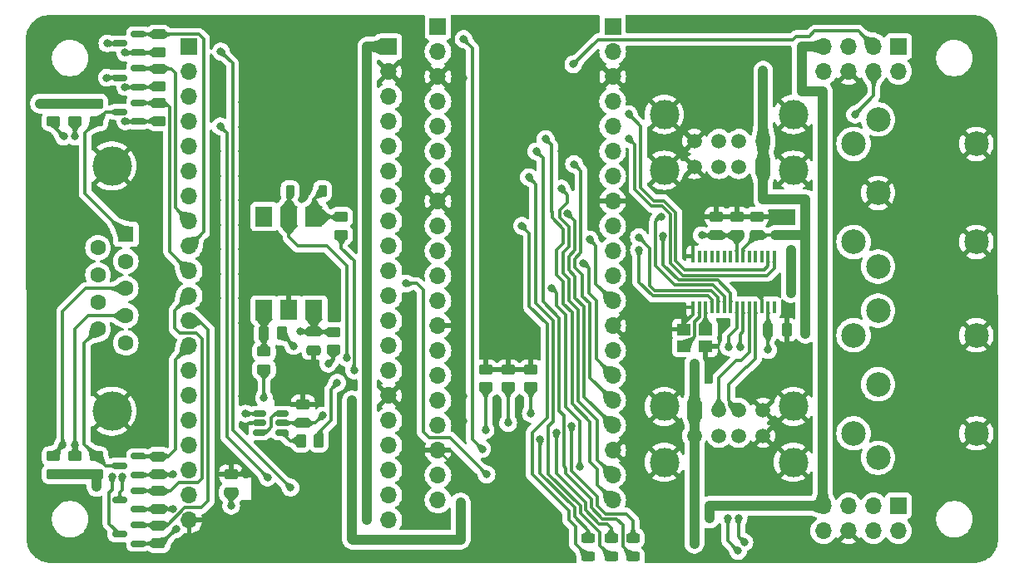
<source format=gtl>
G04 #@! TF.GenerationSoftware,KiCad,Pcbnew,8.0.4+dfsg-1*
G04 #@! TF.CreationDate,2025-03-28T09:18:01+01:00*
G04 #@! TF.ProjectId,MiSTeryShield20kRPiPicoUSB,4d695354-6572-4795-9368-69656c643230,V2*
G04 #@! TF.SameCoordinates,Original*
G04 #@! TF.FileFunction,Copper,L1,Top*
G04 #@! TF.FilePolarity,Positive*
%FSLAX46Y46*%
G04 Gerber Fmt 4.6, Leading zero omitted, Abs format (unit mm)*
G04 Created by KiCad (PCBNEW 8.0.4+dfsg-1) date 2025-03-28 09:18:01*
%MOMM*%
%LPD*%
G01*
G04 APERTURE LIST*
G04 Aperture macros list*
%AMRoundRect*
0 Rectangle with rounded corners*
0 $1 Rounding radius*
0 $2 $3 $4 $5 $6 $7 $8 $9 X,Y pos of 4 corners*
0 Add a 4 corners polygon primitive as box body*
4,1,4,$2,$3,$4,$5,$6,$7,$8,$9,$2,$3,0*
0 Add four circle primitives for the rounded corners*
1,1,$1+$1,$2,$3*
1,1,$1+$1,$4,$5*
1,1,$1+$1,$6,$7*
1,1,$1+$1,$8,$9*
0 Add four rect primitives between the rounded corners*
20,1,$1+$1,$2,$3,$4,$5,0*
20,1,$1+$1,$4,$5,$6,$7,0*
20,1,$1+$1,$6,$7,$8,$9,0*
20,1,$1+$1,$8,$9,$2,$3,0*%
G04 Aperture macros list end*
G04 #@! TA.AperFunction,SMDPad,CuDef*
%ADD10RoundRect,0.250000X-0.450000X0.262500X-0.450000X-0.262500X0.450000X-0.262500X0.450000X0.262500X0*%
G04 #@! TD*
G04 #@! TA.AperFunction,SMDPad,CuDef*
%ADD11RoundRect,0.250000X0.450000X-0.262500X0.450000X0.262500X-0.450000X0.262500X-0.450000X-0.262500X0*%
G04 #@! TD*
G04 #@! TA.AperFunction,ComponentPad*
%ADD12R,1.700000X1.700000*%
G04 #@! TD*
G04 #@! TA.AperFunction,ComponentPad*
%ADD13O,1.700000X1.700000*%
G04 #@! TD*
G04 #@! TA.AperFunction,SMDPad,CuDef*
%ADD14RoundRect,0.250000X-0.475000X0.250000X-0.475000X-0.250000X0.475000X-0.250000X0.475000X0.250000X0*%
G04 #@! TD*
G04 #@! TA.AperFunction,SMDPad,CuDef*
%ADD15RoundRect,0.150000X0.587500X0.150000X-0.587500X0.150000X-0.587500X-0.150000X0.587500X-0.150000X0*%
G04 #@! TD*
G04 #@! TA.AperFunction,SMDPad,CuDef*
%ADD16R,1.400000X1.200000*%
G04 #@! TD*
G04 #@! TA.AperFunction,SMDPad,CuDef*
%ADD17RoundRect,0.243750X-0.456250X0.243750X-0.456250X-0.243750X0.456250X-0.243750X0.456250X0.243750X0*%
G04 #@! TD*
G04 #@! TA.AperFunction,SMDPad,CuDef*
%ADD18RoundRect,0.250000X-0.262500X-0.450000X0.262500X-0.450000X0.262500X0.450000X-0.262500X0.450000X0*%
G04 #@! TD*
G04 #@! TA.AperFunction,SMDPad,CuDef*
%ADD19RoundRect,0.250000X0.475000X-0.250000X0.475000X0.250000X-0.475000X0.250000X-0.475000X-0.250000X0*%
G04 #@! TD*
G04 #@! TA.AperFunction,ComponentPad*
%ADD20C,4.000000*%
G04 #@! TD*
G04 #@! TA.AperFunction,ComponentPad*
%ADD21R,1.600000X1.600000*%
G04 #@! TD*
G04 #@! TA.AperFunction,ComponentPad*
%ADD22C,1.600000*%
G04 #@! TD*
G04 #@! TA.AperFunction,SMDPad,CuDef*
%ADD23R,1.780000X2.000000*%
G04 #@! TD*
G04 #@! TA.AperFunction,ComponentPad*
%ADD24C,2.500000*%
G04 #@! TD*
G04 #@! TA.AperFunction,SMDPad,CuDef*
%ADD25RoundRect,0.225000X0.225000X0.375000X-0.225000X0.375000X-0.225000X-0.375000X0.225000X-0.375000X0*%
G04 #@! TD*
G04 #@! TA.AperFunction,SMDPad,CuDef*
%ADD26RoundRect,0.250000X0.250000X0.475000X-0.250000X0.475000X-0.250000X-0.475000X0.250000X-0.475000X0*%
G04 #@! TD*
G04 #@! TA.AperFunction,ComponentPad*
%ADD27R,1.500000X1.500000*%
G04 #@! TD*
G04 #@! TA.AperFunction,ComponentPad*
%ADD28C,1.500000*%
G04 #@! TD*
G04 #@! TA.AperFunction,ComponentPad*
%ADD29C,3.000000*%
G04 #@! TD*
G04 #@! TA.AperFunction,SMDPad,CuDef*
%ADD30R,0.400000X1.200000*%
G04 #@! TD*
G04 #@! TA.AperFunction,SMDPad,CuDef*
%ADD31RoundRect,0.150000X-0.512500X-0.150000X0.512500X-0.150000X0.512500X0.150000X-0.512500X0.150000X0*%
G04 #@! TD*
G04 #@! TA.AperFunction,ViaPad*
%ADD32C,0.800000*%
G04 #@! TD*
G04 #@! TA.AperFunction,Conductor*
%ADD33C,0.300000*%
G04 #@! TD*
G04 #@! TA.AperFunction,Conductor*
%ADD34C,0.250000*%
G04 #@! TD*
G04 #@! TA.AperFunction,Conductor*
%ADD35C,0.508000*%
G04 #@! TD*
G04 #@! TA.AperFunction,Conductor*
%ADD36C,1.016000*%
G04 #@! TD*
G04 APERTURE END LIST*
D10*
X96632000Y-73520000D03*
X96632000Y-75345000D03*
D11*
X123792000Y-77162500D03*
X123792000Y-75337500D03*
D10*
X85892000Y-91237500D03*
X85892000Y-93062500D03*
D12*
X132122000Y-40390000D03*
D13*
X132122000Y-42930000D03*
X132122000Y-45470000D03*
X132122000Y-48010000D03*
X132122000Y-50550000D03*
X132122000Y-53090000D03*
X132122000Y-55630000D03*
X132122000Y-58170000D03*
X132122000Y-60710000D03*
X132122000Y-63250000D03*
X132122000Y-65790000D03*
X132122000Y-68330000D03*
X132122000Y-70870000D03*
X132122000Y-73410000D03*
X132122000Y-75950000D03*
X132122000Y-78490000D03*
X132122000Y-81030000D03*
X132122000Y-83570000D03*
X132122000Y-86110000D03*
X132122000Y-88650000D03*
D14*
X142692000Y-59750000D03*
X142692000Y-61650000D03*
D15*
X83829500Y-93100000D03*
X83829500Y-91200000D03*
X81954500Y-92150000D03*
D11*
X104492000Y-61612500D03*
X104492000Y-59787500D03*
D12*
X161232000Y-42400000D03*
D13*
X161232000Y-44940000D03*
X158692000Y-42400000D03*
X158692000Y-44940000D03*
X156152000Y-42400000D03*
X156152000Y-44940000D03*
X153612000Y-42400000D03*
X153612000Y-44940000D03*
D16*
X141592000Y-71250000D03*
X139392000Y-71250000D03*
X139392000Y-72950000D03*
X141592000Y-72950000D03*
D10*
X85904500Y-44687500D03*
X85904500Y-46512500D03*
D14*
X144759500Y-59750000D03*
X144759500Y-61650000D03*
D17*
X131952000Y-92562500D03*
X131952000Y-94437500D03*
D14*
X146792000Y-59750000D03*
X146792000Y-61650000D03*
D18*
X96619500Y-71670000D03*
X98444500Y-71670000D03*
D10*
X85892000Y-87737500D03*
X85892000Y-89562500D03*
D19*
X101682000Y-73370000D03*
X101682000Y-71470000D03*
D17*
X134192000Y-92562500D03*
X134192000Y-94437500D03*
D20*
X81152331Y-54590000D03*
X81152331Y-79590000D03*
D21*
X82572331Y-61550000D03*
D22*
X82572331Y-64320000D03*
X82572331Y-67090000D03*
X82572331Y-69860000D03*
X82572331Y-72630000D03*
X79732331Y-62935000D03*
X79732331Y-65705000D03*
X79732331Y-68475000D03*
X79732331Y-71245000D03*
D14*
X93292000Y-86000000D03*
X93292000Y-87900000D03*
D12*
X161212000Y-89250000D03*
D13*
X161212000Y-91790000D03*
X158672000Y-89250000D03*
X158672000Y-91790000D03*
X156132000Y-89250000D03*
X156132000Y-91790000D03*
X153592000Y-89250000D03*
X153592000Y-91790000D03*
D10*
X85904500Y-48187500D03*
X85904500Y-50012500D03*
D12*
X89022000Y-42450000D03*
D13*
X89022000Y-44990000D03*
X89022000Y-47530000D03*
X89022000Y-50070000D03*
X89022000Y-52610000D03*
X89022000Y-55150000D03*
X89022000Y-57690000D03*
X89022000Y-60230000D03*
X89022000Y-62770000D03*
X89022000Y-65310000D03*
X89022000Y-67850000D03*
X89022000Y-70390000D03*
X89022000Y-72930000D03*
X89022000Y-75470000D03*
X89022000Y-78010000D03*
X89022000Y-80550000D03*
X89022000Y-83090000D03*
X89022000Y-85630000D03*
X89022000Y-88170000D03*
X89022000Y-90710000D03*
D10*
X79592000Y-84187500D03*
X79592000Y-86012500D03*
D23*
X101722000Y-59755000D03*
X99182000Y-59755000D03*
X96642000Y-59755000D03*
X96642000Y-69285000D03*
X99182000Y-69285000D03*
X101722000Y-69285000D03*
D10*
X85892000Y-84237500D03*
X85892000Y-86062500D03*
D11*
X103732000Y-73332500D03*
X103732000Y-71507500D03*
D15*
X83829500Y-89600000D03*
X83829500Y-87700000D03*
X81954500Y-88650000D03*
D24*
X159142000Y-69350000D03*
X159142000Y-76850000D03*
X159142000Y-84350000D03*
X156642000Y-71850000D03*
X156642000Y-81850000D03*
X169142000Y-81850000D03*
X169142000Y-71850000D03*
D10*
X77392000Y-84187500D03*
X77392000Y-86012500D03*
D15*
X83829500Y-86100000D03*
X83829500Y-84200000D03*
X81954500Y-85150000D03*
D11*
X77392000Y-50062500D03*
X77392000Y-48237500D03*
D12*
X114341000Y-40400000D03*
D13*
X114341000Y-42940000D03*
X114341000Y-45480000D03*
X114341000Y-48020000D03*
X114341000Y-50560000D03*
X114341000Y-53100000D03*
X114341000Y-55640000D03*
X114341000Y-58180000D03*
X114341000Y-60720000D03*
X114341000Y-63260000D03*
X114341000Y-65800000D03*
X114341000Y-68340000D03*
X114341000Y-70880000D03*
X114341000Y-73420000D03*
X114341000Y-75960000D03*
X114341000Y-78500000D03*
X114341000Y-81040000D03*
X114341000Y-83580000D03*
X114341000Y-86120000D03*
X114341000Y-88660000D03*
D11*
X119202000Y-77162500D03*
X119202000Y-75337500D03*
D25*
X102582000Y-57170000D03*
X99282000Y-57170000D03*
D15*
X83842000Y-46550000D03*
X83842000Y-44650000D03*
X81967000Y-45600000D03*
D17*
X129642000Y-92562500D03*
X129642000Y-94437500D03*
D18*
X100392000Y-82600000D03*
X102217000Y-82600000D03*
D15*
X83842000Y-50050000D03*
X83842000Y-48150000D03*
X81967000Y-49100000D03*
D26*
X149842000Y-71300000D03*
X147942000Y-71300000D03*
D12*
X109342000Y-42450000D03*
D13*
X109342000Y-44990000D03*
X109342000Y-47530000D03*
X109342000Y-50070000D03*
X109342000Y-52610000D03*
X109342000Y-55150000D03*
X109342000Y-57690000D03*
X109342000Y-60230000D03*
X109342000Y-62770000D03*
X109342000Y-65310000D03*
X109342000Y-67850000D03*
X109342000Y-70390000D03*
X109342000Y-72930000D03*
X109342000Y-75470000D03*
X109342000Y-78010000D03*
X109342000Y-80550000D03*
X109342000Y-83090000D03*
X109342000Y-85630000D03*
X109342000Y-88170000D03*
X109342000Y-90710000D03*
D24*
X159142000Y-49850000D03*
X159142000Y-57350000D03*
X159142000Y-64850000D03*
X156642000Y-52350000D03*
X156642000Y-62350000D03*
X169142000Y-62350000D03*
X169142000Y-52350000D03*
D27*
X147442000Y-54680000D03*
D28*
X144942000Y-54680000D03*
X142942000Y-54680000D03*
X140442000Y-54680000D03*
X147442000Y-52060000D03*
X144942000Y-52060000D03*
X142942000Y-52060000D03*
X140442000Y-52060000D03*
D29*
X150512000Y-55030000D03*
X150512000Y-49350000D03*
X137372000Y-55030000D03*
X137372000Y-49350000D03*
D14*
X100592000Y-78900000D03*
X100592000Y-80800000D03*
D15*
X83842000Y-43050000D03*
X83842000Y-41150000D03*
X81967000Y-42100000D03*
D11*
X75192000Y-50062500D03*
X75192000Y-48237500D03*
D10*
X75192000Y-84187500D03*
X75192000Y-86012500D03*
X85904500Y-41187500D03*
X85904500Y-43012500D03*
D11*
X79592000Y-50062500D03*
X79592000Y-48237500D03*
X121492000Y-77162500D03*
X121492000Y-75337500D03*
D27*
X140442000Y-79470000D03*
D28*
X142942000Y-79470000D03*
X144942000Y-79470000D03*
X147442000Y-79470000D03*
X140442000Y-82090000D03*
X142942000Y-82090000D03*
X144942000Y-82090000D03*
X147442000Y-82090000D03*
D29*
X137372000Y-79120000D03*
X137372000Y-84800000D03*
X150512000Y-79120000D03*
X150512000Y-84800000D03*
D30*
X140314500Y-69000000D03*
X140949500Y-69000000D03*
X141584500Y-69000000D03*
X142219500Y-69000000D03*
X142854500Y-69000000D03*
X143489500Y-69000000D03*
X144124500Y-69000000D03*
X144759500Y-69000000D03*
X145394500Y-69000000D03*
X146029500Y-69000000D03*
X146664500Y-69000000D03*
X147299500Y-69000000D03*
X147934500Y-69000000D03*
X148569500Y-69000000D03*
X148569500Y-63800000D03*
X147934500Y-63800000D03*
X147299500Y-63800000D03*
X146664500Y-63800000D03*
X146029500Y-63800000D03*
X145394500Y-63800000D03*
X144759500Y-63800000D03*
X144124500Y-63800000D03*
X143489500Y-63800000D03*
X142854500Y-63800000D03*
X142219500Y-63800000D03*
X141584500Y-63800000D03*
X140949500Y-63800000D03*
X140314500Y-63800000D03*
D31*
X96204500Y-79850000D03*
X96204500Y-80800000D03*
X96204500Y-81750000D03*
X98479500Y-81750000D03*
X98479500Y-80800000D03*
X98479500Y-79850000D03*
D32*
X76242000Y-51600000D03*
X80692000Y-42100000D03*
X76142000Y-83050000D03*
X81192000Y-86300000D03*
X82192003Y-86300000D03*
X77392000Y-83050000D03*
X77392000Y-51600000D03*
X80642000Y-45600000D03*
X170892000Y-88600000D03*
X74892000Y-94600000D03*
X161892000Y-50600000D03*
X164392000Y-75600000D03*
X166892000Y-55600000D03*
X91892000Y-55600000D03*
X166892000Y-58100000D03*
X164392000Y-60600000D03*
X82892000Y-39600000D03*
X84892000Y-39600000D03*
X72892000Y-92600000D03*
X72892000Y-82600000D03*
X166892000Y-78100000D03*
X72892000Y-84600000D03*
X99392000Y-43100000D03*
X156892000Y-65600000D03*
X99392000Y-50600000D03*
X164392000Y-53100000D03*
X136892000Y-75600000D03*
X161892000Y-63100000D03*
X141892000Y-45600000D03*
X144392000Y-50600000D03*
X72892000Y-50600000D03*
X134892000Y-39600000D03*
X168892000Y-94600000D03*
X160892000Y-39600000D03*
X72892000Y-52600000D03*
X161892000Y-58100000D03*
X170892000Y-68600000D03*
X91892000Y-60600000D03*
X94892000Y-94600000D03*
X72892000Y-70600000D03*
X168892000Y-39600000D03*
X116892000Y-45600000D03*
X148892000Y-39600000D03*
X94392000Y-53100000D03*
X104392000Y-48100000D03*
X84392000Y-58100000D03*
X72892000Y-54600000D03*
X91892000Y-53100000D03*
X72892000Y-60600000D03*
X119392000Y-58100000D03*
X169392000Y-58100000D03*
X166892000Y-48100000D03*
X76892000Y-39600000D03*
X144892000Y-39600000D03*
X161892000Y-55600000D03*
X164392000Y-68100000D03*
X144392000Y-48100000D03*
X94392000Y-48100000D03*
X112892000Y-94600000D03*
X72892000Y-64600000D03*
X121892000Y-58100000D03*
X80892000Y-94600000D03*
X104892000Y-39600000D03*
X156892000Y-68100000D03*
X139792000Y-62200000D03*
X121892000Y-50600000D03*
X96892000Y-55600000D03*
X101892000Y-53100000D03*
X166892000Y-50600000D03*
X140892000Y-39600000D03*
X118892000Y-94600000D03*
X164392000Y-65600000D03*
X156892000Y-78100000D03*
X78892000Y-39600000D03*
X92892000Y-84650000D03*
X116892000Y-80600000D03*
X104392000Y-53100000D03*
X119392000Y-63100000D03*
X156892000Y-39600000D03*
X164392000Y-80600000D03*
X164392000Y-50600000D03*
X98892000Y-94600000D03*
X90892000Y-39600000D03*
X72892000Y-42600000D03*
X164392000Y-55600000D03*
X164892000Y-39600000D03*
X94642000Y-81300000D03*
X161892000Y-65600000D03*
X129392000Y-53100000D03*
X164392000Y-83100000D03*
X158892000Y-39600000D03*
X96892000Y-65600000D03*
X84392000Y-63100000D03*
X162892000Y-39600000D03*
X114892000Y-94600000D03*
X160892000Y-94600000D03*
X86892000Y-39600000D03*
X142142000Y-74850000D03*
X72892000Y-88600000D03*
X164392000Y-78100000D03*
X124392000Y-73100000D03*
X134392000Y-78100000D03*
X96892000Y-43100000D03*
X170892000Y-44600000D03*
X142892000Y-39600000D03*
X150892000Y-39600000D03*
X166892000Y-68100000D03*
X126892000Y-45600000D03*
X169392000Y-75600000D03*
X164392000Y-85600000D03*
X74892000Y-39600000D03*
X146892000Y-94600000D03*
X169392000Y-65600000D03*
X124892000Y-39600000D03*
X79392000Y-73100000D03*
X170892000Y-48600000D03*
X170892000Y-58600000D03*
X161892000Y-78100000D03*
X100892000Y-39600000D03*
X161892000Y-75600000D03*
X146242000Y-67150000D03*
X148892000Y-94600000D03*
X161892000Y-70600000D03*
X72892000Y-72600000D03*
X170892000Y-92600000D03*
X79392000Y-75600000D03*
X136892000Y-39600000D03*
X126892000Y-53100000D03*
X126892000Y-50600000D03*
X78892000Y-94600000D03*
X120892000Y-94600000D03*
X96892000Y-48100000D03*
X96892000Y-53100000D03*
X154892000Y-94600000D03*
X97792000Y-83050000D03*
X166892000Y-60600000D03*
X84392000Y-65600000D03*
X124892000Y-94600000D03*
X169392000Y-68100000D03*
X170892000Y-84600000D03*
X149392000Y-75600000D03*
X102892000Y-94600000D03*
X94892000Y-39600000D03*
X72892000Y-58600000D03*
X166892000Y-94600000D03*
X98442000Y-78150000D03*
X169392000Y-78100000D03*
X101892000Y-48100000D03*
X142892000Y-94600000D03*
X170892000Y-86600000D03*
X72892000Y-62600000D03*
X156892000Y-55600000D03*
X121892000Y-65600000D03*
X134392000Y-75600000D03*
X170892000Y-54600000D03*
X96892000Y-50600000D03*
X138892000Y-39600000D03*
X92892000Y-94600000D03*
X154892000Y-39600000D03*
X72892000Y-68600000D03*
X121892000Y-63100000D03*
X90892000Y-94600000D03*
X94392000Y-63100000D03*
X166892000Y-39600000D03*
X170892000Y-90600000D03*
X91892000Y-68100000D03*
X84392000Y-80600000D03*
X84392000Y-53100000D03*
X144392000Y-85600000D03*
X96892000Y-63100000D03*
X166892000Y-70600000D03*
X94392000Y-50600000D03*
X81892000Y-83100000D03*
X72892000Y-74600000D03*
X91892000Y-58100000D03*
X124392000Y-45600000D03*
X101692000Y-75250000D03*
X84892000Y-94600000D03*
X84392000Y-60600000D03*
X100892000Y-94600000D03*
X159392000Y-73100000D03*
X79392000Y-60600000D03*
X72892000Y-90600000D03*
X136892000Y-94600000D03*
X91892000Y-65600000D03*
X156892000Y-75600000D03*
X122892000Y-94600000D03*
X94692000Y-85800000D03*
X170892000Y-78600000D03*
X106892000Y-94600000D03*
X170892000Y-60600000D03*
X72892000Y-56600000D03*
X148242000Y-67150000D03*
X119392000Y-45600000D03*
X94392000Y-68100000D03*
X84392000Y-55600000D03*
X169392000Y-55600000D03*
X84392000Y-75600000D03*
X143342000Y-71000000D03*
X158892000Y-94600000D03*
X161892000Y-85600000D03*
X84392000Y-68100000D03*
X141892000Y-50600000D03*
X116892000Y-94600000D03*
X72892000Y-76600000D03*
X166892000Y-73100000D03*
X110892000Y-94600000D03*
X99392000Y-65600000D03*
X76892000Y-94600000D03*
X120892000Y-39600000D03*
X141892000Y-85600000D03*
X108892000Y-94600000D03*
X140892000Y-94600000D03*
X138892000Y-94600000D03*
X81892000Y-58100000D03*
X91892000Y-63100000D03*
X170892000Y-76600000D03*
X169392000Y-48100000D03*
X99392000Y-48100000D03*
X126892000Y-94600000D03*
X118892000Y-39600000D03*
X72892000Y-78600000D03*
X161892000Y-60600000D03*
X72892000Y-86600000D03*
X121892000Y-73100000D03*
X170892000Y-66600000D03*
X88892000Y-94600000D03*
X72892000Y-66600000D03*
X101892000Y-50600000D03*
X119392000Y-65600000D03*
X72892000Y-80600000D03*
X166892000Y-75600000D03*
X101892000Y-43100000D03*
X104392000Y-50600000D03*
X134392000Y-73100000D03*
X94392000Y-58100000D03*
X86892000Y-94600000D03*
X170892000Y-74600000D03*
X121892000Y-45600000D03*
X164392000Y-58100000D03*
X164392000Y-70600000D03*
X156892000Y-58100000D03*
X102892000Y-39600000D03*
X170892000Y-46600000D03*
X96892000Y-39600000D03*
X94392000Y-70600000D03*
X94392000Y-65600000D03*
X91892000Y-48100000D03*
X96892000Y-94600000D03*
X84392000Y-70600000D03*
X161892000Y-73100000D03*
X166892000Y-65600000D03*
X152892000Y-39600000D03*
X136892000Y-70600000D03*
X72892000Y-46600000D03*
X169392000Y-85600000D03*
X122892000Y-39600000D03*
X81892000Y-75600000D03*
X170892000Y-42600000D03*
X84392000Y-73100000D03*
X161892000Y-53100000D03*
X146892000Y-39600000D03*
X170892000Y-56600000D03*
X152892000Y-94600000D03*
X116892000Y-39600000D03*
X166892000Y-85600000D03*
X141892000Y-48100000D03*
X170892000Y-64600000D03*
X92892000Y-39600000D03*
X94392000Y-78100000D03*
X161892000Y-80600000D03*
X136892000Y-73100000D03*
X146892000Y-75600000D03*
X116322000Y-70880000D03*
X164392000Y-73100000D03*
X144392000Y-45600000D03*
X119392000Y-50600000D03*
X128892000Y-39600000D03*
X150892000Y-94600000D03*
X126892000Y-39600000D03*
X164392000Y-63100000D03*
X117032000Y-85880000D03*
X146892000Y-85600000D03*
X161892000Y-48100000D03*
X98892000Y-39600000D03*
X111442000Y-83500000D03*
X94392000Y-55600000D03*
X94392000Y-60600000D03*
X82892000Y-94600000D03*
X104392000Y-43100000D03*
X104892000Y-94600000D03*
X161892000Y-68100000D03*
X164892000Y-94600000D03*
X104392000Y-55600000D03*
X162892000Y-94600000D03*
X72892000Y-44600000D03*
X164392000Y-48100000D03*
X156892000Y-94600000D03*
X170892000Y-50600000D03*
X116892000Y-78100000D03*
X99392000Y-53100000D03*
X101892000Y-65600000D03*
X80892000Y-39600000D03*
X79592000Y-87300000D03*
X147442000Y-44900000D03*
X151742000Y-71700000D03*
X93292000Y-89250000D03*
X140442000Y-74750000D03*
X107142000Y-90720000D03*
X73829500Y-48237500D03*
X140442000Y-93100000D03*
X105042000Y-74180000D03*
X116942000Y-41650000D03*
X118842000Y-83450000D03*
X96632000Y-78250000D03*
X82492000Y-43050000D03*
X116642000Y-88900000D03*
X141992000Y-90550000D03*
X102592000Y-80050000D03*
X82492000Y-50050000D03*
X99642000Y-72950000D03*
X87379500Y-89562500D03*
X105592000Y-78490000D03*
X100292000Y-71470000D03*
X87692000Y-91600000D03*
X87342000Y-86062500D03*
X82492000Y-46550000D03*
X143842000Y-90500000D03*
X99342000Y-87400000D03*
X144892000Y-93850000D03*
X92242000Y-42930000D03*
X94742000Y-79850000D03*
X96992000Y-86350000D03*
X92192000Y-50550000D03*
X144942000Y-90500000D03*
X145542000Y-92950000D03*
X111112000Y-66590000D03*
X119292000Y-86050000D03*
X125867000Y-67050000D03*
X128792000Y-85300000D03*
X127942000Y-81150000D03*
X123792000Y-79850000D03*
X126392000Y-81800000D03*
X121492000Y-80800000D03*
X119192000Y-81550000D03*
X124742000Y-82450000D03*
X133742000Y-49300000D03*
X125292000Y-51850000D03*
X128192000Y-54400000D03*
X133742000Y-51800000D03*
X129767000Y-62075000D03*
X127542000Y-59450000D03*
X126892000Y-56900000D03*
X156792000Y-49350000D03*
X145092000Y-73100000D03*
X143917000Y-73075000D03*
X137242000Y-61750000D03*
X134792000Y-63150000D03*
X137042000Y-59750000D03*
X134792000Y-61850000D03*
X103192000Y-74750000D03*
X104092000Y-76700000D03*
X128122000Y-44230000D03*
X129142000Y-64500000D03*
X105792000Y-75430000D03*
X141192000Y-61650000D03*
X150242000Y-67550000D03*
X150242000Y-63150000D03*
X147942000Y-73350000D03*
X124342000Y-53100000D03*
X123592000Y-55750000D03*
X122892000Y-60700000D03*
D33*
X81967000Y-49100000D02*
X80554500Y-49100000D01*
X78442000Y-57419669D02*
X78442000Y-51212500D01*
X80554500Y-49100000D02*
X79592000Y-50062500D01*
X78442000Y-51212500D02*
X79592000Y-50062500D01*
X82572331Y-61550000D02*
X78442000Y-57419669D01*
X75192000Y-50550000D02*
X75192000Y-50062500D01*
X81967000Y-42100000D02*
X80692000Y-42100000D01*
X76242000Y-51600000D02*
X75192000Y-50550000D01*
X80867000Y-87925000D02*
X80867000Y-91062500D01*
X76142000Y-83050000D02*
X76142000Y-69400000D01*
X76142000Y-83050000D02*
X75192000Y-84000000D01*
X80867000Y-91062500D02*
X81954500Y-92150000D01*
X81192000Y-87600000D02*
X80867000Y-87925000D01*
X78452000Y-67090000D02*
X82572331Y-67090000D01*
X81192000Y-86300000D02*
X81192000Y-87600000D01*
X76142000Y-69400000D02*
X78452000Y-67090000D01*
X82192003Y-87649997D02*
X81954500Y-87887500D01*
X78732000Y-69860000D02*
X77392000Y-71200000D01*
X77392000Y-71200000D02*
X77392000Y-83050000D01*
X81954500Y-87887500D02*
X81954500Y-88650000D01*
X77392000Y-83050000D02*
X77392000Y-84187500D01*
X82572331Y-69860000D02*
X78732000Y-69860000D01*
X82192003Y-86300000D02*
X82192003Y-87649997D01*
X81967000Y-45600000D02*
X80642000Y-45600000D01*
X77392000Y-51600000D02*
X77392000Y-50062500D01*
X79732331Y-71245000D02*
X78342000Y-72635331D01*
X81954500Y-85150000D02*
X80554500Y-85150000D01*
X78342000Y-82937500D02*
X79592000Y-84187500D01*
X80554500Y-85150000D02*
X79592000Y-84187500D01*
X78342000Y-72635331D02*
X78342000Y-82937500D01*
X101722000Y-59755000D02*
X101722000Y-58030000D01*
X104492000Y-59787500D02*
X101754500Y-59787500D01*
X101722000Y-58030000D02*
X102582000Y-57170000D01*
D34*
X111522000Y-83580000D02*
X111442000Y-83500000D01*
D35*
X99182000Y-65810000D02*
X99392000Y-65600000D01*
D34*
X117032000Y-85880000D02*
X116641000Y-85880000D01*
D35*
X99182000Y-69285000D02*
X99182000Y-65810000D01*
D33*
X140314500Y-69727500D02*
X139392000Y-70650000D01*
X147299500Y-68207500D02*
X146242000Y-67150000D01*
X96204500Y-80800000D02*
X95142000Y-80800000D01*
X94492000Y-86000000D02*
X94692000Y-85800000D01*
X139392000Y-70650000D02*
X139392000Y-71250000D01*
X93292000Y-86000000D02*
X94492000Y-86000000D01*
X93292000Y-85050000D02*
X92892000Y-84650000D01*
D34*
X116641000Y-85880000D02*
X114341000Y-83580000D01*
X114341000Y-83580000D02*
X111522000Y-83580000D01*
D33*
X140314500Y-69000000D02*
X140314500Y-69727500D01*
X147299500Y-69000000D02*
X147299500Y-68207500D01*
X93292000Y-86000000D02*
X93292000Y-85050000D01*
X95142000Y-80800000D02*
X94642000Y-81300000D01*
X101682000Y-75240000D02*
X101692000Y-75250000D01*
X101682000Y-73370000D02*
X101682000Y-75240000D01*
X140314500Y-62722500D02*
X139792000Y-62200000D01*
X140314500Y-63800000D02*
X140314500Y-62722500D01*
D36*
X147442000Y-52060000D02*
X147442000Y-54680000D01*
X75192000Y-48237500D02*
X73829500Y-48237500D01*
D33*
X145394500Y-63800000D02*
X145394500Y-63047500D01*
D36*
X140442000Y-79470000D02*
X140442000Y-74750000D01*
X147442000Y-52060000D02*
X147442000Y-44900000D01*
X151592000Y-61650000D02*
X148642000Y-61650000D01*
X79592000Y-48237500D02*
X73829500Y-48237500D01*
X79592000Y-86012500D02*
X79592000Y-87300000D01*
D33*
X146792000Y-61650000D02*
X148642000Y-61650000D01*
D36*
X151742000Y-58000000D02*
X147442000Y-58000000D01*
D33*
X93292000Y-87900000D02*
X93292000Y-89250000D01*
D36*
X107142000Y-42450000D02*
X109342000Y-42450000D01*
D33*
X145394500Y-63047500D02*
X146792000Y-61650000D01*
D36*
X151742000Y-61500000D02*
X151742000Y-58000000D01*
X147442000Y-58000000D02*
X147442000Y-54680000D01*
X151742000Y-71700000D02*
X151742000Y-61500000D01*
X107142000Y-90720000D02*
X107142000Y-42450000D01*
X140442000Y-79470000D02*
X140442000Y-93100000D01*
X75192000Y-86012500D02*
X79592000Y-86012500D01*
D33*
X105092000Y-64800000D02*
X103042000Y-62750000D01*
X105092000Y-74130000D02*
X105092000Y-64800000D01*
X99182000Y-59755000D02*
X99182000Y-57270000D01*
X99182000Y-61840000D02*
X99182000Y-59755000D01*
X103042000Y-62750000D02*
X100092000Y-62750000D01*
X105042000Y-74180000D02*
X105092000Y-74130000D01*
X100092000Y-62750000D02*
X99182000Y-61840000D01*
X117842000Y-82450000D02*
X117842000Y-42550000D01*
X118842000Y-83450000D02*
X117842000Y-82450000D01*
X117842000Y-42550000D02*
X116942000Y-41650000D01*
X96632000Y-75345000D02*
X96632000Y-78250000D01*
X83842000Y-43050000D02*
X85867000Y-43050000D01*
X83842000Y-50050000D02*
X85867000Y-50050000D01*
X85892000Y-89562500D02*
X87379500Y-89562500D01*
X83842000Y-43050000D02*
X82492000Y-43050000D01*
D36*
X116642000Y-88900000D02*
X116642000Y-92680000D01*
X153492000Y-73350000D02*
X153492000Y-89150000D01*
X153492000Y-46950000D02*
X153492000Y-58650000D01*
D33*
X100592000Y-80800000D02*
X98479500Y-80800000D01*
D36*
X153492000Y-58650000D02*
X153492000Y-73350000D01*
X141992000Y-89250000D02*
X141992000Y-90550000D01*
D33*
X83842000Y-50050000D02*
X82492000Y-50050000D01*
X101722000Y-69285000D02*
X101722000Y-71430000D01*
D36*
X105592000Y-92650000D02*
X105592000Y-78490000D01*
X151342000Y-42400000D02*
X151342000Y-46950000D01*
D33*
X83842000Y-46550000D02*
X82492000Y-46550000D01*
X83829500Y-86100000D02*
X85854500Y-86100000D01*
X83829500Y-93100000D02*
X85854500Y-93100000D01*
X100292000Y-71470000D02*
X101682000Y-71470000D01*
X83829500Y-89600000D02*
X85854500Y-89600000D01*
D36*
X153612000Y-42400000D02*
X151342000Y-42400000D01*
D33*
X103732000Y-71507500D02*
X101719500Y-71507500D01*
X87342000Y-86062500D02*
X85892000Y-86062500D01*
X101842000Y-80800000D02*
X100592000Y-80800000D01*
D36*
X151342000Y-46950000D02*
X153492000Y-46950000D01*
D33*
X83842000Y-46550000D02*
X85867000Y-46550000D01*
X98444500Y-71752500D02*
X99642000Y-72950000D01*
D36*
X116642000Y-92680000D02*
X105622000Y-92680000D01*
X105622000Y-92680000D02*
X105592000Y-92650000D01*
D33*
X87692000Y-91600000D02*
X86229500Y-93062500D01*
X102592000Y-80050000D02*
X101842000Y-80800000D01*
D36*
X153592000Y-89250000D02*
X141992000Y-89250000D01*
D33*
X93442000Y-44150000D02*
X92242000Y-42950000D01*
X93442000Y-81500000D02*
X93442000Y-44150000D01*
X99342000Y-87400000D02*
X93442000Y-81500000D01*
X144892000Y-93850000D02*
X143842000Y-92800000D01*
X143842000Y-92800000D02*
X143842000Y-90500000D01*
X87229500Y-44687500D02*
X87642000Y-45100000D01*
X87642000Y-45100000D02*
X87642000Y-56620000D01*
X83842000Y-44650000D02*
X85867000Y-44650000D01*
X85904500Y-44687500D02*
X87229500Y-44687500D01*
X87642000Y-56620000D02*
X87642000Y-58850000D01*
X87642000Y-58850000D02*
X88908447Y-60116447D01*
X85904500Y-41187500D02*
X87179500Y-41187500D01*
X90012000Y-41190000D02*
X90492000Y-41670000D01*
X87182000Y-41190000D02*
X90012000Y-41190000D01*
X87179500Y-41187500D02*
X87182000Y-41190000D01*
X83842000Y-41150000D02*
X85867000Y-41150000D01*
X90492000Y-41670000D02*
X90492000Y-42430000D01*
X90492000Y-42430000D02*
X90492000Y-61300000D01*
X90492000Y-61300000D02*
X89135553Y-62656447D01*
X83842000Y-48150000D02*
X85867000Y-48150000D01*
X87042000Y-63330000D02*
X89022000Y-65310000D01*
X85904500Y-48187500D02*
X86629500Y-48187500D01*
X86629500Y-48187500D02*
X87042000Y-48600000D01*
X87042000Y-48600000D02*
X87042000Y-63330000D01*
X89762000Y-71640000D02*
X90342000Y-72220000D01*
X88002000Y-86880000D02*
X87144500Y-87737500D01*
X83829500Y-87700000D02*
X85854500Y-87700000D01*
X88082000Y-71640000D02*
X89762000Y-71640000D01*
X87572000Y-69300000D02*
X87572000Y-71130000D01*
X89022000Y-67850000D02*
X89022000Y-68330000D01*
X87144500Y-87737500D02*
X85892000Y-87737500D01*
X89022000Y-67850000D02*
X87572000Y-69300000D01*
X89942000Y-86880000D02*
X88002000Y-86880000D01*
X90342000Y-86480000D02*
X89942000Y-86880000D01*
X90342000Y-72220000D02*
X90342000Y-86480000D01*
X87572000Y-71130000D02*
X88082000Y-71640000D01*
X90942000Y-71300000D02*
X90942000Y-88750000D01*
X83829500Y-91200000D02*
X85854500Y-91200000D01*
X86764500Y-91237500D02*
X85892000Y-91237500D01*
X90262000Y-89430000D02*
X88572000Y-89430000D01*
X90942000Y-88750000D02*
X90262000Y-89430000D01*
X89022000Y-70390000D02*
X90032000Y-70390000D01*
X88572000Y-89430000D02*
X86764500Y-91237500D01*
X90032000Y-70390000D02*
X90942000Y-71300000D01*
X87642000Y-83500000D02*
X87642000Y-74300000D01*
X87642000Y-74300000D02*
X87652000Y-74300000D01*
X83829500Y-84200000D02*
X85854500Y-84200000D01*
X87652000Y-74300000D02*
X89022000Y-72930000D01*
X86904500Y-84237500D02*
X87642000Y-83500000D01*
X85892000Y-84237500D02*
X86904500Y-84237500D01*
X94742000Y-79850000D02*
X96204500Y-79850000D01*
X92842000Y-51200000D02*
X92192000Y-50550000D01*
X96992000Y-86350000D02*
X92842000Y-82200000D01*
X92842000Y-82200000D02*
X92842000Y-51200000D01*
X144942000Y-90500000D02*
X144942000Y-92350000D01*
X119292000Y-86050000D02*
X115542000Y-82300000D01*
X144942000Y-92350000D02*
X145542000Y-92950000D01*
X113442000Y-82300000D02*
X112842000Y-81700000D01*
X112842000Y-81700000D02*
X112842000Y-67250000D01*
X115542000Y-82300000D02*
X113442000Y-82300000D01*
X111112000Y-66590000D02*
X111192000Y-66670000D01*
X112182000Y-66590000D02*
X111112000Y-66590000D01*
X112842000Y-67250000D02*
X112182000Y-66590000D01*
X127342000Y-79150000D02*
X127342000Y-69750000D01*
X127342000Y-69750000D02*
X126392000Y-68800000D01*
X128792000Y-85300000D02*
X128792000Y-80600000D01*
X128792000Y-80600000D02*
X127342000Y-79150000D01*
X126392000Y-68800000D02*
X126392000Y-67575000D01*
X126392000Y-67575000D02*
X125867000Y-67050000D01*
X97792000Y-79850000D02*
X97392000Y-80250000D01*
X96866999Y-81750000D02*
X96204500Y-81750000D01*
X98479500Y-79850000D02*
X97792000Y-79850000D01*
X97392000Y-80250000D02*
X97392000Y-81224999D01*
X97392000Y-81224999D02*
X96866999Y-81750000D01*
X141584500Y-69000000D02*
X141584500Y-71242500D01*
X139492000Y-72950000D02*
X140492000Y-71950000D01*
X140949500Y-69992500D02*
X140949500Y-69000000D01*
X140492000Y-71950000D02*
X140492000Y-70450000D01*
X140492000Y-70450000D02*
X140949500Y-69992500D01*
X134192000Y-90750000D02*
X133492000Y-90050000D01*
X127942000Y-85700000D02*
X127942000Y-81150000D01*
X130542000Y-89200000D02*
X130542000Y-88300000D01*
X133492000Y-90050000D02*
X131392000Y-90050000D01*
X134192000Y-92562500D02*
X134192000Y-90750000D01*
X130542000Y-88300000D02*
X127942000Y-85700000D01*
X123792000Y-79850000D02*
X123792000Y-77162500D01*
X131392000Y-90050000D02*
X130542000Y-89200000D01*
X131952000Y-92562500D02*
X131952000Y-91510000D01*
X126392000Y-85950000D02*
X126392000Y-81800000D01*
X121492000Y-80800000D02*
X121492000Y-77162500D01*
X129342000Y-89700000D02*
X129342000Y-88900000D01*
X130742000Y-91100000D02*
X129342000Y-89700000D01*
X129342000Y-88900000D02*
X126392000Y-85950000D01*
X131952000Y-91510000D02*
X131542000Y-91100000D01*
X131542000Y-91100000D02*
X130742000Y-91100000D01*
X128242000Y-89450000D02*
X124742000Y-85950000D01*
X119192000Y-81550000D02*
X119202000Y-81540000D01*
X119202000Y-81540000D02*
X119202000Y-77162500D01*
X124742000Y-85950000D02*
X124742000Y-82450000D01*
X128242000Y-90350000D02*
X128242000Y-89450000D01*
X129642000Y-91750000D02*
X128242000Y-90350000D01*
X129642000Y-92562500D02*
X129642000Y-91750000D01*
X147934500Y-64807500D02*
X147934500Y-63800000D01*
X139442000Y-65200000D02*
X147542000Y-65200000D01*
X134992000Y-50550000D02*
X134992000Y-56850000D01*
X138542000Y-64300000D02*
X139442000Y-65200000D01*
X134992000Y-56850000D02*
X136292000Y-58150000D01*
X136292000Y-58150000D02*
X137342000Y-58150000D01*
X147542000Y-65200000D02*
X147934500Y-64807500D01*
X138542000Y-59350000D02*
X138542000Y-64300000D01*
X137342000Y-58150000D02*
X138542000Y-59350000D01*
X133742000Y-49300000D02*
X134992000Y-50550000D01*
X127092000Y-62500000D02*
X127092000Y-61050000D01*
X127092000Y-61050000D02*
X125942000Y-59900000D01*
X126442000Y-65700000D02*
X126442000Y-63150000D01*
X125892000Y-59250000D02*
X125892000Y-52450000D01*
X127992000Y-69550000D02*
X127092000Y-68650000D01*
X125942000Y-59300000D02*
X125892000Y-59250000D01*
X127092000Y-66350000D02*
X126442000Y-65700000D01*
X129792000Y-80650000D02*
X127992000Y-78850000D01*
X127092000Y-68650000D02*
X127092000Y-66350000D01*
X132122000Y-88660000D02*
X130542000Y-87080000D01*
X130542000Y-87080000D02*
X130542000Y-85500000D01*
X126442000Y-63150000D02*
X127092000Y-62500000D01*
X130542000Y-85500000D02*
X129792000Y-84750000D01*
X125892000Y-52450000D02*
X125292000Y-51850000D01*
X127992000Y-78850000D02*
X127992000Y-69550000D01*
X125942000Y-59900000D02*
X125942000Y-59300000D01*
X129792000Y-84750000D02*
X129792000Y-80650000D01*
X128242000Y-64900000D02*
X128242000Y-64100000D01*
X129067000Y-67875000D02*
X129067000Y-65725000D01*
X129792000Y-76170000D02*
X129792000Y-68600000D01*
X129067000Y-65725000D02*
X128242000Y-64900000D01*
X128242000Y-64100000D02*
X128892000Y-63450000D01*
X128892000Y-63450000D02*
X128892000Y-55100000D01*
X128892000Y-55100000D02*
X128192000Y-54400000D01*
X132122000Y-78500000D02*
X129792000Y-76170000D01*
X129792000Y-68600000D02*
X129067000Y-67875000D01*
X134392000Y-57000000D02*
X136092000Y-58700000D01*
X139242000Y-65750000D02*
X147842000Y-65750000D01*
X147842000Y-65750000D02*
X148569500Y-65022500D01*
X133742000Y-51800000D02*
X134392000Y-52450000D01*
X137992000Y-59550000D02*
X137992000Y-64500000D01*
X148569500Y-65022500D02*
X148569500Y-63800000D01*
X134392000Y-52450000D02*
X134392000Y-57000000D01*
X136092000Y-58700000D02*
X137142000Y-58700000D01*
X137992000Y-64500000D02*
X139242000Y-65750000D01*
X137142000Y-58700000D02*
X137992000Y-59550000D01*
X130392000Y-66610000D02*
X130392000Y-62700000D01*
X130392000Y-62700000D02*
X129767000Y-62075000D01*
X132122000Y-68340000D02*
X130392000Y-66610000D01*
X132122000Y-81040000D02*
X129192000Y-78110000D01*
X129192000Y-68950000D02*
X128292000Y-68050000D01*
X129192000Y-78110000D02*
X129192000Y-68950000D01*
X128292000Y-63150000D02*
X128292000Y-60200000D01*
X127642000Y-65200000D02*
X127642000Y-63800000D01*
X127642000Y-63800000D02*
X128292000Y-63150000D01*
X128292000Y-68050000D02*
X128292000Y-65850000D01*
X128292000Y-60200000D02*
X127542000Y-59450000D01*
X128292000Y-65850000D02*
X127642000Y-65200000D01*
X127092000Y-63400000D02*
X127642000Y-62850000D01*
X126742000Y-59125000D02*
X127542000Y-58325000D01*
X127692000Y-68350000D02*
X127692000Y-66100000D01*
X127642000Y-62850000D02*
X127642000Y-60800000D01*
X127542000Y-57700000D02*
X127542000Y-57550000D01*
X128592000Y-78550000D02*
X128592000Y-69250000D01*
X127542000Y-58325000D02*
X127542000Y-57700000D01*
X128592000Y-69250000D02*
X127692000Y-68350000D01*
X127692000Y-66100000D02*
X127092000Y-65500000D01*
X132122000Y-86120000D02*
X130542000Y-84540000D01*
X127642000Y-60800000D02*
X126742000Y-59900000D01*
X130542000Y-84540000D02*
X130542000Y-80500000D01*
X126742000Y-59900000D02*
X126742000Y-59125000D01*
X127542000Y-57550000D02*
X126892000Y-56900000D01*
X127092000Y-65500000D02*
X127092000Y-63400000D01*
X130542000Y-80500000D02*
X128592000Y-78550000D01*
X156792000Y-49350000D02*
X158692000Y-47450000D01*
X158692000Y-47450000D02*
X158692000Y-44940000D01*
X143942000Y-76900000D02*
X145711131Y-75130869D01*
X146664500Y-71952301D02*
X146664500Y-73029698D01*
X143942000Y-77420282D02*
X143942000Y-77316129D01*
X143942000Y-78470000D02*
X143942000Y-77420282D01*
X146664500Y-73150338D02*
X146664500Y-73330285D01*
X146664500Y-73829993D02*
X146664500Y-74227500D01*
X146664500Y-74227500D02*
X145817000Y-75075000D01*
X146664500Y-69000000D02*
X146664500Y-71952301D01*
X144942000Y-79470000D02*
X143942000Y-78470000D01*
X146664500Y-73330285D02*
X146664500Y-73829993D01*
X143942000Y-77316129D02*
X143942000Y-76900000D01*
X146664500Y-73150338D02*
X146664500Y-73029698D01*
X145711131Y-75130869D02*
X145761131Y-75130869D01*
X145761131Y-75130869D02*
X145817000Y-75075000D01*
X145394500Y-71497500D02*
X145394500Y-71132500D01*
X145092000Y-72145352D02*
X145092000Y-72337159D01*
X145092000Y-72145352D02*
X145092000Y-71800000D01*
X145394500Y-70915434D02*
X145394500Y-71132500D01*
X145092000Y-71800000D02*
X145394500Y-71497500D01*
X145394500Y-69000000D02*
X145394500Y-70915434D01*
X145092000Y-72337159D02*
X145092000Y-73100000D01*
X143917000Y-72246303D02*
X143917000Y-73075000D01*
X143917000Y-72014115D02*
X143917000Y-71975000D01*
X143917000Y-72014115D02*
X143917000Y-72246303D01*
X144759500Y-71132500D02*
X144759500Y-69000000D01*
X143917000Y-71975000D02*
X144759500Y-71132500D01*
X146029500Y-69000000D02*
X146029500Y-71952301D01*
X145080262Y-74450000D02*
X145192000Y-74450000D01*
X142942000Y-79470000D02*
X142942000Y-77420282D01*
X144692000Y-74450000D02*
X145080262Y-74450000D01*
X146029500Y-71952301D02*
X146029500Y-73029698D01*
X146029500Y-73150338D02*
X146029500Y-73330285D01*
X142942000Y-77420282D02*
X142942000Y-77316129D01*
X146029500Y-73330285D02*
X146029500Y-73612500D01*
X142942000Y-77316129D02*
X142942000Y-76200000D01*
X146029500Y-73150338D02*
X146029500Y-73029698D01*
X142942000Y-76200000D02*
X144692000Y-74450000D01*
X146029500Y-73612500D02*
X145192000Y-74450000D01*
X138842000Y-66250000D02*
X142792000Y-66250000D01*
X142792000Y-66250000D02*
X144124500Y-67582500D01*
X137242000Y-64650000D02*
X138842000Y-66250000D01*
X144124500Y-67582500D02*
X144124500Y-69000000D01*
X137242000Y-61750000D02*
X137242000Y-64650000D01*
X141842000Y-67850000D02*
X142219500Y-68227500D01*
X136192000Y-67850000D02*
X141842000Y-67850000D01*
X142219500Y-68227500D02*
X142219500Y-69000000D01*
X134792000Y-66450000D02*
X136192000Y-67850000D01*
X134792000Y-63150000D02*
X134792000Y-66450000D01*
X137042000Y-59750000D02*
X136992000Y-59750000D01*
X143489500Y-67890394D02*
X143489500Y-69000000D01*
X136492000Y-60250000D02*
X136492000Y-64800000D01*
X136992000Y-59750000D02*
X136492000Y-60250000D01*
X136492000Y-64800000D02*
X138442000Y-66750000D01*
X142349106Y-66750000D02*
X143489500Y-67890394D01*
X138442000Y-66750000D02*
X142349106Y-66750000D01*
X134792000Y-61850000D02*
X135892000Y-62950000D01*
X135892000Y-66800000D02*
X135892000Y-62950000D01*
X142854500Y-67962500D02*
X142854500Y-69000000D01*
X135892000Y-66800000D02*
X136392000Y-67300000D01*
X136392000Y-67300000D02*
X142192000Y-67300000D01*
X142192000Y-67300000D02*
X142854500Y-67962500D01*
X103192000Y-74750000D02*
X103732000Y-74210000D01*
X103732000Y-73332500D02*
X103732000Y-74210000D01*
X102217000Y-81775000D02*
X103442000Y-80550000D01*
X103442000Y-80550000D02*
X103442000Y-77350000D01*
X102217000Y-82600000D02*
X102217000Y-81775000D01*
X103442000Y-77350000D02*
X104092000Y-76700000D01*
X157142000Y-40850000D02*
X158692000Y-42400000D01*
X152692000Y-40850000D02*
X157142000Y-40850000D01*
X130652000Y-41700000D02*
X150492000Y-41700000D01*
X128122000Y-44230000D02*
X130652000Y-41700000D01*
X150492000Y-41700000D02*
X150792000Y-41400000D01*
X150792000Y-41400000D02*
X152142000Y-41400000D01*
X152142000Y-41400000D02*
X152692000Y-40850000D01*
X130442000Y-68350000D02*
X129692000Y-67600000D01*
X129692000Y-67600000D02*
X129692000Y-65050000D01*
X130442000Y-74280000D02*
X130442000Y-68350000D01*
X132122000Y-75960000D02*
X130442000Y-74280000D01*
X129692000Y-65050000D02*
X129142000Y-64500000D01*
X99329500Y-82600000D02*
X98479500Y-81750000D01*
X100392000Y-82600000D02*
X99329500Y-82600000D01*
X96619500Y-71670000D02*
X96619500Y-69307500D01*
X96632000Y-73520000D02*
X96632000Y-71682500D01*
X104492000Y-63000000D02*
X104492000Y-61612500D01*
X105792000Y-64300000D02*
X104492000Y-63000000D01*
X105792000Y-75430000D02*
X105792000Y-64300000D01*
X147942000Y-71300000D02*
X147942000Y-69007500D01*
X142692000Y-61650000D02*
X141192000Y-61650000D01*
X144759500Y-61650000D02*
X142692000Y-61650000D01*
D36*
X150242000Y-67550000D02*
X150242000Y-63150000D01*
D33*
X144759500Y-63800000D02*
X144759500Y-61650000D01*
X147942000Y-71300000D02*
X147942000Y-73350000D01*
X131092000Y-90600000D02*
X129942000Y-89450000D01*
X133142000Y-93387500D02*
X133142000Y-91200000D01*
X132542000Y-90600000D02*
X131092000Y-90600000D01*
X126692000Y-79600000D02*
X126692000Y-70100000D01*
X127342000Y-85975000D02*
X127342000Y-85400000D01*
X125042000Y-68450000D02*
X125042000Y-53800000D01*
X133142000Y-91200000D02*
X132542000Y-90600000D01*
X129942000Y-89450000D02*
X129942000Y-88575000D01*
X134192000Y-94437500D02*
X133142000Y-93387500D01*
X126692000Y-70100000D02*
X125042000Y-68450000D01*
X127342000Y-85400000D02*
X127142000Y-85200000D01*
X129942000Y-88575000D02*
X127342000Y-85975000D01*
X127142000Y-80050000D02*
X126692000Y-79600000D01*
X127142000Y-85200000D02*
X127142000Y-80050000D01*
X125042000Y-53800000D02*
X124342000Y-53100000D01*
X126042000Y-80650000D02*
X126042000Y-70350000D01*
X124292000Y-56450000D02*
X123592000Y-55750000D01*
X124292000Y-68600000D02*
X124292000Y-56450000D01*
X126042000Y-70350000D02*
X124292000Y-68600000D01*
X131952000Y-94437500D02*
X130792000Y-93277500D01*
X130792000Y-91950000D02*
X128842000Y-90000000D01*
X125592000Y-81100000D02*
X126042000Y-80650000D01*
X128842000Y-89250000D02*
X125592000Y-86000000D01*
X130792000Y-93277500D02*
X130792000Y-91950000D01*
X128842000Y-90000000D02*
X128842000Y-89250000D01*
X125592000Y-86000000D02*
X125592000Y-81100000D01*
X123642000Y-68900000D02*
X125442000Y-70700000D01*
X128342000Y-91375000D02*
X128342000Y-93137500D01*
X123942000Y-86050000D02*
X127642000Y-89750000D01*
X125442000Y-80250000D02*
X123942000Y-81750000D01*
X127642000Y-90675000D02*
X128342000Y-91375000D01*
X123942000Y-81750000D02*
X123942000Y-86050000D01*
X127642000Y-89750000D02*
X127642000Y-90675000D01*
X123642000Y-61450000D02*
X123642000Y-68900000D01*
X128342000Y-93137500D02*
X129642000Y-94437500D01*
X122892000Y-60700000D02*
X123642000Y-61450000D01*
X125442000Y-70700000D02*
X125442000Y-80250000D01*
G04 #@! TA.AperFunction,Conductor*
G36*
X112975807Y-39219685D02*
G01*
X113021562Y-39272489D01*
X113031506Y-39341647D01*
X113024950Y-39367332D01*
X112996909Y-39442514D01*
X112996908Y-39442516D01*
X112990501Y-39502116D01*
X112990501Y-39502123D01*
X112990500Y-39502135D01*
X112990500Y-41297870D01*
X112990501Y-41297876D01*
X112996908Y-41357483D01*
X113047202Y-41492328D01*
X113047206Y-41492335D01*
X113133452Y-41607544D01*
X113133455Y-41607547D01*
X113248664Y-41693793D01*
X113248671Y-41693797D01*
X113380081Y-41742810D01*
X113436015Y-41784681D01*
X113460432Y-41850145D01*
X113445580Y-41918418D01*
X113424430Y-41946673D01*
X113302503Y-42068600D01*
X113166965Y-42262169D01*
X113166964Y-42262171D01*
X113067098Y-42476335D01*
X113067094Y-42476344D01*
X113005938Y-42704586D01*
X113005936Y-42704596D01*
X112985341Y-42939999D01*
X112985341Y-42940000D01*
X113005936Y-43175403D01*
X113005938Y-43175413D01*
X113067094Y-43403655D01*
X113067096Y-43403659D01*
X113067097Y-43403663D01*
X113162170Y-43607547D01*
X113166965Y-43617830D01*
X113166967Y-43617834D01*
X113259861Y-43750499D01*
X113302505Y-43811401D01*
X113469599Y-43978495D01*
X113644113Y-44100691D01*
X113655594Y-44108730D01*
X113699218Y-44163307D01*
X113706411Y-44232806D01*
X113674889Y-44295160D01*
X113655593Y-44311880D01*
X113579626Y-44365072D01*
X113579625Y-44365072D01*
X114211590Y-44997037D01*
X114148007Y-45014075D01*
X114033993Y-45079901D01*
X113940901Y-45172993D01*
X113875075Y-45287007D01*
X113858037Y-45350590D01*
X113226072Y-44718625D01*
X113167401Y-44802419D01*
X113067570Y-45016507D01*
X113067566Y-45016516D01*
X113006432Y-45244673D01*
X113006430Y-45244684D01*
X112985843Y-45479998D01*
X112985843Y-45480001D01*
X113006430Y-45715315D01*
X113006432Y-45715326D01*
X113067566Y-45943483D01*
X113067570Y-45943492D01*
X113167400Y-46157579D01*
X113167402Y-46157583D01*
X113226072Y-46241373D01*
X113226073Y-46241373D01*
X113858037Y-45609409D01*
X113875075Y-45672993D01*
X113940901Y-45787007D01*
X114033993Y-45880099D01*
X114148007Y-45945925D01*
X114211590Y-45962962D01*
X113579625Y-46594925D01*
X113655594Y-46648119D01*
X113699219Y-46702696D01*
X113706413Y-46772194D01*
X113674890Y-46834549D01*
X113655595Y-46851269D01*
X113469594Y-46981508D01*
X113302505Y-47148597D01*
X113166965Y-47342169D01*
X113166964Y-47342171D01*
X113067098Y-47556335D01*
X113067094Y-47556344D01*
X113005938Y-47784586D01*
X113005936Y-47784596D01*
X112985341Y-48019999D01*
X112985341Y-48020000D01*
X113005936Y-48255403D01*
X113005938Y-48255413D01*
X113067094Y-48483655D01*
X113067096Y-48483659D01*
X113067097Y-48483663D01*
X113108098Y-48571590D01*
X113166965Y-48697830D01*
X113166967Y-48697834D01*
X113228075Y-48785104D01*
X113297921Y-48884855D01*
X113302501Y-48891395D01*
X113302506Y-48891402D01*
X113469597Y-49058493D01*
X113469603Y-49058498D01*
X113655158Y-49188425D01*
X113698783Y-49243002D01*
X113705977Y-49312500D01*
X113674454Y-49374855D01*
X113655158Y-49391575D01*
X113469597Y-49521505D01*
X113302505Y-49688597D01*
X113166965Y-49882169D01*
X113166964Y-49882171D01*
X113067098Y-50096335D01*
X113067094Y-50096344D01*
X113005938Y-50324586D01*
X113005936Y-50324596D01*
X112985341Y-50559999D01*
X112985341Y-50560000D01*
X113005936Y-50795403D01*
X113005938Y-50795413D01*
X113067094Y-51023655D01*
X113067096Y-51023659D01*
X113067097Y-51023663D01*
X113137158Y-51173908D01*
X113166965Y-51237830D01*
X113166967Y-51237834D01*
X113267947Y-51382047D01*
X113300343Y-51428314D01*
X113302501Y-51431395D01*
X113302506Y-51431402D01*
X113469597Y-51598493D01*
X113469603Y-51598498D01*
X113655158Y-51728425D01*
X113698783Y-51783002D01*
X113705977Y-51852500D01*
X113674454Y-51914855D01*
X113655158Y-51931575D01*
X113469597Y-52061505D01*
X113302505Y-52228597D01*
X113166965Y-52422169D01*
X113166964Y-52422171D01*
X113067098Y-52636335D01*
X113067094Y-52636344D01*
X113005938Y-52864586D01*
X113005936Y-52864596D01*
X112985341Y-53099999D01*
X112985341Y-53100000D01*
X113005936Y-53335403D01*
X113005938Y-53335413D01*
X113067094Y-53563655D01*
X113067096Y-53563659D01*
X113067097Y-53563663D01*
X113141133Y-53722433D01*
X113166965Y-53777830D01*
X113166967Y-53777834D01*
X113238505Y-53880000D01*
X113297921Y-53964855D01*
X113302501Y-53971395D01*
X113302506Y-53971402D01*
X113469597Y-54138493D01*
X113469603Y-54138498D01*
X113655158Y-54268425D01*
X113698783Y-54323002D01*
X113705977Y-54392500D01*
X113674454Y-54454855D01*
X113655158Y-54471575D01*
X113469597Y-54601505D01*
X113302505Y-54768597D01*
X113166965Y-54962169D01*
X113166964Y-54962171D01*
X113067098Y-55176335D01*
X113067094Y-55176344D01*
X113005938Y-55404586D01*
X113005936Y-55404596D01*
X112985341Y-55639999D01*
X112985341Y-55640000D01*
X113005936Y-55875403D01*
X113005938Y-55875413D01*
X113067094Y-56103655D01*
X113067096Y-56103659D01*
X113067097Y-56103663D01*
X113125661Y-56229253D01*
X113166965Y-56317830D01*
X113166967Y-56317834D01*
X113238505Y-56420000D01*
X113302505Y-56511401D01*
X113469599Y-56678495D01*
X113655594Y-56808730D01*
X113699218Y-56863307D01*
X113706411Y-56932806D01*
X113674889Y-56995160D01*
X113655593Y-57011880D01*
X113579626Y-57065072D01*
X113579625Y-57065072D01*
X114211590Y-57697037D01*
X114148007Y-57714075D01*
X114033993Y-57779901D01*
X113940901Y-57872993D01*
X113875075Y-57987007D01*
X113858037Y-58050590D01*
X113226072Y-57418625D01*
X113167401Y-57502419D01*
X113067572Y-57716503D01*
X113067566Y-57716516D01*
X113006432Y-57944673D01*
X113006430Y-57944684D01*
X112985843Y-58179998D01*
X112985843Y-58180001D01*
X113006430Y-58415315D01*
X113006432Y-58415326D01*
X113067566Y-58643483D01*
X113067570Y-58643492D01*
X113167400Y-58857579D01*
X113167402Y-58857583D01*
X113226072Y-58941373D01*
X113226073Y-58941373D01*
X113858037Y-58309409D01*
X113875075Y-58372993D01*
X113940901Y-58487007D01*
X114033993Y-58580099D01*
X114148007Y-58645925D01*
X114211590Y-58662962D01*
X113579625Y-59294925D01*
X113655594Y-59348119D01*
X113699219Y-59402696D01*
X113706413Y-59472194D01*
X113674890Y-59534549D01*
X113655595Y-59551269D01*
X113469594Y-59681508D01*
X113302505Y-59848597D01*
X113166965Y-60042169D01*
X113166964Y-60042171D01*
X113067098Y-60256335D01*
X113067094Y-60256344D01*
X113005938Y-60484586D01*
X113005936Y-60484596D01*
X112985341Y-60719999D01*
X112985341Y-60720000D01*
X113005936Y-60955403D01*
X113005938Y-60955413D01*
X113067094Y-61183655D01*
X113067096Y-61183659D01*
X113067097Y-61183663D01*
X113151222Y-61364069D01*
X113166965Y-61397830D01*
X113166967Y-61397834D01*
X113232436Y-61491332D01*
X113297921Y-61584855D01*
X113302501Y-61591395D01*
X113302506Y-61591402D01*
X113469597Y-61758493D01*
X113469603Y-61758498D01*
X113655158Y-61888425D01*
X113698783Y-61943002D01*
X113705977Y-62012500D01*
X113674454Y-62074855D01*
X113655158Y-62091575D01*
X113469597Y-62221505D01*
X113302505Y-62388597D01*
X113166965Y-62582169D01*
X113166964Y-62582171D01*
X113067098Y-62796335D01*
X113067094Y-62796344D01*
X113005938Y-63024586D01*
X113005936Y-63024596D01*
X112985341Y-63259999D01*
X112985341Y-63260000D01*
X113005936Y-63495403D01*
X113005938Y-63495413D01*
X113067094Y-63723655D01*
X113067096Y-63723659D01*
X113067097Y-63723663D01*
X113138133Y-63876000D01*
X113166965Y-63937830D01*
X113166967Y-63937834D01*
X113271414Y-64086998D01*
X113297921Y-64124855D01*
X113302501Y-64131395D01*
X113302506Y-64131402D01*
X113469597Y-64298493D01*
X113469603Y-64298498D01*
X113655158Y-64428425D01*
X113698783Y-64483002D01*
X113705977Y-64552500D01*
X113674454Y-64614855D01*
X113655158Y-64631575D01*
X113469597Y-64761505D01*
X113302505Y-64928597D01*
X113166965Y-65122169D01*
X113166964Y-65122171D01*
X113067098Y-65336335D01*
X113067094Y-65336344D01*
X113005938Y-65564586D01*
X113005936Y-65564596D01*
X112985341Y-65799999D01*
X112985341Y-65800000D01*
X113005936Y-66035403D01*
X113005938Y-66035413D01*
X113054014Y-66214837D01*
X113052351Y-66284687D01*
X113013188Y-66342549D01*
X112948960Y-66370053D01*
X112880057Y-66358466D01*
X112846558Y-66334611D01*
X112596673Y-66084726D01*
X112596669Y-66084723D01*
X112490127Y-66013535D01*
X112428080Y-65987834D01*
X112371742Y-65964498D01*
X112364419Y-65963042D01*
X112361931Y-65962547D01*
X112361272Y-65962416D01*
X112246071Y-65939500D01*
X112246069Y-65939500D01*
X111967432Y-65939500D01*
X111942328Y-65936932D01*
X111931879Y-65934771D01*
X111834034Y-65928785D01*
X111788259Y-65916953D01*
X111765168Y-65905948D01*
X111758590Y-65902569D01*
X111665362Y-65851106D01*
X111650560Y-65843252D01*
X111649915Y-65842924D01*
X111649894Y-65842913D01*
X111649871Y-65842902D01*
X111635087Y-65835670D01*
X111629471Y-65833035D01*
X111595244Y-65816978D01*
X111595242Y-65816977D01*
X111490807Y-65767984D01*
X111480659Y-65763358D01*
X111480223Y-65763165D01*
X111418968Y-65740649D01*
X111411321Y-65737545D01*
X111391804Y-65728856D01*
X111391800Y-65728855D01*
X111275102Y-65704050D01*
X111206646Y-65689500D01*
X111017354Y-65689500D01*
X110984897Y-65696398D01*
X110832197Y-65728855D01*
X110826013Y-65730865D01*
X110825123Y-65728126D01*
X110768231Y-65735637D01*
X110705015Y-65705879D01*
X110667923Y-65646668D01*
X110667521Y-65581019D01*
X110677063Y-65545408D01*
X110697659Y-65310000D01*
X110677063Y-65074592D01*
X110621134Y-64865858D01*
X110615905Y-64846344D01*
X110615904Y-64846343D01*
X110615903Y-64846337D01*
X110516035Y-64632171D01*
X110504688Y-64615965D01*
X110380494Y-64438597D01*
X110213402Y-64271506D01*
X110213396Y-64271501D01*
X110027842Y-64141575D01*
X109984217Y-64086998D01*
X109977023Y-64017500D01*
X110008546Y-63955145D01*
X110027842Y-63938425D01*
X110116994Y-63876000D01*
X110213401Y-63808495D01*
X110380495Y-63641401D01*
X110516035Y-63447830D01*
X110615903Y-63233663D01*
X110677063Y-63005408D01*
X110697659Y-62770000D01*
X110677063Y-62534592D01*
X110625903Y-62343657D01*
X110615905Y-62306344D01*
X110615904Y-62306343D01*
X110615903Y-62306337D01*
X110516035Y-62092171D01*
X110514111Y-62089422D01*
X110380494Y-61898597D01*
X110213402Y-61731506D01*
X110213396Y-61731501D01*
X110027842Y-61601575D01*
X109984217Y-61546998D01*
X109977023Y-61477500D01*
X110008546Y-61415145D01*
X110027842Y-61398425D01*
X110081086Y-61361143D01*
X110213401Y-61268495D01*
X110380495Y-61101401D01*
X110516035Y-60907830D01*
X110615903Y-60693663D01*
X110677063Y-60465408D01*
X110697659Y-60230000D01*
X110696799Y-60220176D01*
X110687976Y-60119325D01*
X110677063Y-59994592D01*
X110615903Y-59766337D01*
X110516035Y-59552171D01*
X110515404Y-59551269D01*
X110380494Y-59358597D01*
X110213402Y-59191506D01*
X110213396Y-59191501D01*
X110027842Y-59061575D01*
X109984217Y-59006998D01*
X109977023Y-58937500D01*
X110008546Y-58875145D01*
X110027842Y-58858425D01*
X110084605Y-58818679D01*
X110213401Y-58728495D01*
X110380495Y-58561401D01*
X110516035Y-58367830D01*
X110615903Y-58153663D01*
X110677063Y-57925408D01*
X110697659Y-57690000D01*
X110677063Y-57454592D01*
X110615903Y-57226337D01*
X110516035Y-57012171D01*
X110515832Y-57011880D01*
X110380494Y-56818597D01*
X110213402Y-56651506D01*
X110213396Y-56651501D01*
X110027842Y-56521575D01*
X109984217Y-56466998D01*
X109977023Y-56397500D01*
X110008546Y-56335145D01*
X110027842Y-56318425D01*
X110079554Y-56282216D01*
X110213401Y-56188495D01*
X110380495Y-56021401D01*
X110516035Y-55827830D01*
X110615903Y-55613663D01*
X110677063Y-55385408D01*
X110697659Y-55150000D01*
X110695657Y-55127123D01*
X110693037Y-55097166D01*
X110677063Y-54914592D01*
X110630432Y-54740560D01*
X110615905Y-54686344D01*
X110615904Y-54686343D01*
X110615903Y-54686337D01*
X110516035Y-54472171D01*
X110515827Y-54471873D01*
X110380494Y-54278597D01*
X110213402Y-54111506D01*
X110213396Y-54111501D01*
X110027842Y-53981575D01*
X109984217Y-53926998D01*
X109977023Y-53857500D01*
X110008546Y-53795145D01*
X110027842Y-53778425D01*
X110101126Y-53727111D01*
X110213401Y-53648495D01*
X110380495Y-53481401D01*
X110516035Y-53287830D01*
X110615903Y-53073663D01*
X110677063Y-52845408D01*
X110697659Y-52610000D01*
X110693965Y-52567784D01*
X110688842Y-52509221D01*
X110677063Y-52374592D01*
X110615903Y-52146337D01*
X110516035Y-51932171D01*
X110510539Y-51924321D01*
X110380494Y-51738597D01*
X110213402Y-51571506D01*
X110213396Y-51571501D01*
X110027842Y-51441575D01*
X109984217Y-51386998D01*
X109977023Y-51317500D01*
X110008546Y-51255145D01*
X110027842Y-51238425D01*
X110119946Y-51173933D01*
X110213401Y-51108495D01*
X110380495Y-50941401D01*
X110516035Y-50747830D01*
X110615903Y-50533663D01*
X110677063Y-50305408D01*
X110697659Y-50070000D01*
X110677063Y-49834592D01*
X110615903Y-49606337D01*
X110516035Y-49392171D01*
X110512868Y-49387647D01*
X110380494Y-49198597D01*
X110213402Y-49031506D01*
X110213396Y-49031501D01*
X110027842Y-48901575D01*
X109984217Y-48846998D01*
X109977023Y-48777500D01*
X110008546Y-48715145D01*
X110027842Y-48698425D01*
X110129687Y-48627112D01*
X110213401Y-48568495D01*
X110380495Y-48401401D01*
X110516035Y-48207830D01*
X110615903Y-47993663D01*
X110677063Y-47765408D01*
X110697659Y-47530000D01*
X110677063Y-47294592D01*
X110615903Y-47066337D01*
X110516035Y-46852171D01*
X110515404Y-46851269D01*
X110380494Y-46658597D01*
X110213402Y-46491506D01*
X110213401Y-46491505D01*
X110027405Y-46361269D01*
X109983781Y-46306692D01*
X109976588Y-46237193D01*
X110008110Y-46174839D01*
X110027405Y-46158119D01*
X110103373Y-46104925D01*
X109471409Y-45472962D01*
X109534993Y-45455925D01*
X109649007Y-45390099D01*
X109742099Y-45297007D01*
X109807925Y-45182993D01*
X109824962Y-45119409D01*
X110456925Y-45751373D01*
X110456926Y-45751373D01*
X110515598Y-45667582D01*
X110515600Y-45667578D01*
X110615429Y-45453492D01*
X110615433Y-45453483D01*
X110676567Y-45225326D01*
X110676569Y-45225315D01*
X110697157Y-44990001D01*
X110697157Y-44989998D01*
X110676569Y-44754684D01*
X110676567Y-44754673D01*
X110615433Y-44526516D01*
X110615429Y-44526507D01*
X110515600Y-44312423D01*
X110515599Y-44312421D01*
X110456925Y-44228626D01*
X110456925Y-44228625D01*
X109824962Y-44860589D01*
X109807925Y-44797007D01*
X109742099Y-44682993D01*
X109649007Y-44589901D01*
X109534993Y-44524075D01*
X109471410Y-44507037D01*
X110141629Y-43836818D01*
X110202952Y-43803333D01*
X110229309Y-43800499D01*
X110239872Y-43800499D01*
X110299483Y-43794091D01*
X110434331Y-43743796D01*
X110549546Y-43657546D01*
X110635796Y-43542331D01*
X110686091Y-43407483D01*
X110692500Y-43347873D01*
X110692499Y-41552128D01*
X110686091Y-41492517D01*
X110681517Y-41480254D01*
X110635797Y-41357671D01*
X110635793Y-41357664D01*
X110549547Y-41242455D01*
X110549544Y-41242452D01*
X110434335Y-41156206D01*
X110434328Y-41156202D01*
X110299482Y-41105908D01*
X110299483Y-41105908D01*
X110239883Y-41099501D01*
X110239881Y-41099500D01*
X110239873Y-41099500D01*
X110239864Y-41099500D01*
X108444129Y-41099500D01*
X108444123Y-41099501D01*
X108384517Y-41105908D01*
X108362073Y-41114279D01*
X108347359Y-41118748D01*
X108341281Y-41120189D01*
X108341275Y-41120191D01*
X108323540Y-41128306D01*
X108315284Y-41131729D01*
X108249671Y-41156202D01*
X108249664Y-41156206D01*
X108239981Y-41163454D01*
X108217294Y-41176929D01*
X108210440Y-41180066D01*
X108210438Y-41180067D01*
X108072233Y-41269039D01*
X108062585Y-41274653D01*
X107945449Y-41335923D01*
X107934261Y-41341084D01*
X107824874Y-41385095D01*
X107812206Y-41389413D01*
X107709828Y-41418248D01*
X107695915Y-41421316D01*
X107580303Y-41439924D01*
X107560599Y-41441500D01*
X107042666Y-41441500D01*
X106847838Y-41480254D01*
X106847830Y-41480256D01*
X106664298Y-41556277D01*
X106664289Y-41556282D01*
X106499119Y-41666646D01*
X106499115Y-41666649D01*
X106358649Y-41807115D01*
X106358646Y-41807119D01*
X106248282Y-41972289D01*
X106248277Y-41972298D01*
X106172256Y-42155830D01*
X106172254Y-42155838D01*
X106133500Y-42350666D01*
X106133500Y-63422192D01*
X106113815Y-63489231D01*
X106061011Y-63534986D01*
X105991853Y-63544930D01*
X105928297Y-63515905D01*
X105921819Y-63509873D01*
X105222365Y-62810419D01*
X105188880Y-62749096D01*
X105193864Y-62679404D01*
X105202968Y-62660207D01*
X105211474Y-62645643D01*
X105216483Y-62637767D01*
X105258119Y-62577476D01*
X105265382Y-62567978D01*
X105271395Y-62560857D01*
X105301028Y-62535329D01*
X105410656Y-62467712D01*
X105534712Y-62343656D01*
X105626814Y-62194334D01*
X105681999Y-62027797D01*
X105692500Y-61925009D01*
X105692499Y-61299992D01*
X105689281Y-61268493D01*
X105681999Y-61197203D01*
X105681998Y-61197200D01*
X105673053Y-61170206D01*
X105626814Y-61030666D01*
X105534712Y-60881344D01*
X105441049Y-60787681D01*
X105407564Y-60726358D01*
X105412548Y-60656666D01*
X105441049Y-60612319D01*
X105485587Y-60567781D01*
X105534712Y-60518656D01*
X105626814Y-60369334D01*
X105681999Y-60202797D01*
X105692500Y-60100009D01*
X105692499Y-59474992D01*
X105689947Y-59450013D01*
X105681999Y-59372203D01*
X105681998Y-59372200D01*
X105658047Y-59299922D01*
X105626814Y-59205666D01*
X105534712Y-59056344D01*
X105410656Y-58932288D01*
X105289531Y-58857578D01*
X105261336Y-58840187D01*
X105261331Y-58840185D01*
X105210158Y-58823228D01*
X105094797Y-58785001D01*
X105094795Y-58785000D01*
X104992010Y-58774500D01*
X103991998Y-58774500D01*
X103991980Y-58774501D01*
X103889203Y-58785000D01*
X103889196Y-58785002D01*
X103804027Y-58813224D01*
X103795160Y-58815752D01*
X103785916Y-58818679D01*
X103785892Y-58818688D01*
X103776163Y-58822352D01*
X103771472Y-58824012D01*
X103722667Y-58840185D01*
X103674657Y-58869798D01*
X103607088Y-58911475D01*
X103573338Y-58932292D01*
X103541990Y-58963640D01*
X103480666Y-58997125D01*
X103410975Y-58992139D01*
X103374008Y-58970444D01*
X103320276Y-58924778D01*
X103310918Y-58915949D01*
X103217990Y-58818679D01*
X103174068Y-58772704D01*
X103167098Y-58764756D01*
X103155232Y-58750000D01*
X103133996Y-58723591D01*
X103107340Y-58659137D01*
X103106091Y-58647518D01*
X103106090Y-58647515D01*
X103103555Y-58640719D01*
X103055796Y-58512669D01*
X102987555Y-58421511D01*
X102963138Y-58356048D01*
X102977989Y-58287775D01*
X103027394Y-58238369D01*
X103047815Y-58229496D01*
X103115697Y-58207003D01*
X103260044Y-58117968D01*
X103379968Y-57998044D01*
X103469003Y-57853697D01*
X103522349Y-57692708D01*
X103532500Y-57593345D01*
X103532499Y-56746656D01*
X103528243Y-56704996D01*
X103522349Y-56647292D01*
X103522348Y-56647289D01*
X103512269Y-56616873D01*
X103469003Y-56486303D01*
X103468999Y-56486297D01*
X103468998Y-56486294D01*
X103379970Y-56341959D01*
X103379967Y-56341955D01*
X103260044Y-56222032D01*
X103260040Y-56222029D01*
X103115705Y-56133001D01*
X103115699Y-56132998D01*
X103115697Y-56132997D01*
X103071275Y-56118277D01*
X102954709Y-56079651D01*
X102855346Y-56069500D01*
X102308662Y-56069500D01*
X102308644Y-56069501D01*
X102209292Y-56079650D01*
X102209289Y-56079651D01*
X102048305Y-56132996D01*
X102048294Y-56133001D01*
X101903959Y-56222029D01*
X101903955Y-56222032D01*
X101784032Y-56341955D01*
X101784029Y-56341959D01*
X101695001Y-56486294D01*
X101694996Y-56486305D01*
X101641651Y-56647290D01*
X101631500Y-56746647D01*
X101631500Y-56848541D01*
X101622420Y-56895118D01*
X101585086Y-56987232D01*
X101583468Y-56991039D01*
X101510401Y-57155349D01*
X101508337Y-57159756D01*
X101437934Y-57302689D01*
X101435256Y-57307821D01*
X101368523Y-57428719D01*
X101364987Y-57434719D01*
X101317898Y-57509738D01*
X101300557Y-57531495D01*
X101216721Y-57615332D01*
X101216719Y-57615336D01*
X101158234Y-57702865D01*
X101158235Y-57702866D01*
X101145534Y-57721874D01*
X101096498Y-57840257D01*
X101094729Y-57846090D01*
X101092839Y-57845516D01*
X101075786Y-57884032D01*
X101006769Y-57977576D01*
X100999816Y-57986170D01*
X100873873Y-58128373D01*
X100864143Y-58138197D01*
X100755004Y-58236736D01*
X100741389Y-58247403D01*
X100729904Y-58255173D01*
X100703756Y-58268650D01*
X100589668Y-58311204D01*
X100528409Y-58357063D01*
X100462944Y-58381480D01*
X100394671Y-58366628D01*
X100367276Y-58346328D01*
X100360606Y-58339787D01*
X100360598Y-58339780D01*
X100257620Y-58264250D01*
X100244721Y-58253364D01*
X100152033Y-58163633D01*
X100142941Y-58153827D01*
X100108598Y-58112522D01*
X100080874Y-58048388D01*
X100092224Y-57979446D01*
X100098401Y-57968159D01*
X100169003Y-57853697D01*
X100222349Y-57692708D01*
X100232500Y-57593345D01*
X100232499Y-56746656D01*
X100228243Y-56704996D01*
X100222349Y-56647292D01*
X100222348Y-56647289D01*
X100212269Y-56616873D01*
X100169003Y-56486303D01*
X100168999Y-56486297D01*
X100168998Y-56486294D01*
X100079970Y-56341959D01*
X100079967Y-56341955D01*
X99960044Y-56222032D01*
X99960040Y-56222029D01*
X99815705Y-56133001D01*
X99815699Y-56132998D01*
X99815697Y-56132997D01*
X99771275Y-56118277D01*
X99654709Y-56079651D01*
X99555346Y-56069500D01*
X99008662Y-56069500D01*
X99008644Y-56069501D01*
X98909292Y-56079650D01*
X98909289Y-56079651D01*
X98748305Y-56132996D01*
X98748294Y-56133001D01*
X98603959Y-56222029D01*
X98603955Y-56222032D01*
X98484032Y-56341955D01*
X98484029Y-56341959D01*
X98395001Y-56486294D01*
X98394996Y-56486305D01*
X98341651Y-56647290D01*
X98331500Y-56746647D01*
X98331500Y-57593337D01*
X98331501Y-57593355D01*
X98341650Y-57692707D01*
X98341652Y-57692713D01*
X98383073Y-57817715D01*
X98384614Y-57822715D01*
X98392062Y-57848835D01*
X98391041Y-57849125D01*
X98395163Y-57913992D01*
X98375998Y-57957488D01*
X98336477Y-58014293D01*
X98330037Y-58022753D01*
X98221056Y-58153827D01*
X98211955Y-58163642D01*
X98119280Y-58253358D01*
X98106371Y-58264253D01*
X98003391Y-58339786D01*
X97983958Y-58354767D01*
X97918845Y-58380108D01*
X97850369Y-58366223D01*
X97833942Y-58355829D01*
X97774331Y-58311204D01*
X97774328Y-58311202D01*
X97639482Y-58260908D01*
X97639483Y-58260908D01*
X97579883Y-58254501D01*
X97579881Y-58254500D01*
X97579873Y-58254500D01*
X97579864Y-58254500D01*
X95704129Y-58254500D01*
X95704123Y-58254501D01*
X95644516Y-58260908D01*
X95509671Y-58311202D01*
X95509664Y-58311206D01*
X95394455Y-58397452D01*
X95394452Y-58397455D01*
X95308206Y-58512664D01*
X95308202Y-58512671D01*
X95257908Y-58647517D01*
X95251501Y-58707116D01*
X95251500Y-58707135D01*
X95251500Y-60802870D01*
X95251501Y-60802876D01*
X95257908Y-60862483D01*
X95308202Y-60997328D01*
X95308206Y-60997335D01*
X95394452Y-61112544D01*
X95394455Y-61112547D01*
X95509664Y-61198793D01*
X95509671Y-61198797D01*
X95644517Y-61249091D01*
X95644516Y-61249091D01*
X95651444Y-61249835D01*
X95704127Y-61255500D01*
X97579872Y-61255499D01*
X97639483Y-61249091D01*
X97774331Y-61198796D01*
X97835592Y-61152935D01*
X97901053Y-61128519D01*
X97969326Y-61143370D01*
X97996723Y-61163671D01*
X98003396Y-61170215D01*
X98106373Y-61245745D01*
X98119282Y-61256641D01*
X98211954Y-61346354D01*
X98221049Y-61356163D01*
X98308832Y-61461740D01*
X98330037Y-61487244D01*
X98336477Y-61495703D01*
X98456662Y-61668447D01*
X98461291Y-61675615D01*
X98513917Y-61763601D01*
X98531500Y-61827251D01*
X98531500Y-61904071D01*
X98549369Y-61993900D01*
X98549369Y-61993901D01*
X98556497Y-62029737D01*
X98556498Y-62029741D01*
X98556499Y-62029744D01*
X98575185Y-62074855D01*
X98604578Y-62145818D01*
X98605535Y-62148127D01*
X98676723Y-62254669D01*
X98676726Y-62254673D01*
X99677327Y-63255274D01*
X99677330Y-63255276D01*
X99756428Y-63308127D01*
X99783873Y-63326465D01*
X99902256Y-63375501D01*
X99902260Y-63375501D01*
X99902261Y-63375502D01*
X100027928Y-63400500D01*
X100027931Y-63400500D01*
X102721192Y-63400500D01*
X102788231Y-63420185D01*
X102808873Y-63436819D01*
X104405181Y-65033127D01*
X104438666Y-65094450D01*
X104441500Y-65120808D01*
X104441500Y-70378588D01*
X104421815Y-70445627D01*
X104369011Y-70491382D01*
X104304898Y-70501946D01*
X104232018Y-70494500D01*
X103233168Y-70494500D01*
X103166129Y-70474815D01*
X103120374Y-70422011D01*
X103109879Y-70357244D01*
X103112500Y-70332873D01*
X103112499Y-68237128D01*
X103107299Y-68188757D01*
X103106091Y-68177516D01*
X103055797Y-68042671D01*
X103055793Y-68042664D01*
X102969547Y-67927455D01*
X102969544Y-67927452D01*
X102854335Y-67841206D01*
X102854328Y-67841202D01*
X102719482Y-67790908D01*
X102719483Y-67790908D01*
X102659883Y-67784501D01*
X102659881Y-67784500D01*
X102659873Y-67784500D01*
X102659864Y-67784500D01*
X100784129Y-67784500D01*
X100784123Y-67784501D01*
X100724516Y-67790908D01*
X100589671Y-67841202D01*
X100589665Y-67841205D01*
X100525891Y-67888946D01*
X100460427Y-67913362D01*
X100392154Y-67898510D01*
X100377271Y-67888945D01*
X100314088Y-67841647D01*
X100314086Y-67841645D01*
X100179379Y-67791403D01*
X100179372Y-67791401D01*
X100119844Y-67785000D01*
X99432000Y-67785000D01*
X99432000Y-69411000D01*
X99412315Y-69478039D01*
X99359511Y-69523794D01*
X99308000Y-69535000D01*
X99056000Y-69535000D01*
X98988961Y-69515315D01*
X98943206Y-69462511D01*
X98932000Y-69411000D01*
X98932000Y-67785000D01*
X98244155Y-67785000D01*
X98184627Y-67791401D01*
X98184620Y-67791403D01*
X98049913Y-67841645D01*
X98049907Y-67841649D01*
X97986726Y-67888946D01*
X97921262Y-67913363D01*
X97852989Y-67898511D01*
X97838106Y-67888946D01*
X97774331Y-67841204D01*
X97774328Y-67841202D01*
X97639482Y-67790908D01*
X97639483Y-67790908D01*
X97579883Y-67784501D01*
X97579881Y-67784500D01*
X97579873Y-67784500D01*
X97579864Y-67784500D01*
X95704129Y-67784500D01*
X95704123Y-67784501D01*
X95644516Y-67790908D01*
X95509671Y-67841202D01*
X95509664Y-67841206D01*
X95394455Y-67927452D01*
X95394452Y-67927455D01*
X95308206Y-68042664D01*
X95308202Y-68042671D01*
X95257908Y-68177517D01*
X95253602Y-68217574D01*
X95251501Y-68237123D01*
X95251500Y-68237135D01*
X95251500Y-70332870D01*
X95251501Y-70332876D01*
X95257908Y-70392483D01*
X95308202Y-70527328D01*
X95308203Y-70527330D01*
X95338916Y-70568358D01*
X95343352Y-70574686D01*
X95354705Y-70592005D01*
X95356914Y-70594253D01*
X95367723Y-70606838D01*
X95390071Y-70636692D01*
X95394453Y-70642545D01*
X95394454Y-70642546D01*
X95424384Y-70664952D01*
X95438520Y-70677310D01*
X95455544Y-70694637D01*
X95491117Y-70721759D01*
X95491142Y-70721779D01*
X95555247Y-70770654D01*
X95567799Y-70781634D01*
X95621166Y-70835077D01*
X95654607Y-70896423D01*
X95652218Y-70958240D01*
X95650707Y-70963291D01*
X95644469Y-70984139D01*
X95643379Y-70987595D01*
X95617001Y-71067199D01*
X95606500Y-71169983D01*
X95606500Y-72170001D01*
X95606501Y-72170019D01*
X95617000Y-72272796D01*
X95617002Y-72272803D01*
X95642042Y-72348369D01*
X95643599Y-72353425D01*
X95645978Y-72361784D01*
X95645988Y-72361815D01*
X95660313Y-72403528D01*
X95660707Y-72404696D01*
X95672186Y-72439334D01*
X95722426Y-72520787D01*
X95740866Y-72588177D01*
X95719944Y-72654841D01*
X95704569Y-72673563D01*
X95589287Y-72788845D01*
X95497187Y-72938163D01*
X95497185Y-72938168D01*
X95486250Y-72971169D01*
X95442001Y-73104703D01*
X95442001Y-73104704D01*
X95442000Y-73104704D01*
X95431500Y-73207483D01*
X95431500Y-73832501D01*
X95431501Y-73832519D01*
X95442000Y-73935296D01*
X95442001Y-73935299D01*
X95497185Y-74101831D01*
X95497187Y-74101836D01*
X95500446Y-74107119D01*
X95588883Y-74250500D01*
X95589289Y-74251157D01*
X95682951Y-74344819D01*
X95716436Y-74406142D01*
X95711452Y-74475834D01*
X95682951Y-74520181D01*
X95589289Y-74613842D01*
X95497187Y-74763163D01*
X95497185Y-74763168D01*
X95484528Y-74801364D01*
X95442001Y-74929703D01*
X95442001Y-74929704D01*
X95442000Y-74929704D01*
X95431500Y-75032483D01*
X95431500Y-75657501D01*
X95431501Y-75657519D01*
X95442000Y-75760296D01*
X95442001Y-75760299D01*
X95468033Y-75838856D01*
X95497186Y-75926834D01*
X95589288Y-76076156D01*
X95713344Y-76200212D01*
X95822962Y-76267824D01*
X95852594Y-76293349D01*
X95858597Y-76300457D01*
X95865886Y-76309989D01*
X95880051Y-76330500D01*
X95907487Y-76370229D01*
X95912527Y-76378153D01*
X95963454Y-76465346D01*
X95966997Y-76471851D01*
X95968117Y-76474062D01*
X95981500Y-76530096D01*
X95981500Y-77394566D01*
X95978933Y-77419665D01*
X95976771Y-77430124D01*
X95971258Y-77520254D01*
X95970786Y-77527962D01*
X95958952Y-77573744D01*
X95947959Y-77596807D01*
X95944583Y-77603377D01*
X95893126Y-77696595D01*
X95885388Y-77711168D01*
X95885074Y-77711784D01*
X95877670Y-77726907D01*
X95809990Y-77871177D01*
X95809043Y-77873258D01*
X95805668Y-77879812D01*
X95804817Y-77881724D01*
X95802891Y-77887648D01*
X95801372Y-77892039D01*
X95782745Y-77942770D01*
X95782741Y-77942782D01*
X95782430Y-77944915D01*
X95777667Y-77965282D01*
X95746328Y-78061737D01*
X95746326Y-78061743D01*
X95731375Y-78203993D01*
X95726540Y-78250000D01*
X95746326Y-78438256D01*
X95746327Y-78438259D01*
X95804818Y-78618277D01*
X95804821Y-78618284D01*
X95899467Y-78782216D01*
X95925950Y-78811628D01*
X95953772Y-78842528D01*
X95984002Y-78905520D01*
X95975377Y-78974855D01*
X95930635Y-79028520D01*
X95863983Y-79049478D01*
X95861622Y-79049500D01*
X95626298Y-79049500D01*
X95589436Y-79052401D01*
X95589421Y-79052404D01*
X95535903Y-79067951D01*
X95524499Y-79070687D01*
X95508135Y-79073801D01*
X95508130Y-79073803D01*
X95494528Y-79079306D01*
X95482623Y-79083432D01*
X95431600Y-79098256D01*
X95415552Y-79107747D01*
X95347828Y-79124928D01*
X95294319Y-79110553D01*
X95280538Y-79103241D01*
X95279915Y-79102924D01*
X95279894Y-79102913D01*
X95279871Y-79102902D01*
X95265087Y-79095670D01*
X95239001Y-79083432D01*
X95225244Y-79076978D01*
X95225242Y-79076977D01*
X95120807Y-79027984D01*
X95110659Y-79023358D01*
X95110223Y-79023165D01*
X95048968Y-79000649D01*
X95041321Y-78997545D01*
X95021804Y-78988856D01*
X95021800Y-78988855D01*
X94878160Y-78958324D01*
X94836646Y-78949500D01*
X94647354Y-78949500D01*
X94627764Y-78953664D01*
X94462197Y-78988855D01*
X94462192Y-78988857D01*
X94289270Y-79065848D01*
X94283637Y-79069101D01*
X94283022Y-79068037D01*
X94223565Y-79089245D01*
X94155513Y-79073412D01*
X94106824Y-79023300D01*
X94092500Y-78965446D01*
X94092500Y-44085928D01*
X94067502Y-43960261D01*
X94067501Y-43960260D01*
X94067501Y-43960256D01*
X94018465Y-43841873D01*
X94007282Y-43825137D01*
X94007281Y-43825134D01*
X93947277Y-43735331D01*
X93947271Y-43735324D01*
X93297039Y-43085093D01*
X93280527Y-43064641D01*
X93276030Y-43057672D01*
X93276029Y-43057671D01*
X93276024Y-43057663D01*
X93219139Y-42992256D01*
X93194308Y-42947736D01*
X93187739Y-42926626D01*
X93186119Y-42920940D01*
X93158304Y-42813527D01*
X93152520Y-42792986D01*
X93152231Y-42792037D01*
X93145525Y-42771589D01*
X93092509Y-42620844D01*
X93088064Y-42608703D01*
X93087847Y-42608133D01*
X93078610Y-42588027D01*
X93073362Y-42574592D01*
X93069179Y-42561716D01*
X92974533Y-42397784D01*
X92847871Y-42257112D01*
X92841390Y-42252403D01*
X92694734Y-42145851D01*
X92694729Y-42145848D01*
X92521807Y-42068857D01*
X92521802Y-42068855D01*
X92376001Y-42037865D01*
X92336646Y-42029500D01*
X92147354Y-42029500D01*
X92114897Y-42036398D01*
X91962197Y-42068855D01*
X91962192Y-42068857D01*
X91789270Y-42145848D01*
X91789265Y-42145851D01*
X91636129Y-42257111D01*
X91509466Y-42397785D01*
X91414821Y-42561715D01*
X91414818Y-42561722D01*
X91384431Y-42655245D01*
X91344993Y-42712921D01*
X91280635Y-42740119D01*
X91211788Y-42728204D01*
X91160313Y-42680960D01*
X91142500Y-42616927D01*
X91142500Y-41605928D01*
X91117502Y-41480261D01*
X91117501Y-41480260D01*
X91117501Y-41480256D01*
X91084051Y-41399500D01*
X91078866Y-41386982D01*
X91068469Y-41361880D01*
X91068467Y-41361877D01*
X91068466Y-41361874D01*
X91068219Y-41361505D01*
X90997278Y-41255332D01*
X90997272Y-41255325D01*
X90426673Y-40684726D01*
X90426341Y-40684504D01*
X90320127Y-40613535D01*
X90201744Y-40564499D01*
X90201742Y-40564498D01*
X90201741Y-40564498D01*
X90196174Y-40563391D01*
X90196169Y-40563390D01*
X90076071Y-40539500D01*
X90076069Y-40539500D01*
X87268351Y-40539500D01*
X87244157Y-40537117D01*
X87243569Y-40537000D01*
X87202409Y-40537000D01*
X87179391Y-40534845D01*
X87164127Y-40531961D01*
X87124484Y-40524472D01*
X87106334Y-40519593D01*
X87077147Y-40509320D01*
X87077143Y-40509318D01*
X87077143Y-40509319D01*
X87058901Y-40502898D01*
X87043291Y-40496168D01*
X86982065Y-40464631D01*
X86969249Y-40457022D01*
X86926721Y-40428181D01*
X86912632Y-40418626D01*
X86894550Y-40403682D01*
X86823157Y-40332289D01*
X86823156Y-40332288D01*
X86673834Y-40240186D01*
X86673832Y-40240185D01*
X86673830Y-40240184D01*
X86673831Y-40240184D01*
X86642983Y-40229962D01*
X86636549Y-40227631D01*
X86636308Y-40227536D01*
X86636291Y-40227530D01*
X86626225Y-40224389D01*
X86624159Y-40223725D01*
X86507298Y-40185001D01*
X86404510Y-40174500D01*
X85404498Y-40174500D01*
X85404480Y-40174501D01*
X85301701Y-40185001D01*
X85226644Y-40209872D01*
X85221049Y-40211581D01*
X85214926Y-40213293D01*
X85214901Y-40213301D01*
X85174837Y-40226861D01*
X85163607Y-40230662D01*
X85163606Y-40230662D01*
X85157864Y-40232606D01*
X85157860Y-40232595D01*
X85156654Y-40233065D01*
X85135166Y-40240185D01*
X84985838Y-40332292D01*
X84942567Y-40375563D01*
X84920403Y-40393160D01*
X84918960Y-40394058D01*
X84918919Y-40394082D01*
X84918920Y-40394083D01*
X84871026Y-40423869D01*
X84803702Y-40442557D01*
X84747560Y-40428181D01*
X84739408Y-40423869D01*
X84734583Y-40421316D01*
X84710063Y-40408346D01*
X84708361Y-40407533D01*
X84706409Y-40406710D01*
X84691478Y-40399190D01*
X84689900Y-40398257D01*
X84689894Y-40398254D01*
X84661534Y-40390014D01*
X84653378Y-40387335D01*
X84619465Y-40374878D01*
X84613088Y-40374138D01*
X84592792Y-40370042D01*
X84532075Y-40352403D01*
X84532063Y-40352401D01*
X84495201Y-40349500D01*
X84495194Y-40349500D01*
X83188806Y-40349500D01*
X83188798Y-40349500D01*
X83151932Y-40352401D01*
X83151926Y-40352402D01*
X82994106Y-40398254D01*
X82994103Y-40398255D01*
X82852637Y-40481917D01*
X82852629Y-40481923D01*
X82736423Y-40598129D01*
X82736417Y-40598137D01*
X82652755Y-40739603D01*
X82652754Y-40739606D01*
X82606902Y-40897426D01*
X82606901Y-40897432D01*
X82604000Y-40934298D01*
X82604000Y-41175500D01*
X82584315Y-41242539D01*
X82531511Y-41288294D01*
X82480000Y-41299500D01*
X81313798Y-41299500D01*
X81276936Y-41302401D01*
X81276921Y-41302404D01*
X81226691Y-41316996D01*
X81156822Y-41316795D01*
X81139436Y-41310180D01*
X81070807Y-41277984D01*
X81060659Y-41273358D01*
X81060223Y-41273165D01*
X80998968Y-41250649D01*
X80991321Y-41247545D01*
X80971804Y-41238856D01*
X80971800Y-41238855D01*
X80855102Y-41214050D01*
X80786646Y-41199500D01*
X80597354Y-41199500D01*
X80564897Y-41206398D01*
X80412197Y-41238855D01*
X80412192Y-41238857D01*
X80239270Y-41315848D01*
X80239265Y-41315851D01*
X80086129Y-41427111D01*
X79959466Y-41567785D01*
X79864821Y-41731715D01*
X79864818Y-41731722D01*
X79806327Y-41911740D01*
X79806326Y-41911744D01*
X79786540Y-42100000D01*
X79806326Y-42288256D01*
X79806327Y-42288259D01*
X79864818Y-42468277D01*
X79864821Y-42468284D01*
X79959467Y-42632216D01*
X80045895Y-42728204D01*
X80086129Y-42772888D01*
X80239265Y-42884148D01*
X80239270Y-42884151D01*
X80412192Y-42961142D01*
X80412197Y-42961144D01*
X80597354Y-43000500D01*
X80597355Y-43000500D01*
X80786644Y-43000500D01*
X80786646Y-43000500D01*
X80971803Y-42961144D01*
X81028619Y-42935846D01*
X81042880Y-42930522D01*
X81064934Y-42923801D01*
X81070827Y-42922005D01*
X81070827Y-42922004D01*
X81070833Y-42922003D01*
X81139435Y-42889818D01*
X81208487Y-42879167D01*
X81226696Y-42883003D01*
X81276929Y-42897598D01*
X81287923Y-42898463D01*
X81313806Y-42900500D01*
X81464537Y-42900500D01*
X81531576Y-42920185D01*
X81577331Y-42972989D01*
X81587857Y-43037460D01*
X81586540Y-43050000D01*
X81606326Y-43238256D01*
X81606327Y-43238259D01*
X81664818Y-43418277D01*
X81664821Y-43418284D01*
X81759467Y-43582216D01*
X81859935Y-43693797D01*
X81886129Y-43722888D01*
X82039265Y-43834148D01*
X82039270Y-43834151D01*
X82212192Y-43911142D01*
X82212197Y-43911144D01*
X82397354Y-43950500D01*
X82397355Y-43950500D01*
X82586645Y-43950500D01*
X82586646Y-43950500D01*
X82586646Y-43950499D01*
X82593103Y-43949821D01*
X82593384Y-43952501D01*
X82651155Y-43956898D01*
X82706897Y-43999024D01*
X82731015Y-44064599D01*
X82715852Y-44132803D01*
X82714024Y-44136001D01*
X82652757Y-44239599D01*
X82652754Y-44239606D01*
X82606902Y-44397426D01*
X82606901Y-44397432D01*
X82604000Y-44434298D01*
X82604000Y-44675500D01*
X82584315Y-44742539D01*
X82531511Y-44788294D01*
X82480000Y-44799500D01*
X81313798Y-44799500D01*
X81276936Y-44802401D01*
X81276921Y-44802404D01*
X81224615Y-44817599D01*
X81213209Y-44820335D01*
X81195940Y-44823621D01*
X81193204Y-44824427D01*
X81191704Y-44824427D01*
X81189960Y-44824760D01*
X81189896Y-44824428D01*
X81123334Y-44824469D01*
X81105534Y-44817732D01*
X81020807Y-44777984D01*
X81010659Y-44773358D01*
X81010223Y-44773165D01*
X80948968Y-44750649D01*
X80941321Y-44747545D01*
X80921804Y-44738856D01*
X80921800Y-44738855D01*
X80805102Y-44714050D01*
X80736646Y-44699500D01*
X80547354Y-44699500D01*
X80523426Y-44704586D01*
X80362197Y-44738855D01*
X80362192Y-44738857D01*
X80189270Y-44815848D01*
X80189265Y-44815851D01*
X80036129Y-44927111D01*
X79909466Y-45067785D01*
X79814821Y-45231715D01*
X79814818Y-45231722D01*
X79756327Y-45411740D01*
X79756326Y-45411744D01*
X79736540Y-45600000D01*
X79756326Y-45788256D01*
X79756327Y-45788259D01*
X79814818Y-45968277D01*
X79814821Y-45968284D01*
X79909467Y-46132216D01*
X79998749Y-46231373D01*
X80036129Y-46272888D01*
X80189265Y-46384148D01*
X80189270Y-46384151D01*
X80362192Y-46461142D01*
X80362197Y-46461144D01*
X80547354Y-46500500D01*
X80547355Y-46500500D01*
X80736644Y-46500500D01*
X80736646Y-46500500D01*
X80921803Y-46461144D01*
X80978619Y-46435846D01*
X80992880Y-46430522D01*
X81020833Y-46422003D01*
X81104685Y-46382664D01*
X81173734Y-46372012D01*
X81186066Y-46374296D01*
X81189572Y-46375130D01*
X81189582Y-46375134D01*
X81195920Y-46375867D01*
X81216245Y-46379966D01*
X81276931Y-46397598D01*
X81313806Y-46400500D01*
X81464537Y-46400500D01*
X81531576Y-46420185D01*
X81577331Y-46472989D01*
X81587857Y-46537460D01*
X81586540Y-46550000D01*
X81606326Y-46738256D01*
X81606327Y-46738259D01*
X81664818Y-46918277D01*
X81664821Y-46918284D01*
X81759467Y-47082216D01*
X81801764Y-47129191D01*
X81886129Y-47222888D01*
X82039265Y-47334148D01*
X82039270Y-47334151D01*
X82212192Y-47411142D01*
X82212197Y-47411144D01*
X82397354Y-47450500D01*
X82397355Y-47450500D01*
X82586645Y-47450500D01*
X82586646Y-47450500D01*
X82586646Y-47450499D01*
X82593103Y-47449821D01*
X82593384Y-47452501D01*
X82651155Y-47456898D01*
X82706897Y-47499024D01*
X82731015Y-47564599D01*
X82715852Y-47632803D01*
X82714024Y-47636001D01*
X82652757Y-47739599D01*
X82652754Y-47739606D01*
X82606902Y-47897426D01*
X82606901Y-47897432D01*
X82604000Y-47934298D01*
X82604000Y-48175500D01*
X82584315Y-48242539D01*
X82531511Y-48288294D01*
X82480000Y-48299500D01*
X81313798Y-48299500D01*
X81276936Y-48302401D01*
X81276921Y-48302404D01*
X81224615Y-48317599D01*
X81213209Y-48320335D01*
X81195944Y-48323620D01*
X81195940Y-48323622D01*
X81181535Y-48329449D01*
X81169638Y-48333572D01*
X81119102Y-48348256D01*
X81092536Y-48363965D01*
X81075933Y-48372176D01*
X81062567Y-48377583D01*
X81013685Y-48406044D01*
X81003819Y-48411210D01*
X80978913Y-48422856D01*
X80967663Y-48427458D01*
X80957773Y-48430949D01*
X80888004Y-48434702D01*
X80827282Y-48400138D01*
X80794886Y-48338233D01*
X80792499Y-48314027D01*
X80792499Y-47924992D01*
X80789363Y-47894297D01*
X80781999Y-47822203D01*
X80781998Y-47822200D01*
X80769534Y-47784586D01*
X80726814Y-47655666D01*
X80634712Y-47506344D01*
X80510656Y-47382288D01*
X80395429Y-47311216D01*
X80361336Y-47290187D01*
X80361331Y-47290185D01*
X80334518Y-47281300D01*
X80194797Y-47235001D01*
X80194795Y-47235000D01*
X80092010Y-47224500D01*
X79091998Y-47224500D01*
X79091983Y-47224501D01*
X79058463Y-47227925D01*
X79054232Y-47228358D01*
X79041633Y-47229000D01*
X77942375Y-47229000D01*
X77929773Y-47228358D01*
X77892009Y-47224500D01*
X76891998Y-47224500D01*
X76891983Y-47224501D01*
X76858463Y-47227925D01*
X76854232Y-47228358D01*
X76841633Y-47229000D01*
X75742375Y-47229000D01*
X75729773Y-47228358D01*
X75692009Y-47224500D01*
X74691998Y-47224500D01*
X74691983Y-47224501D01*
X74658463Y-47227925D01*
X74654232Y-47228358D01*
X74641633Y-47229000D01*
X73730166Y-47229000D01*
X73535338Y-47267754D01*
X73535330Y-47267756D01*
X73351798Y-47343777D01*
X73351789Y-47343782D01*
X73186619Y-47454146D01*
X73186615Y-47454149D01*
X73046149Y-47594615D01*
X73046146Y-47594619D01*
X72935782Y-47759789D01*
X72935777Y-47759798D01*
X72859756Y-47943330D01*
X72859754Y-47943338D01*
X72821000Y-48138166D01*
X72821000Y-48336833D01*
X72859754Y-48531661D01*
X72859756Y-48531669D01*
X72935777Y-48715201D01*
X72935782Y-48715210D01*
X73046146Y-48880380D01*
X73046149Y-48880384D01*
X73186615Y-49020850D01*
X73186619Y-49020853D01*
X73351789Y-49131217D01*
X73351795Y-49131220D01*
X73351796Y-49131221D01*
X73535331Y-49207244D01*
X73715099Y-49243002D01*
X73730166Y-49245999D01*
X73730170Y-49246000D01*
X73730171Y-49246000D01*
X73979755Y-49246000D01*
X74046794Y-49265685D01*
X74092549Y-49318489D01*
X74102493Y-49387647D01*
X74085293Y-49435097D01*
X74057190Y-49480657D01*
X74057185Y-49480668D01*
X74029349Y-49564670D01*
X74002001Y-49647203D01*
X74002001Y-49647204D01*
X74002000Y-49647204D01*
X73991500Y-49749983D01*
X73991500Y-50375001D01*
X73991501Y-50375019D01*
X74002000Y-50477796D01*
X74002001Y-50477799D01*
X74036601Y-50582214D01*
X74057186Y-50644334D01*
X74149288Y-50793656D01*
X74273344Y-50917712D01*
X74422666Y-51009814D01*
X74589203Y-51064999D01*
X74691991Y-51075500D01*
X74716277Y-51075499D01*
X74778874Y-51092457D01*
X74815963Y-51114145D01*
X74828485Y-51122528D01*
X74889349Y-51168878D01*
X74901895Y-51179841D01*
X75042343Y-51320289D01*
X75046978Y-51325182D01*
X75088738Y-51371749D01*
X75088765Y-51371778D01*
X75098212Y-51382025D01*
X75098233Y-51382047D01*
X75098671Y-51382509D01*
X75148321Y-51428318D01*
X75148327Y-51428321D01*
X75149138Y-51428926D01*
X75162738Y-51440684D01*
X75177145Y-51455091D01*
X75193083Y-51474661D01*
X75198941Y-51483574D01*
X75198945Y-51483579D01*
X75263892Y-51556989D01*
X75287896Y-51597725D01*
X75293266Y-51612876D01*
X75296438Y-51621823D01*
X75298699Y-51628863D01*
X75328212Y-51731113D01*
X75328229Y-51731168D01*
X75333043Y-51746883D01*
X75333054Y-51746916D01*
X75333288Y-51747640D01*
X75338734Y-51763530D01*
X75392859Y-51913310D01*
X75392876Y-51913357D01*
X75392882Y-51913372D01*
X75393851Y-51915965D01*
X75396796Y-51923840D01*
X75396982Y-51924321D01*
X75399241Y-51929205D01*
X75405832Y-51943458D01*
X75411210Y-51957173D01*
X75414821Y-51968284D01*
X75414822Y-51968286D01*
X75509465Y-52132214D01*
X75636129Y-52272888D01*
X75789265Y-52384148D01*
X75789270Y-52384151D01*
X75962192Y-52461142D01*
X75962197Y-52461144D01*
X76147354Y-52500500D01*
X76147355Y-52500500D01*
X76336644Y-52500500D01*
X76336646Y-52500500D01*
X76521803Y-52461144D01*
X76694730Y-52384151D01*
X76744115Y-52348270D01*
X76809921Y-52324791D01*
X76877975Y-52340616D01*
X76889879Y-52348266D01*
X76926105Y-52374586D01*
X76939270Y-52384151D01*
X77112192Y-52461142D01*
X77112197Y-52461144D01*
X77297354Y-52500500D01*
X77297355Y-52500500D01*
X77486644Y-52500500D01*
X77486646Y-52500500D01*
X77641720Y-52467538D01*
X77711386Y-52472854D01*
X77767120Y-52514991D01*
X77791225Y-52580571D01*
X77791500Y-52588828D01*
X77791500Y-57483738D01*
X77791500Y-57483740D01*
X77791499Y-57483740D01*
X77809656Y-57575013D01*
X77813303Y-57593345D01*
X77816499Y-57609413D01*
X77827483Y-57635931D01*
X77863081Y-57721873D01*
X77865535Y-57727796D01*
X77936723Y-57834338D01*
X77936726Y-57834342D01*
X77936727Y-57834343D01*
X80672473Y-60570088D01*
X80693013Y-60597237D01*
X80784298Y-60760440D01*
X80787814Y-60767204D01*
X80898549Y-60997328D01*
X80907086Y-61015068D01*
X80909584Y-61020604D01*
X81033067Y-61313065D01*
X81034894Y-61317643D01*
X81051362Y-61361425D01*
X81161219Y-61653504D01*
X81162572Y-61657290D01*
X81246620Y-61905145D01*
X81265263Y-61960124D01*
X81271831Y-61999945D01*
X81271831Y-62397870D01*
X81271832Y-62397876D01*
X81278239Y-62457483D01*
X81328533Y-62592328D01*
X81328537Y-62592335D01*
X81414783Y-62707544D01*
X81414786Y-62707547D01*
X81529995Y-62793793D01*
X81530002Y-62793797D01*
X81664848Y-62844091D01*
X81664847Y-62844091D01*
X81671775Y-62844835D01*
X81724458Y-62850500D01*
X82089959Y-62850499D01*
X82156996Y-62870183D01*
X82202751Y-62922987D01*
X82212695Y-62992146D01*
X82183670Y-63055701D01*
X82130394Y-63089939D01*
X82130929Y-63091407D01*
X82125833Y-63093261D01*
X81919598Y-63189431D01*
X81919596Y-63189432D01*
X81733189Y-63319954D01*
X81572285Y-63480858D01*
X81441763Y-63667265D01*
X81441762Y-63667267D01*
X81345592Y-63873502D01*
X81345589Y-63873511D01*
X81286697Y-64093302D01*
X81286695Y-64093313D01*
X81266863Y-64319998D01*
X81266863Y-64320001D01*
X81286695Y-64546686D01*
X81286697Y-64546697D01*
X81345589Y-64766488D01*
X81345592Y-64766497D01*
X81441762Y-64972732D01*
X81441763Y-64972734D01*
X81572285Y-65159141D01*
X81733189Y-65320045D01*
X81733192Y-65320047D01*
X81919597Y-65450568D01*
X82125835Y-65546739D01*
X82125840Y-65546740D01*
X82125842Y-65546741D01*
X82269467Y-65585225D01*
X82329128Y-65621590D01*
X82359657Y-65684437D01*
X82351362Y-65753812D01*
X82306877Y-65807690D01*
X82269467Y-65824775D01*
X82125837Y-65863260D01*
X82057662Y-65895049D01*
X82046261Y-65899691D01*
X82021545Y-65908350D01*
X82021541Y-65908352D01*
X81958360Y-65941226D01*
X81953534Y-65943605D01*
X81919596Y-65959431D01*
X81919592Y-65959433D01*
X81915333Y-65962416D01*
X81901455Y-65970835D01*
X81715173Y-66067761D01*
X81692838Y-66080501D01*
X81681277Y-66087096D01*
X81681271Y-66087099D01*
X81681260Y-66087106D01*
X81679742Y-66088051D01*
X81647029Y-66110243D01*
X81647020Y-66110250D01*
X81541913Y-66187726D01*
X81541912Y-66187727D01*
X81433620Y-66267549D01*
X81432942Y-66268045D01*
X81309752Y-66357566D01*
X81283904Y-66371983D01*
X81209300Y-66402576D01*
X81174842Y-66411207D01*
X81038402Y-66425131D01*
X80969711Y-66412355D01*
X80918831Y-66364469D01*
X80901918Y-66296677D01*
X80913430Y-66249370D01*
X80959070Y-66151496D01*
X81017966Y-65931692D01*
X81037799Y-65705000D01*
X81033528Y-65656188D01*
X81023837Y-65545413D01*
X81017966Y-65478308D01*
X80959070Y-65258504D01*
X80862899Y-65052266D01*
X80732378Y-64865861D01*
X80732376Y-64865858D01*
X80571472Y-64704954D01*
X80385065Y-64574432D01*
X80385063Y-64574431D01*
X80178828Y-64478261D01*
X80178819Y-64478258D01*
X80055236Y-64445145D01*
X80035193Y-64439774D01*
X79975533Y-64403410D01*
X79945004Y-64340563D01*
X79953299Y-64271188D01*
X79997784Y-64217310D01*
X80035193Y-64200225D01*
X80178827Y-64161739D01*
X80385065Y-64065568D01*
X80571470Y-63935047D01*
X80732378Y-63774139D01*
X80862899Y-63587734D01*
X80959070Y-63381496D01*
X81017966Y-63161692D01*
X81037799Y-62935000D01*
X81017966Y-62708308D01*
X80959070Y-62488504D01*
X80862899Y-62282266D01*
X80732378Y-62095861D01*
X80732376Y-62095858D01*
X80571472Y-61934954D01*
X80385065Y-61804432D01*
X80385063Y-61804431D01*
X80178828Y-61708261D01*
X80178819Y-61708258D01*
X79959028Y-61649366D01*
X79959024Y-61649365D01*
X79959023Y-61649365D01*
X79959022Y-61649364D01*
X79959017Y-61649364D01*
X79732333Y-61629532D01*
X79732329Y-61629532D01*
X79505644Y-61649364D01*
X79505633Y-61649366D01*
X79285842Y-61708258D01*
X79285833Y-61708261D01*
X79079598Y-61804431D01*
X79079596Y-61804432D01*
X78893189Y-61934954D01*
X78732285Y-62095858D01*
X78601763Y-62282265D01*
X78601762Y-62282267D01*
X78505592Y-62488502D01*
X78505589Y-62488511D01*
X78446697Y-62708302D01*
X78446695Y-62708313D01*
X78426863Y-62934998D01*
X78426863Y-62935001D01*
X78446695Y-63161686D01*
X78446697Y-63161697D01*
X78505589Y-63381488D01*
X78505592Y-63381497D01*
X78601762Y-63587732D01*
X78601763Y-63587734D01*
X78732285Y-63774141D01*
X78893189Y-63935045D01*
X78897172Y-63937834D01*
X79079597Y-64065568D01*
X79285835Y-64161739D01*
X79285840Y-64161740D01*
X79285842Y-64161741D01*
X79429467Y-64200225D01*
X79489128Y-64236590D01*
X79519657Y-64299437D01*
X79511362Y-64368812D01*
X79466877Y-64422690D01*
X79429467Y-64439775D01*
X79285842Y-64478258D01*
X79285833Y-64478261D01*
X79079598Y-64574431D01*
X79079596Y-64574432D01*
X78893189Y-64704954D01*
X78732285Y-64865858D01*
X78601763Y-65052265D01*
X78601762Y-65052267D01*
X78505592Y-65258502D01*
X78505589Y-65258511D01*
X78446697Y-65478302D01*
X78446695Y-65478313D01*
X78426863Y-65704998D01*
X78426863Y-65705001D01*
X78446695Y-65931686D01*
X78446697Y-65931697D01*
X78505589Y-66151488D01*
X78505591Y-66151492D01*
X78505592Y-66151496D01*
X78551926Y-66250858D01*
X78557632Y-66263095D01*
X78568124Y-66332172D01*
X78539604Y-66395956D01*
X78481128Y-66434196D01*
X78445250Y-66439500D01*
X78387929Y-66439500D01*
X78262261Y-66464497D01*
X78262255Y-66464499D01*
X78143870Y-66513535D01*
X78037331Y-66584722D01*
X78037324Y-66584728D01*
X75636726Y-68985326D01*
X75584114Y-69064068D01*
X75584112Y-69064070D01*
X75565539Y-69091864D01*
X75565533Y-69091875D01*
X75516499Y-69210255D01*
X75516497Y-69210261D01*
X75491500Y-69335928D01*
X75491500Y-82194566D01*
X75488933Y-82219665D01*
X75486771Y-82230124D01*
X75482009Y-82307977D01*
X75480786Y-82327962D01*
X75468952Y-82373744D01*
X75457959Y-82396807D01*
X75454583Y-82403377D01*
X75403126Y-82496595D01*
X75395388Y-82511168D01*
X75395074Y-82511784D01*
X75387670Y-82526907D01*
X75319990Y-82671177D01*
X75319043Y-82673258D01*
X75315668Y-82679812D01*
X75314817Y-82681724D01*
X75312891Y-82687648D01*
X75311371Y-82692041D01*
X75302646Y-82715803D01*
X75295687Y-82731359D01*
X75292881Y-82736626D01*
X75292879Y-82736630D01*
X75238723Y-82886495D01*
X75233330Y-82902228D01*
X75233094Y-82902955D01*
X75228236Y-82918805D01*
X75214689Y-82965739D01*
X75177184Y-83024690D01*
X75156470Y-83039354D01*
X75055414Y-83096352D01*
X75043778Y-83102133D01*
X74941327Y-83146505D01*
X74927914Y-83151418D01*
X74869070Y-83169199D01*
X74833203Y-83174500D01*
X74691999Y-83174500D01*
X74691980Y-83174501D01*
X74589203Y-83185000D01*
X74589200Y-83185001D01*
X74422668Y-83240185D01*
X74422663Y-83240187D01*
X74273342Y-83332289D01*
X74149289Y-83456342D01*
X74057187Y-83605663D01*
X74057185Y-83605668D01*
X74047192Y-83635826D01*
X74002001Y-83772203D01*
X74002001Y-83772204D01*
X74002000Y-83772204D01*
X73991500Y-83874983D01*
X73991500Y-83874996D01*
X73991501Y-84499995D01*
X73991501Y-84500019D01*
X74002000Y-84602796D01*
X74002001Y-84602799D01*
X74057185Y-84769331D01*
X74057187Y-84769336D01*
X74076100Y-84799999D01*
X74144014Y-84910106D01*
X74149289Y-84918657D01*
X74242951Y-85012319D01*
X74276436Y-85073642D01*
X74271452Y-85143334D01*
X74242951Y-85187681D01*
X74149289Y-85281342D01*
X74057187Y-85430663D01*
X74057185Y-85430668D01*
X74029349Y-85514670D01*
X74002001Y-85597203D01*
X74002001Y-85597204D01*
X74002000Y-85597204D01*
X73991500Y-85699983D01*
X73991500Y-86325001D01*
X73991501Y-86325019D01*
X74002000Y-86427796D01*
X74002001Y-86427799D01*
X74048832Y-86569124D01*
X74057186Y-86594334D01*
X74149288Y-86743656D01*
X74273344Y-86867712D01*
X74422666Y-86959814D01*
X74589203Y-87014999D01*
X74691991Y-87025500D01*
X75692008Y-87025499D01*
X75729767Y-87021641D01*
X75742367Y-87021000D01*
X76841625Y-87021000D01*
X76854226Y-87021641D01*
X76891991Y-87025500D01*
X77892008Y-87025499D01*
X77929767Y-87021641D01*
X77942367Y-87021000D01*
X78459500Y-87021000D01*
X78526539Y-87040685D01*
X78572294Y-87093489D01*
X78583500Y-87145000D01*
X78583500Y-87399333D01*
X78622254Y-87594161D01*
X78622256Y-87594169D01*
X78698277Y-87777701D01*
X78698282Y-87777710D01*
X78808646Y-87942880D01*
X78808649Y-87942884D01*
X78949115Y-88083350D01*
X78949119Y-88083353D01*
X79114289Y-88193717D01*
X79114298Y-88193722D01*
X79138952Y-88203934D01*
X79297831Y-88269744D01*
X79463995Y-88302796D01*
X79492666Y-88308499D01*
X79492670Y-88308500D01*
X79492671Y-88308500D01*
X79691330Y-88308500D01*
X79691331Y-88308499D01*
X79886169Y-88269744D01*
X80045047Y-88203933D01*
X80114516Y-88196465D01*
X80176996Y-88227740D01*
X80212648Y-88287829D01*
X80216500Y-88318495D01*
X80216500Y-91126571D01*
X80237415Y-91231713D01*
X80237415Y-91231714D01*
X80241497Y-91252237D01*
X80241500Y-91252247D01*
X80290532Y-91370623D01*
X80302032Y-91387834D01*
X80348847Y-91457899D01*
X80361726Y-91477173D01*
X80683545Y-91798992D01*
X80717030Y-91860315D01*
X80719482Y-91896398D01*
X80716500Y-91934290D01*
X80716500Y-92365701D01*
X80719401Y-92402567D01*
X80719402Y-92402573D01*
X80765254Y-92560393D01*
X80765255Y-92560396D01*
X80848917Y-92701862D01*
X80848923Y-92701870D01*
X80965129Y-92818076D01*
X80965133Y-92818079D01*
X80965135Y-92818081D01*
X81106602Y-92901744D01*
X81148224Y-92913836D01*
X81264426Y-92947597D01*
X81264429Y-92947597D01*
X81264431Y-92947598D01*
X81301306Y-92950500D01*
X82467500Y-92950500D01*
X82534539Y-92970185D01*
X82580294Y-93022989D01*
X82591500Y-93074500D01*
X82591500Y-93315701D01*
X82594401Y-93352567D01*
X82594402Y-93352573D01*
X82640254Y-93510393D01*
X82640255Y-93510396D01*
X82723917Y-93651862D01*
X82723923Y-93651870D01*
X82840129Y-93768076D01*
X82840133Y-93768079D01*
X82840135Y-93768081D01*
X82981602Y-93851744D01*
X83023224Y-93863836D01*
X83139426Y-93897597D01*
X83139429Y-93897597D01*
X83139431Y-93897598D01*
X83176306Y-93900500D01*
X83176314Y-93900500D01*
X84482686Y-93900500D01*
X84482694Y-93900500D01*
X84519569Y-93897598D01*
X84571900Y-93882393D01*
X84583303Y-93879659D01*
X84587638Y-93878833D01*
X84600563Y-93876374D01*
X84605570Y-93874347D01*
X84614936Y-93870559D01*
X84626847Y-93866429D01*
X84677398Y-93851744D01*
X84703979Y-93836023D01*
X84720573Y-93827817D01*
X84733940Y-93822410D01*
X84733945Y-93822406D01*
X84737910Y-93820463D01*
X84738049Y-93820747D01*
X84738053Y-93820746D01*
X84738072Y-93820795D01*
X84738818Y-93822315D01*
X84798448Y-93807573D01*
X84858574Y-93826159D01*
X84907872Y-93856818D01*
X84930064Y-93874432D01*
X84973344Y-93917712D01*
X85122666Y-94009814D01*
X85149585Y-94018734D01*
X85157865Y-94021992D01*
X85161253Y-94023261D01*
X85161258Y-94023264D01*
X85167884Y-94025746D01*
X85199561Y-94035336D01*
X85202511Y-94036271D01*
X85289203Y-94064999D01*
X85391991Y-94075500D01*
X86392008Y-94075499D01*
X86392016Y-94075498D01*
X86392019Y-94075498D01*
X86448356Y-94069743D01*
X86494797Y-94064999D01*
X86661334Y-94009814D01*
X86810656Y-93917712D01*
X86934712Y-93793656D01*
X87026814Y-93644334D01*
X87081999Y-93477797D01*
X87092500Y-93375009D01*
X87092499Y-93358312D01*
X87104204Y-93305718D01*
X87133800Y-93242531D01*
X87136392Y-93237323D01*
X87211266Y-93095482D01*
X87214772Y-93089285D01*
X87283963Y-92974867D01*
X87288832Y-92967434D01*
X87349675Y-92881457D01*
X87356545Y-92872626D01*
X87365986Y-92861556D01*
X87421449Y-92796535D01*
X87440690Y-92772369D01*
X87449997Y-92761947D01*
X87547096Y-92664848D01*
X87566664Y-92648914D01*
X87575581Y-92643053D01*
X87644908Y-92581716D01*
X87648991Y-92578104D01*
X87689727Y-92554098D01*
X87713855Y-92545546D01*
X87720841Y-92543302D01*
X87823168Y-92513768D01*
X87838883Y-92508954D01*
X87839614Y-92508717D01*
X87855503Y-92503272D01*
X88005367Y-92449119D01*
X88015837Y-92445204D01*
X88016313Y-92445020D01*
X88060492Y-92424588D01*
X88075293Y-92417743D01*
X88075294Y-92417742D01*
X88075297Y-92417741D01*
X88075299Y-92417739D01*
X88080821Y-92414454D01*
X88080995Y-92414747D01*
X88096817Y-92405482D01*
X88144730Y-92384151D01*
X88297871Y-92272888D01*
X88424533Y-92132216D01*
X88469301Y-92054674D01*
X88519866Y-92006461D01*
X88588473Y-91993237D01*
X88608780Y-91996901D01*
X88772000Y-92040634D01*
X88772000Y-91143012D01*
X88829007Y-91175925D01*
X88956174Y-91210000D01*
X89087826Y-91210000D01*
X89214993Y-91175925D01*
X89272000Y-91143012D01*
X89272000Y-92040633D01*
X89485483Y-91983433D01*
X89485492Y-91983429D01*
X89699578Y-91883600D01*
X89893082Y-91748105D01*
X90060105Y-91581082D01*
X90195600Y-91387578D01*
X90295429Y-91173492D01*
X90295432Y-91173486D01*
X90352636Y-90960000D01*
X89455012Y-90960000D01*
X89487925Y-90902993D01*
X89522000Y-90775826D01*
X89522000Y-90644174D01*
X89487925Y-90517007D01*
X89455012Y-90460000D01*
X90352636Y-90460000D01*
X90352635Y-90459999D01*
X90295432Y-90246513D01*
X90295427Y-90246501D01*
X90293964Y-90243362D01*
X90293734Y-90241848D01*
X90293581Y-90241428D01*
X90293665Y-90241397D01*
X90283473Y-90174284D01*
X90311995Y-90110501D01*
X90370472Y-90072263D01*
X90382130Y-90069348D01*
X90451744Y-90055501D01*
X90570127Y-90006465D01*
X90586753Y-89995356D01*
X90676669Y-89935277D01*
X91447276Y-89164669D01*
X91518465Y-89058127D01*
X91567501Y-88939744D01*
X91567944Y-88937515D01*
X91568405Y-88935203D01*
X91587872Y-88837335D01*
X91592500Y-88814069D01*
X91592500Y-87599983D01*
X92066500Y-87599983D01*
X92066500Y-88200001D01*
X92066501Y-88200019D01*
X92077000Y-88302796D01*
X92077001Y-88302799D01*
X92132185Y-88469331D01*
X92132187Y-88469336D01*
X92142182Y-88485540D01*
X92224288Y-88618656D01*
X92348344Y-88742712D01*
X92398983Y-88773946D01*
X92445708Y-88825893D01*
X92456931Y-88894856D01*
X92450289Y-88922224D01*
X92442745Y-88942770D01*
X92442741Y-88942782D01*
X92442430Y-88944915D01*
X92437667Y-88965282D01*
X92406328Y-89061737D01*
X92406326Y-89061743D01*
X92395508Y-89164669D01*
X92386540Y-89250000D01*
X92406326Y-89438256D01*
X92406327Y-89438259D01*
X92464818Y-89618277D01*
X92464821Y-89618284D01*
X92559467Y-89782216D01*
X92622817Y-89852573D01*
X92686129Y-89922888D01*
X92839265Y-90034148D01*
X92839270Y-90034151D01*
X93012192Y-90111142D01*
X93012197Y-90111144D01*
X93197354Y-90150500D01*
X93197355Y-90150500D01*
X93386644Y-90150500D01*
X93386646Y-90150500D01*
X93571803Y-90111144D01*
X93744730Y-90034151D01*
X93897871Y-89922888D01*
X94024533Y-89782216D01*
X94119179Y-89618284D01*
X94177674Y-89438256D01*
X94197460Y-89250000D01*
X94177674Y-89061744D01*
X94131116Y-88918456D01*
X94129122Y-88848619D01*
X94165202Y-88788786D01*
X94183945Y-88774606D01*
X94235656Y-88742712D01*
X94292049Y-88686319D01*
X94353372Y-88652834D01*
X94379730Y-88650000D01*
X95292000Y-88650000D01*
X95292000Y-86400000D01*
X94641752Y-86403942D01*
X94574594Y-86384664D01*
X94528520Y-86332138D01*
X94517000Y-86279944D01*
X94517000Y-86250000D01*
X92067001Y-86250000D01*
X92067001Y-86299986D01*
X92077494Y-86402697D01*
X92132641Y-86569119D01*
X92132643Y-86569124D01*
X92224684Y-86718345D01*
X92348655Y-86842316D01*
X92348659Y-86842319D01*
X92351656Y-86844168D01*
X92353279Y-86845972D01*
X92354323Y-86846798D01*
X92354181Y-86846976D01*
X92398381Y-86896116D01*
X92409602Y-86965079D01*
X92381759Y-87029161D01*
X92351661Y-87055241D01*
X92348349Y-87057283D01*
X92348343Y-87057288D01*
X92224289Y-87181342D01*
X92132187Y-87330663D01*
X92132186Y-87330666D01*
X92077001Y-87497203D01*
X92077001Y-87497204D01*
X92077000Y-87497204D01*
X92066500Y-87599983D01*
X91592500Y-87599983D01*
X91592500Y-85700013D01*
X92067000Y-85700013D01*
X92067000Y-85750000D01*
X93042000Y-85750000D01*
X93542000Y-85750000D01*
X94516999Y-85750000D01*
X94516999Y-85700028D01*
X94516998Y-85700013D01*
X94506505Y-85597302D01*
X94451358Y-85430880D01*
X94451356Y-85430875D01*
X94359315Y-85281654D01*
X94235345Y-85157684D01*
X94086124Y-85065643D01*
X94086119Y-85065641D01*
X93919697Y-85010494D01*
X93919690Y-85010493D01*
X93816986Y-85000000D01*
X93542000Y-85000000D01*
X93542000Y-85750000D01*
X93042000Y-85750000D01*
X93042000Y-85000000D01*
X92767029Y-85000000D01*
X92767012Y-85000001D01*
X92664302Y-85010494D01*
X92497880Y-85065641D01*
X92497875Y-85065643D01*
X92348654Y-85157684D01*
X92224684Y-85281654D01*
X92132643Y-85430875D01*
X92132641Y-85430880D01*
X92077494Y-85597302D01*
X92077493Y-85597309D01*
X92067000Y-85700013D01*
X91592500Y-85700013D01*
X91592500Y-71235931D01*
X91592500Y-71235928D01*
X91567502Y-71110261D01*
X91567501Y-71110260D01*
X91567501Y-71110256D01*
X91518465Y-70991873D01*
X91499367Y-70963291D01*
X91447276Y-70885330D01*
X91447274Y-70885328D01*
X91447272Y-70885325D01*
X91447271Y-70885324D01*
X91001217Y-70439271D01*
X90989946Y-70426320D01*
X90973553Y-70404613D01*
X90734807Y-70167879D01*
X90734689Y-70167762D01*
X90734032Y-70167112D01*
X90733949Y-70167030D01*
X90731001Y-70164141D01*
X90556439Y-69994476D01*
X90555184Y-69993238D01*
X90446672Y-69884726D01*
X90446669Y-69884723D01*
X90441544Y-69881298D01*
X90424501Y-69867590D01*
X90399020Y-69843092D01*
X90398560Y-69842646D01*
X90302853Y-69749624D01*
X90224845Y-69673803D01*
X90224095Y-69673067D01*
X89987231Y-69438200D01*
X89987227Y-69438196D01*
X89987211Y-69438181D01*
X89947900Y-69403074D01*
X89944707Y-69400739D01*
X89930230Y-69388334D01*
X89893402Y-69351506D01*
X89893396Y-69351501D01*
X89707842Y-69221575D01*
X89664217Y-69166998D01*
X89657023Y-69097500D01*
X89688546Y-69035145D01*
X89707842Y-69018425D01*
X89785470Y-68964069D01*
X89893401Y-68888495D01*
X90060495Y-68721401D01*
X90196035Y-68527830D01*
X90295903Y-68313663D01*
X90357063Y-68085408D01*
X90377659Y-67850000D01*
X90377149Y-67844173D01*
X90361226Y-67662171D01*
X90357063Y-67614592D01*
X90295903Y-67386337D01*
X90196035Y-67172171D01*
X90192997Y-67167831D01*
X90060494Y-66978597D01*
X89893402Y-66811506D01*
X89893396Y-66811501D01*
X89707842Y-66681575D01*
X89664217Y-66626998D01*
X89657023Y-66557500D01*
X89688546Y-66495145D01*
X89707842Y-66478425D01*
X89730026Y-66462891D01*
X89893401Y-66348495D01*
X90060495Y-66181401D01*
X90196035Y-65987830D01*
X90295903Y-65773663D01*
X90357063Y-65545408D01*
X90377659Y-65310000D01*
X90357063Y-65074592D01*
X90301134Y-64865858D01*
X90295905Y-64846344D01*
X90295904Y-64846343D01*
X90295903Y-64846337D01*
X90196035Y-64632171D01*
X90184688Y-64615965D01*
X90060494Y-64438597D01*
X89893402Y-64271506D01*
X89893396Y-64271501D01*
X89707842Y-64141575D01*
X89664217Y-64086998D01*
X89657023Y-64017500D01*
X89688546Y-63955145D01*
X89707842Y-63938425D01*
X89796994Y-63876000D01*
X89893401Y-63808495D01*
X90060495Y-63641401D01*
X90196035Y-63447830D01*
X90295903Y-63233663D01*
X90308563Y-63186410D01*
X90309977Y-63181539D01*
X90403688Y-62882109D01*
X90414205Y-62843100D01*
X90414271Y-62842812D01*
X90414616Y-62841291D01*
X90414616Y-62841288D01*
X90414620Y-62841273D01*
X90422020Y-62801324D01*
X90444695Y-62643799D01*
X90444694Y-62643798D01*
X90448870Y-62614794D01*
X90448870Y-62614788D01*
X90451685Y-62595232D01*
X90462514Y-62520008D01*
X90487137Y-62353588D01*
X90495026Y-62324813D01*
X90530681Y-62237629D01*
X90549142Y-62206465D01*
X90716115Y-62000589D01*
X90726754Y-61986704D01*
X90737481Y-61974463D01*
X90997277Y-61714669D01*
X91068465Y-61608127D01*
X91070477Y-61603271D01*
X91084268Y-61569976D01*
X91103933Y-61522500D01*
X91117501Y-61489744D01*
X91135784Y-61397834D01*
X91142500Y-61364071D01*
X91142500Y-50995986D01*
X91162185Y-50928947D01*
X91214989Y-50883192D01*
X91284147Y-50873248D01*
X91347703Y-50902273D01*
X91373887Y-50933987D01*
X91459463Y-51082211D01*
X91459465Y-51082214D01*
X91586129Y-51222888D01*
X91739268Y-51334150D01*
X91739269Y-51334151D01*
X91841296Y-51379576D01*
X91849167Y-51383419D01*
X91878630Y-51399118D01*
X92028492Y-51453271D01*
X92044383Y-51458717D01*
X92045114Y-51458954D01*
X92060831Y-51463768D01*
X92101884Y-51475617D01*
X92160836Y-51513119D01*
X92190155Y-51576540D01*
X92191500Y-51594754D01*
X92191500Y-82264069D01*
X92191500Y-82264071D01*
X92191499Y-82264071D01*
X92212604Y-82370164D01*
X92212605Y-82370167D01*
X92216499Y-82389744D01*
X92239028Y-82444134D01*
X92264518Y-82505673D01*
X92265535Y-82508127D01*
X92334062Y-82610686D01*
X92336726Y-82614673D01*
X92336727Y-82614674D01*
X95927145Y-86205091D01*
X95943083Y-86224661D01*
X95948941Y-86233574D01*
X95948945Y-86233579D01*
X96013892Y-86306989D01*
X96037896Y-86347725D01*
X96046438Y-86371823D01*
X96048699Y-86378863D01*
X96078212Y-86481113D01*
X96078229Y-86481168D01*
X96083043Y-86496883D01*
X96083054Y-86496916D01*
X96083288Y-86497640D01*
X96088734Y-86513530D01*
X96142859Y-86663310D01*
X96142876Y-86663357D01*
X96142882Y-86663372D01*
X96146795Y-86673838D01*
X96146979Y-86674314D01*
X96155832Y-86693458D01*
X96161210Y-86707173D01*
X96164821Y-86718284D01*
X96164822Y-86718286D01*
X96259465Y-86882214D01*
X96386129Y-87022888D01*
X96539265Y-87134148D01*
X96539270Y-87134151D01*
X96712192Y-87211142D01*
X96712197Y-87211144D01*
X96897354Y-87250500D01*
X96897355Y-87250500D01*
X97086644Y-87250500D01*
X97086646Y-87250500D01*
X97271803Y-87211144D01*
X97444730Y-87134151D01*
X97597871Y-87022888D01*
X97722258Y-86884742D01*
X97781744Y-86848094D01*
X97851601Y-86849425D01*
X97902088Y-86880034D01*
X98277145Y-87255091D01*
X98293083Y-87274661D01*
X98298941Y-87283574D01*
X98298945Y-87283579D01*
X98363892Y-87356989D01*
X98387896Y-87397725D01*
X98396438Y-87421823D01*
X98398699Y-87428863D01*
X98428212Y-87531113D01*
X98428229Y-87531168D01*
X98433043Y-87546883D01*
X98433054Y-87546916D01*
X98433288Y-87547640D01*
X98438734Y-87563530D01*
X98492859Y-87713310D01*
X98492876Y-87713357D01*
X98492882Y-87713372D01*
X98496795Y-87723838D01*
X98496979Y-87724314D01*
X98505832Y-87743458D01*
X98511210Y-87757173D01*
X98514819Y-87768277D01*
X98514822Y-87768286D01*
X98609465Y-87932214D01*
X98736129Y-88072888D01*
X98889265Y-88184148D01*
X98889270Y-88184151D01*
X99062192Y-88261142D01*
X99062197Y-88261144D01*
X99247354Y-88300500D01*
X99247355Y-88300500D01*
X99436644Y-88300500D01*
X99436646Y-88300500D01*
X99621803Y-88261144D01*
X99794730Y-88184151D01*
X99947871Y-88072888D01*
X100074533Y-87932216D01*
X100169179Y-87768284D01*
X100227674Y-87588256D01*
X100247460Y-87400000D01*
X100227674Y-87211744D01*
X100169179Y-87031716D01*
X100074533Y-86867784D01*
X99947871Y-86727112D01*
X99947870Y-86727111D01*
X99794734Y-86615851D01*
X99794729Y-86615848D01*
X99692714Y-86570428D01*
X99684853Y-86566590D01*
X99665320Y-86556182D01*
X99655382Y-86550887D01*
X99655378Y-86550885D01*
X99655372Y-86550882D01*
X99655364Y-86550879D01*
X99505529Y-86496734D01*
X99489640Y-86491288D01*
X99489214Y-86491150D01*
X99488883Y-86491043D01*
X99473168Y-86486229D01*
X99473113Y-86486212D01*
X99370863Y-86456699D01*
X99363831Y-86454440D01*
X99339725Y-86445896D01*
X99298989Y-86421892D01*
X99225575Y-86356942D01*
X99193467Y-86330656D01*
X99184336Y-86322390D01*
X95624127Y-82762181D01*
X95590642Y-82700858D01*
X95595626Y-82631166D01*
X95637498Y-82575233D01*
X95702962Y-82550816D01*
X95711808Y-82550500D01*
X96782686Y-82550500D01*
X96782694Y-82550500D01*
X96819569Y-82547598D01*
X96819571Y-82547597D01*
X96819573Y-82547597D01*
X96890787Y-82526907D01*
X96977398Y-82501744D01*
X97118865Y-82418081D01*
X97235081Y-82301865D01*
X97235264Y-82301554D01*
X97235470Y-82301361D01*
X97239866Y-82295696D01*
X97240779Y-82296404D01*
X97286331Y-82253869D01*
X97355072Y-82241361D01*
X97419663Y-82268003D01*
X97443855Y-82295921D01*
X97444139Y-82295702D01*
X97448180Y-82300911D01*
X97448732Y-82301548D01*
X97448919Y-82301865D01*
X97448921Y-82301867D01*
X97448923Y-82301870D01*
X97565129Y-82418076D01*
X97565133Y-82418079D01*
X97565135Y-82418081D01*
X97706602Y-82501744D01*
X97728572Y-82508127D01*
X97864426Y-82547597D01*
X97864429Y-82547597D01*
X97864431Y-82547598D01*
X97901306Y-82550500D01*
X98210392Y-82550500D01*
X98267036Y-82564194D01*
X98267200Y-82564278D01*
X98267444Y-82564403D01*
X98267569Y-82564515D01*
X98267588Y-82564479D01*
X98317752Y-82590321D01*
X98324749Y-82594217D01*
X98383349Y-82629377D01*
X98397151Y-82637658D01*
X98403419Y-82641680D01*
X98479448Y-82693749D01*
X98485015Y-82697793D01*
X98569096Y-82762510D01*
X98572829Y-82765259D01*
X98586974Y-82777420D01*
X98914825Y-83105272D01*
X98914832Y-83105278D01*
X99021363Y-83176459D01*
X99021367Y-83176461D01*
X99021374Y-83176466D01*
X99078771Y-83200240D01*
X99139756Y-83225501D01*
X99139760Y-83225501D01*
X99139761Y-83225502D01*
X99262293Y-83249876D01*
X99294281Y-83260950D01*
X99299510Y-83263608D01*
X99299511Y-83263608D01*
X99305937Y-83266874D01*
X99310240Y-83269061D01*
X99324518Y-83277568D01*
X99365349Y-83305765D01*
X99376426Y-83314380D01*
X99432080Y-83362957D01*
X99440546Y-83371083D01*
X99446682Y-83377558D01*
X99462214Y-83397754D01*
X99536785Y-83518652D01*
X99536788Y-83518656D01*
X99660844Y-83642712D01*
X99810166Y-83734814D01*
X99976703Y-83789999D01*
X100079491Y-83800500D01*
X100704508Y-83800499D01*
X100704516Y-83800498D01*
X100704519Y-83800498D01*
X100760802Y-83794748D01*
X100807297Y-83789999D01*
X100973834Y-83734814D01*
X101123156Y-83642712D01*
X101216819Y-83549049D01*
X101278142Y-83515564D01*
X101347834Y-83520548D01*
X101392181Y-83549049D01*
X101485844Y-83642712D01*
X101635166Y-83734814D01*
X101801703Y-83789999D01*
X101904491Y-83800500D01*
X102529508Y-83800499D01*
X102529516Y-83800498D01*
X102529519Y-83800498D01*
X102585802Y-83794748D01*
X102632297Y-83789999D01*
X102798834Y-83734814D01*
X102948156Y-83642712D01*
X103072212Y-83518656D01*
X103164314Y-83369334D01*
X103219499Y-83202797D01*
X103230000Y-83100009D01*
X103229999Y-82099992D01*
X103228978Y-82090000D01*
X103219499Y-81997203D01*
X103218102Y-81992986D01*
X103191947Y-81914057D01*
X103188360Y-81900816D01*
X103182556Y-81873459D01*
X103171176Y-81842468D01*
X103166548Y-81772753D01*
X103199895Y-81712049D01*
X103947277Y-80964669D01*
X104018466Y-80858126D01*
X104056790Y-80765602D01*
X104067501Y-80739744D01*
X104073190Y-80711144D01*
X104092500Y-80614071D01*
X104092500Y-77744754D01*
X104112185Y-77677715D01*
X104164989Y-77631960D01*
X104182107Y-77625619D01*
X104223168Y-77613768D01*
X104238883Y-77608954D01*
X104239614Y-77608717D01*
X104255503Y-77603272D01*
X104405367Y-77549119D01*
X104415837Y-77545204D01*
X104416313Y-77545020D01*
X104469859Y-77520256D01*
X104475293Y-77517743D01*
X104475294Y-77517742D01*
X104475297Y-77517741D01*
X104475299Y-77517739D01*
X104480821Y-77514454D01*
X104480995Y-77514747D01*
X104496817Y-77505482D01*
X104544730Y-77484151D01*
X104697871Y-77372888D01*
X104824533Y-77232216D01*
X104919179Y-77068284D01*
X104977674Y-76888256D01*
X104997460Y-76700000D01*
X104977674Y-76511744D01*
X104919179Y-76331716D01*
X104824533Y-76167784D01*
X104697871Y-76027112D01*
X104693669Y-76024059D01*
X104544734Y-75915851D01*
X104544729Y-75915848D01*
X104371807Y-75838857D01*
X104371802Y-75838855D01*
X104226001Y-75807865D01*
X104186646Y-75799500D01*
X103997354Y-75799500D01*
X103964897Y-75806398D01*
X103812197Y-75838855D01*
X103812192Y-75838857D01*
X103639270Y-75915848D01*
X103639265Y-75915851D01*
X103486129Y-76027111D01*
X103359466Y-76167785D01*
X103264821Y-76331714D01*
X103264820Y-76331717D01*
X103256749Y-76356555D01*
X103248259Y-76376531D01*
X103242885Y-76386617D01*
X103242881Y-76386625D01*
X103188723Y-76536496D01*
X103183330Y-76552228D01*
X103183094Y-76552955D01*
X103178232Y-76568821D01*
X103148702Y-76671125D01*
X103146443Y-76678159D01*
X103137898Y-76702269D01*
X103113892Y-76743010D01*
X103048947Y-76816417D01*
X103022675Y-76848511D01*
X103014408Y-76857644D01*
X102936721Y-76935332D01*
X102936719Y-76935336D01*
X102889762Y-77005612D01*
X102889763Y-77005613D01*
X102865534Y-77041874D01*
X102816499Y-77160255D01*
X102816497Y-77160261D01*
X102791500Y-77285928D01*
X102791500Y-79025500D01*
X102771815Y-79092539D01*
X102719011Y-79138294D01*
X102667500Y-79149500D01*
X102497354Y-79149500D01*
X102464897Y-79156398D01*
X102312197Y-79188855D01*
X102312192Y-79188857D01*
X102139270Y-79265848D01*
X102139265Y-79265851D01*
X102008330Y-79360981D01*
X101942523Y-79384461D01*
X101874470Y-79368635D01*
X101825775Y-79318529D01*
X101811900Y-79250051D01*
X101812087Y-79248058D01*
X101816999Y-79199981D01*
X101817000Y-79199973D01*
X101817000Y-79150000D01*
X99373815Y-79150000D01*
X99310694Y-79132732D01*
X99289165Y-79120000D01*
X99252398Y-79098256D01*
X99252397Y-79098255D01*
X99252396Y-79098255D01*
X99252393Y-79098254D01*
X99094573Y-79052402D01*
X99094567Y-79052401D01*
X99057701Y-79049500D01*
X99057694Y-79049500D01*
X97901306Y-79049500D01*
X97901298Y-79049500D01*
X97864432Y-79052401D01*
X97864429Y-79052402D01*
X97850593Y-79056422D01*
X97780724Y-79056221D01*
X97722054Y-79018278D01*
X97693212Y-78954640D01*
X97692000Y-78937345D01*
X97692000Y-78600013D01*
X99367000Y-78600013D01*
X99367000Y-78650000D01*
X100342000Y-78650000D01*
X100842000Y-78650000D01*
X101816999Y-78650000D01*
X101816999Y-78600028D01*
X101816998Y-78600013D01*
X101806505Y-78497302D01*
X101751358Y-78330880D01*
X101751356Y-78330875D01*
X101659315Y-78181654D01*
X101535345Y-78057684D01*
X101386124Y-77965643D01*
X101386119Y-77965641D01*
X101219697Y-77910494D01*
X101219690Y-77910493D01*
X101116986Y-77900000D01*
X100842000Y-77900000D01*
X100842000Y-78650000D01*
X100342000Y-78650000D01*
X100342000Y-77900000D01*
X100067029Y-77900000D01*
X100067012Y-77900001D01*
X99964302Y-77910494D01*
X99797880Y-77965641D01*
X99797875Y-77965643D01*
X99648654Y-78057684D01*
X99524684Y-78181654D01*
X99432643Y-78330875D01*
X99432641Y-78330880D01*
X99377494Y-78497302D01*
X99377493Y-78497309D01*
X99367000Y-78600013D01*
X97692000Y-78600013D01*
X97692000Y-78450000D01*
X97691999Y-78449999D01*
X97663395Y-78452200D01*
X97595043Y-78437715D01*
X97545373Y-78388575D01*
X97530155Y-78320383D01*
X97530559Y-78315655D01*
X97537460Y-78250000D01*
X97517674Y-78061744D01*
X97459179Y-77881716D01*
X97459178Y-77881715D01*
X97459178Y-77881713D01*
X97458395Y-77879954D01*
X97455726Y-77874841D01*
X97454005Y-77871172D01*
X97454004Y-77871169D01*
X97386329Y-77726912D01*
X97385510Y-77725239D01*
X97379097Y-77712127D01*
X97378742Y-77711432D01*
X97378582Y-77711131D01*
X97370887Y-77696625D01*
X97319403Y-77603361D01*
X97316039Y-77596810D01*
X97305044Y-77573741D01*
X97293211Y-77527959D01*
X97292740Y-77520254D01*
X97287229Y-77430131D01*
X97283392Y-77391631D01*
X97283111Y-77388809D01*
X97282500Y-77376513D01*
X97282500Y-76530089D01*
X97295851Y-76474118D01*
X97296977Y-76471892D01*
X97300540Y-76465346D01*
X97351473Y-76378145D01*
X97356483Y-76370267D01*
X97398119Y-76309976D01*
X97405382Y-76300478D01*
X97411395Y-76293357D01*
X97441028Y-76267829D01*
X97550656Y-76200212D01*
X97674712Y-76076156D01*
X97766814Y-75926834D01*
X97821999Y-75760297D01*
X97832500Y-75657509D01*
X97832499Y-75032492D01*
X97821999Y-74929703D01*
X97766814Y-74763166D01*
X97674712Y-74613844D01*
X97581049Y-74520181D01*
X97547564Y-74458858D01*
X97552548Y-74389166D01*
X97581049Y-74344819D01*
X97624293Y-74301575D01*
X97674712Y-74251156D01*
X97766814Y-74101834D01*
X97821999Y-73935297D01*
X97832500Y-73832509D01*
X97832499Y-73207492D01*
X97830966Y-73192489D01*
X97821999Y-73104703D01*
X97821998Y-73104700D01*
X97793928Y-73019991D01*
X97783014Y-72987057D01*
X97780613Y-72917230D01*
X97816345Y-72857188D01*
X97878865Y-72825995D01*
X97939721Y-72830347D01*
X98029203Y-72859999D01*
X98131991Y-72870500D01*
X98308985Y-72870499D01*
X98326741Y-72871777D01*
X98420227Y-72885302D01*
X98434255Y-72887332D01*
X98450124Y-72890700D01*
X98532066Y-72913788D01*
X98546332Y-72918766D01*
X98636026Y-72956337D01*
X98637349Y-72956891D01*
X98649698Y-72962887D01*
X98657876Y-72967434D01*
X98706902Y-73017216D01*
X98716755Y-73041419D01*
X98726449Y-73075001D01*
X98728229Y-73081168D01*
X98733043Y-73096883D01*
X98733054Y-73096916D01*
X98733288Y-73097640D01*
X98738734Y-73113530D01*
X98792859Y-73263310D01*
X98792876Y-73263357D01*
X98792882Y-73263372D01*
X98796795Y-73273838D01*
X98796979Y-73274314D01*
X98805832Y-73293458D01*
X98811210Y-73307173D01*
X98814821Y-73318284D01*
X98814822Y-73318286D01*
X98909465Y-73482214D01*
X99036129Y-73622888D01*
X99189265Y-73734148D01*
X99189270Y-73734151D01*
X99362192Y-73811142D01*
X99362197Y-73811144D01*
X99547354Y-73850500D01*
X99547355Y-73850500D01*
X99736644Y-73850500D01*
X99736646Y-73850500D01*
X99921803Y-73811144D01*
X100094730Y-73734151D01*
X100247871Y-73622888D01*
X100247875Y-73622883D01*
X100252700Y-73618540D01*
X100254535Y-73620578D01*
X100303667Y-73590255D01*
X100373525Y-73591528D01*
X100431605Y-73630368D01*
X100459467Y-73694442D01*
X100459786Y-73697247D01*
X100467494Y-73772696D01*
X100522641Y-73939119D01*
X100522643Y-73939124D01*
X100614684Y-74088345D01*
X100738654Y-74212315D01*
X100887875Y-74304356D01*
X100887880Y-74304358D01*
X101054302Y-74359505D01*
X101054309Y-74359506D01*
X101157019Y-74369999D01*
X101431999Y-74369999D01*
X101432000Y-74369998D01*
X101432000Y-73244000D01*
X101451685Y-73176961D01*
X101504489Y-73131206D01*
X101556000Y-73120000D01*
X101808000Y-73120000D01*
X101875039Y-73139685D01*
X101920794Y-73192489D01*
X101932000Y-73244000D01*
X101932000Y-74369999D01*
X102197956Y-74369999D01*
X102264995Y-74389684D01*
X102310750Y-74442488D01*
X102320694Y-74511646D01*
X102315887Y-74532316D01*
X102306327Y-74561738D01*
X102306326Y-74561742D01*
X102306326Y-74561744D01*
X102286540Y-74750000D01*
X102306326Y-74938256D01*
X102306327Y-74938259D01*
X102364818Y-75118277D01*
X102364821Y-75118284D01*
X102459467Y-75282216D01*
X102502287Y-75329772D01*
X102586129Y-75422888D01*
X102739265Y-75534148D01*
X102739270Y-75534151D01*
X102912192Y-75611142D01*
X102912197Y-75611144D01*
X103097354Y-75650500D01*
X103097355Y-75650500D01*
X103286644Y-75650500D01*
X103286646Y-75650500D01*
X103471803Y-75611144D01*
X103644730Y-75534151D01*
X103797871Y-75422888D01*
X103924533Y-75282216D01*
X104010583Y-75133169D01*
X104015009Y-75126274D01*
X104016169Y-75124364D01*
X104028933Y-75099500D01*
X104082421Y-74995309D01*
X104091662Y-74980105D01*
X104152152Y-74895023D01*
X104152285Y-74894836D01*
X104154233Y-74892073D01*
X104154435Y-74891785D01*
X104156061Y-74889447D01*
X104156083Y-74889414D01*
X104156177Y-74889280D01*
X104202752Y-74821849D01*
X104257048Y-74777878D01*
X104326499Y-74770241D01*
X104389054Y-74801364D01*
X104396929Y-74809352D01*
X104436129Y-74852888D01*
X104589265Y-74964148D01*
X104589270Y-74964151D01*
X104762192Y-75041142D01*
X104762193Y-75041142D01*
X104762197Y-75041144D01*
X104823277Y-75054126D01*
X104884757Y-75087317D01*
X104918534Y-75148480D01*
X104915427Y-75213730D01*
X104906328Y-75241736D01*
X104906326Y-75241743D01*
X104897074Y-75329772D01*
X104886540Y-75430000D01*
X104906326Y-75618256D01*
X104906327Y-75618259D01*
X104964818Y-75798277D01*
X104964821Y-75798284D01*
X105059467Y-75962216D01*
X105115151Y-76024059D01*
X105186129Y-76102888D01*
X105339265Y-76214148D01*
X105339270Y-76214151D01*
X105512192Y-76291142D01*
X105512197Y-76291144D01*
X105697354Y-76330500D01*
X105697355Y-76330500D01*
X105886644Y-76330500D01*
X105886646Y-76330500D01*
X105983721Y-76309866D01*
X106053386Y-76315182D01*
X106109120Y-76357319D01*
X106133225Y-76422898D01*
X106133500Y-76431156D01*
X106133500Y-77437124D01*
X106113815Y-77504163D01*
X106061011Y-77549918D01*
X105991853Y-77559862D01*
X105962048Y-77551686D01*
X105934238Y-77540167D01*
X105886169Y-77520256D01*
X105886166Y-77520255D01*
X105886163Y-77520254D01*
X105691333Y-77481500D01*
X105691329Y-77481500D01*
X105492671Y-77481500D01*
X105492666Y-77481500D01*
X105297838Y-77520254D01*
X105297830Y-77520256D01*
X105114298Y-77596277D01*
X105114289Y-77596282D01*
X104949119Y-77706646D01*
X104949115Y-77706649D01*
X104808649Y-77847115D01*
X104808646Y-77847119D01*
X104698282Y-78012289D01*
X104698277Y-78012298D01*
X104622256Y-78195830D01*
X104622254Y-78195838D01*
X104583500Y-78390666D01*
X104583500Y-92749333D01*
X104622254Y-92944161D01*
X104622256Y-92944169D01*
X104685814Y-93097612D01*
X104698278Y-93127703D01*
X104808645Y-93292879D01*
X104808646Y-93292880D01*
X104808647Y-93292881D01*
X104838647Y-93322881D01*
X104909790Y-93394024D01*
X104979120Y-93463354D01*
X105144289Y-93573717D01*
X105144298Y-93573722D01*
X105153926Y-93577710D01*
X105327831Y-93649744D01*
X105522666Y-93688499D01*
X105522670Y-93688500D01*
X105522671Y-93688500D01*
X116741330Y-93688500D01*
X116741331Y-93688499D01*
X116936169Y-93649744D01*
X117119704Y-93573721D01*
X117284881Y-93463353D01*
X117425353Y-93322881D01*
X117425355Y-93322879D01*
X117535717Y-93157710D01*
X117535717Y-93157709D01*
X117535721Y-93157704D01*
X117611744Y-92974169D01*
X117650500Y-92779329D01*
X117650500Y-88800671D01*
X117611744Y-88605831D01*
X117535721Y-88422296D01*
X117535720Y-88422295D01*
X117535717Y-88422289D01*
X117425353Y-88257119D01*
X117425350Y-88257115D01*
X117284884Y-88116649D01*
X117284880Y-88116646D01*
X117119710Y-88006282D01*
X117119701Y-88006277D01*
X116936169Y-87930256D01*
X116936161Y-87930254D01*
X116741333Y-87891500D01*
X116741329Y-87891500D01*
X116542671Y-87891500D01*
X116542666Y-87891500D01*
X116347838Y-87930254D01*
X116347830Y-87930256D01*
X116164298Y-88006277D01*
X116164289Y-88006282D01*
X115999119Y-88116646D01*
X115999115Y-88116649D01*
X115858649Y-88257115D01*
X115858645Y-88257120D01*
X115848337Y-88272547D01*
X115794723Y-88317351D01*
X115725398Y-88326056D01*
X115662371Y-88295899D01*
X115625654Y-88236455D01*
X115625462Y-88235744D01*
X115614907Y-88196349D01*
X115614904Y-88196344D01*
X115614903Y-88196337D01*
X115515035Y-87982171D01*
X115496855Y-87956206D01*
X115379494Y-87788597D01*
X115212402Y-87621506D01*
X115212396Y-87621501D01*
X115026842Y-87491575D01*
X114983217Y-87436998D01*
X114976023Y-87367500D01*
X115007546Y-87305145D01*
X115026842Y-87288425D01*
X115115207Y-87226551D01*
X115212401Y-87158495D01*
X115379495Y-86991401D01*
X115515035Y-86797830D01*
X115614903Y-86583663D01*
X115676063Y-86355408D01*
X115696659Y-86120000D01*
X115676063Y-85884592D01*
X115614903Y-85656337D01*
X115515035Y-85442171D01*
X115507126Y-85430875D01*
X115379494Y-85248597D01*
X115212402Y-85081506D01*
X115212401Y-85081505D01*
X115026405Y-84951269D01*
X114982781Y-84896692D01*
X114975588Y-84827193D01*
X115007110Y-84764839D01*
X115026405Y-84748119D01*
X115212082Y-84618105D01*
X115379105Y-84451082D01*
X115514600Y-84257578D01*
X115614429Y-84043492D01*
X115614432Y-84043486D01*
X115671636Y-83830000D01*
X114774012Y-83830000D01*
X114806925Y-83772993D01*
X114841000Y-83645826D01*
X114841000Y-83514174D01*
X114806925Y-83387007D01*
X114774012Y-83330000D01*
X115600692Y-83330000D01*
X115667731Y-83349685D01*
X115688373Y-83366319D01*
X118227145Y-85905091D01*
X118243083Y-85924661D01*
X118248941Y-85933574D01*
X118248945Y-85933579D01*
X118313892Y-86006989D01*
X118337896Y-86047725D01*
X118346438Y-86071823D01*
X118348699Y-86078863D01*
X118378212Y-86181113D01*
X118378229Y-86181168D01*
X118383043Y-86196883D01*
X118383054Y-86196916D01*
X118383288Y-86197640D01*
X118388734Y-86213530D01*
X118442859Y-86363310D01*
X118442876Y-86363357D01*
X118442882Y-86363372D01*
X118446795Y-86373838D01*
X118446979Y-86374314D01*
X118455832Y-86393458D01*
X118461210Y-86407173D01*
X118464819Y-86418277D01*
X118464822Y-86418286D01*
X118559465Y-86582214D01*
X118686129Y-86722888D01*
X118839265Y-86834148D01*
X118839270Y-86834151D01*
X119012192Y-86911142D01*
X119012197Y-86911144D01*
X119197354Y-86950500D01*
X119197355Y-86950500D01*
X119386644Y-86950500D01*
X119386646Y-86950500D01*
X119571803Y-86911144D01*
X119744730Y-86834151D01*
X119897871Y-86722888D01*
X120024533Y-86582216D01*
X120119179Y-86418284D01*
X120177674Y-86238256D01*
X120197460Y-86050000D01*
X120177674Y-85861744D01*
X120119179Y-85681716D01*
X120024533Y-85517784D01*
X119897871Y-85377112D01*
X119877217Y-85362106D01*
X119744734Y-85265851D01*
X119744729Y-85265848D01*
X119642714Y-85220428D01*
X119634853Y-85216590D01*
X119612763Y-85204820D01*
X119605382Y-85200887D01*
X119605378Y-85200885D01*
X119605372Y-85200882D01*
X119605364Y-85200879D01*
X119455529Y-85146734D01*
X119439640Y-85141288D01*
X119439214Y-85141150D01*
X119438883Y-85141043D01*
X119423168Y-85136229D01*
X119423113Y-85136212D01*
X119320863Y-85106699D01*
X119313831Y-85104440D01*
X119289725Y-85095896D01*
X119248989Y-85071892D01*
X119175575Y-85006942D01*
X119143467Y-84980656D01*
X119134336Y-84972390D01*
X118724127Y-84562181D01*
X118690642Y-84500858D01*
X118695626Y-84431166D01*
X118737498Y-84375233D01*
X118802962Y-84350816D01*
X118811808Y-84350500D01*
X118936644Y-84350500D01*
X118936646Y-84350500D01*
X119121803Y-84311144D01*
X119294730Y-84234151D01*
X119447871Y-84122888D01*
X119574533Y-83982216D01*
X119669179Y-83818284D01*
X119727674Y-83638256D01*
X119747460Y-83450000D01*
X119727674Y-83261744D01*
X119669179Y-83081716D01*
X119574533Y-82917784D01*
X119447871Y-82777112D01*
X119439189Y-82770804D01*
X119289473Y-82662029D01*
X119291131Y-82659745D01*
X119251457Y-82618124D01*
X119238244Y-82549515D01*
X119264222Y-82484654D01*
X119321142Y-82444134D01*
X119335876Y-82440035D01*
X119471803Y-82411144D01*
X119471807Y-82411142D01*
X119471808Y-82411142D01*
X119558719Y-82372446D01*
X119644730Y-82334151D01*
X119797871Y-82222888D01*
X119924533Y-82082216D01*
X120019179Y-81918284D01*
X120077674Y-81738256D01*
X120097460Y-81550000D01*
X120077674Y-81361744D01*
X120019179Y-81181716D01*
X120019178Y-81181715D01*
X120019178Y-81181713D01*
X120018123Y-81179344D01*
X120015744Y-81174756D01*
X120005198Y-81151959D01*
X119948848Y-81030151D01*
X119942835Y-81017611D01*
X119942555Y-81017047D01*
X119940820Y-81013664D01*
X119936503Y-81005245D01*
X119888286Y-80914213D01*
X119884657Y-80906771D01*
X119874538Y-80884131D01*
X119866985Y-80861692D01*
X119866156Y-80858136D01*
X119866048Y-80857673D01*
X119863003Y-80836438D01*
X119857331Y-80734855D01*
X119853516Y-80694991D01*
X119853515Y-80694990D01*
X119853064Y-80690268D01*
X119852500Y-80678455D01*
X119852500Y-78347589D01*
X119865851Y-78291618D01*
X119866454Y-78290426D01*
X119866981Y-78289384D01*
X119870540Y-78282846D01*
X119921473Y-78195645D01*
X119926483Y-78187767D01*
X119968119Y-78127476D01*
X119975382Y-78117978D01*
X119981395Y-78110857D01*
X120011028Y-78085329D01*
X120120656Y-78017712D01*
X120244712Y-77893656D01*
X120244715Y-77893650D01*
X120249193Y-77887989D01*
X120251557Y-77889858D01*
X120293358Y-77852225D01*
X120362315Y-77840971D01*
X120426410Y-77868785D01*
X120443764Y-77888813D01*
X120444807Y-77887989D01*
X120449288Y-77893656D01*
X120573344Y-78017712D01*
X120682962Y-78085324D01*
X120712594Y-78110849D01*
X120718597Y-78117957D01*
X120725887Y-78127490D01*
X120767487Y-78187729D01*
X120772527Y-78195653D01*
X120823454Y-78282846D01*
X120826997Y-78289351D01*
X120828117Y-78291562D01*
X120841500Y-78347596D01*
X120841500Y-79944566D01*
X120838933Y-79969665D01*
X120836771Y-79980124D01*
X120831321Y-80069224D01*
X120830786Y-80077962D01*
X120818952Y-80123744D01*
X120807959Y-80146807D01*
X120804583Y-80153377D01*
X120753126Y-80246595D01*
X120745388Y-80261168D01*
X120745074Y-80261784D01*
X120737670Y-80276907D01*
X120669990Y-80421177D01*
X120669043Y-80423258D01*
X120665668Y-80429812D01*
X120664817Y-80431724D01*
X120662891Y-80437648D01*
X120661372Y-80442039D01*
X120642745Y-80492770D01*
X120642741Y-80492782D01*
X120642430Y-80494915D01*
X120637667Y-80515282D01*
X120606328Y-80611737D01*
X120606326Y-80611743D01*
X120590246Y-80764739D01*
X120586540Y-80800000D01*
X120606326Y-80988256D01*
X120606327Y-80988259D01*
X120664818Y-81168277D01*
X120664821Y-81168284D01*
X120759467Y-81332216D01*
X120869990Y-81454964D01*
X120886129Y-81472888D01*
X121039265Y-81584148D01*
X121039270Y-81584151D01*
X121212192Y-81661142D01*
X121212197Y-81661144D01*
X121397354Y-81700500D01*
X121397355Y-81700500D01*
X121586644Y-81700500D01*
X121586646Y-81700500D01*
X121771803Y-81661144D01*
X121944730Y-81584151D01*
X122097871Y-81472888D01*
X122224533Y-81332216D01*
X122319179Y-81168284D01*
X122377674Y-80988256D01*
X122397460Y-80800000D01*
X122377674Y-80611744D01*
X122319179Y-80431716D01*
X122319178Y-80431715D01*
X122319178Y-80431713D01*
X122318395Y-80429954D01*
X122315726Y-80424841D01*
X122314005Y-80421172D01*
X122314004Y-80421169D01*
X122246329Y-80276912D01*
X122242948Y-80270000D01*
X122239097Y-80262127D01*
X122238742Y-80261432D01*
X122238582Y-80261131D01*
X122230887Y-80246625D01*
X122179403Y-80153361D01*
X122176039Y-80146810D01*
X122165044Y-80123741D01*
X122153211Y-80077959D01*
X122151184Y-80044807D01*
X122147229Y-79980131D01*
X122143392Y-79941631D01*
X122143111Y-79938809D01*
X122142500Y-79926513D01*
X122142500Y-78347589D01*
X122155851Y-78291618D01*
X122156454Y-78290426D01*
X122156981Y-78289384D01*
X122160540Y-78282846D01*
X122211473Y-78195645D01*
X122216483Y-78187767D01*
X122258119Y-78127476D01*
X122265382Y-78117978D01*
X122271395Y-78110857D01*
X122301028Y-78085329D01*
X122410656Y-78017712D01*
X122534712Y-77893656D01*
X122536461Y-77890819D01*
X122538169Y-77889283D01*
X122539193Y-77887989D01*
X122539414Y-77888163D01*
X122588406Y-77844096D01*
X122657368Y-77832872D01*
X122721451Y-77860713D01*
X122747537Y-77890817D01*
X122749288Y-77893656D01*
X122873344Y-78017712D01*
X122982962Y-78085324D01*
X123012594Y-78110849D01*
X123018597Y-78117957D01*
X123025887Y-78127490D01*
X123067487Y-78187729D01*
X123072527Y-78195653D01*
X123123454Y-78282846D01*
X123126997Y-78289351D01*
X123128117Y-78291562D01*
X123141500Y-78347596D01*
X123141500Y-78994566D01*
X123138933Y-79019665D01*
X123137213Y-79027988D01*
X123136771Y-79030124D01*
X123130786Y-79127962D01*
X123118952Y-79173744D01*
X123107959Y-79196807D01*
X123104583Y-79203377D01*
X123053126Y-79296595D01*
X123045388Y-79311168D01*
X123045074Y-79311784D01*
X123037670Y-79326907D01*
X122969990Y-79471177D01*
X122969043Y-79473258D01*
X122965668Y-79479812D01*
X122964817Y-79481724D01*
X122962891Y-79487648D01*
X122961372Y-79492039D01*
X122942745Y-79542770D01*
X122942741Y-79542782D01*
X122942430Y-79544915D01*
X122937667Y-79565282D01*
X122906328Y-79661737D01*
X122906326Y-79661743D01*
X122891060Y-79806998D01*
X122886540Y-79850000D01*
X122906326Y-80038256D01*
X122906327Y-80038259D01*
X122964818Y-80218277D01*
X122964821Y-80218284D01*
X123059467Y-80382216D01*
X123160942Y-80494915D01*
X123186129Y-80522888D01*
X123339265Y-80634148D01*
X123339270Y-80634151D01*
X123512192Y-80711142D01*
X123512197Y-80711144D01*
X123697354Y-80750500D01*
X123697355Y-80750500D01*
X123722191Y-80750500D01*
X123789230Y-80770185D01*
X123834985Y-80822989D01*
X123844929Y-80892147D01*
X123815904Y-80955703D01*
X123809872Y-80962181D01*
X123436727Y-81335325D01*
X123436724Y-81335328D01*
X123369503Y-81435933D01*
X123365536Y-81441871D01*
X123365535Y-81441873D01*
X123360113Y-81454964D01*
X123316499Y-81560255D01*
X123316497Y-81560261D01*
X123291500Y-81685928D01*
X123291500Y-81685931D01*
X123291500Y-86114069D01*
X123291500Y-86114071D01*
X123291499Y-86114071D01*
X123314559Y-86229994D01*
X123316498Y-86239744D01*
X123316499Y-86239745D01*
X123365533Y-86358125D01*
X123380227Y-86380116D01*
X123424179Y-86445896D01*
X123436726Y-86464673D01*
X123436727Y-86464674D01*
X126955181Y-89983126D01*
X126988666Y-90044449D01*
X126991500Y-90070807D01*
X126991500Y-90739069D01*
X127009463Y-90829373D01*
X127014615Y-90855269D01*
X127014616Y-90855279D01*
X127014617Y-90855279D01*
X127016499Y-90864744D01*
X127016500Y-90864747D01*
X127065533Y-90983125D01*
X127136726Y-91089673D01*
X127136727Y-91089674D01*
X127655181Y-91608127D01*
X127688666Y-91669450D01*
X127691500Y-91695808D01*
X127691500Y-93201569D01*
X127691500Y-93201571D01*
X127691499Y-93201571D01*
X127714616Y-93317781D01*
X127716498Y-93327241D01*
X127716499Y-93327245D01*
X127765533Y-93445625D01*
X127836726Y-93552173D01*
X127836727Y-93552174D01*
X128264771Y-93980217D01*
X128292901Y-94023583D01*
X128324584Y-94106381D01*
X128326592Y-94112036D01*
X128364790Y-94228446D01*
X128366153Y-94232878D01*
X128406941Y-94374902D01*
X128407904Y-94378453D01*
X128437645Y-94494931D01*
X128441500Y-94525608D01*
X128441500Y-94730855D01*
X128451913Y-94832776D01*
X128469880Y-94886996D01*
X128472282Y-94956824D01*
X128436550Y-95016866D01*
X128374030Y-95048059D01*
X128352174Y-95050000D01*
X74702263Y-95050000D01*
X74681878Y-95048313D01*
X74573890Y-95030315D01*
X74396886Y-95000814D01*
X74387198Y-94998799D01*
X74196620Y-94951155D01*
X74187482Y-94948494D01*
X74050358Y-94902786D01*
X74034116Y-94896058D01*
X73746258Y-94752129D01*
X73737915Y-94747549D01*
X73497488Y-94603293D01*
X73486885Y-94596164D01*
X73427870Y-94551903D01*
X73299048Y-94455286D01*
X73285767Y-94443767D01*
X73245978Y-94403978D01*
X73238400Y-94395680D01*
X73221085Y-94374902D01*
X72994027Y-94102433D01*
X72990096Y-94097462D01*
X72973623Y-94075498D01*
X72848708Y-93908944D01*
X72836999Y-93889998D01*
X72831830Y-93879659D01*
X72830539Y-93877077D01*
X72830538Y-93877075D01*
X72830187Y-93876373D01*
X72827912Y-93871823D01*
X72824175Y-93864349D01*
X72820408Y-93856815D01*
X72817873Y-93851745D01*
X72817872Y-93851743D01*
X72815863Y-93847725D01*
X72805906Y-93827811D01*
X72803205Y-93822409D01*
X72803158Y-93822315D01*
X72795787Y-93807573D01*
X72787574Y-93791147D01*
X72776041Y-93768081D01*
X72759076Y-93734151D01*
X72758789Y-93733577D01*
X72744546Y-93705091D01*
X72743631Y-93703262D01*
X72740566Y-93696654D01*
X72660740Y-93510393D01*
X72595913Y-93359131D01*
X72589590Y-93340362D01*
X72543196Y-93154785D01*
X72541187Y-93145125D01*
X72493687Y-92860122D01*
X72492000Y-92839737D01*
X72492000Y-92074282D01*
X72489449Y-92069611D01*
X72486616Y-92043486D01*
X72483814Y-90478711D01*
X75041500Y-90478711D01*
X75041500Y-90721288D01*
X75071271Y-90947432D01*
X75073162Y-90961789D01*
X75079523Y-90985527D01*
X75135947Y-91196104D01*
X75228773Y-91420205D01*
X75228777Y-91420214D01*
X75250535Y-91457899D01*
X75350064Y-91630289D01*
X75350066Y-91630292D01*
X75350067Y-91630293D01*
X75497733Y-91822736D01*
X75497739Y-91822743D01*
X75669256Y-91994260D01*
X75669263Y-91994266D01*
X75693605Y-92012944D01*
X75861711Y-92141936D01*
X76071788Y-92263224D01*
X76295900Y-92356054D01*
X76530211Y-92418838D01*
X76710586Y-92442584D01*
X76770711Y-92450500D01*
X76770712Y-92450500D01*
X77013289Y-92450500D01*
X77061388Y-92444167D01*
X77253789Y-92418838D01*
X77488100Y-92356054D01*
X77712212Y-92263224D01*
X77922289Y-92141936D01*
X78114738Y-91994265D01*
X78286265Y-91822738D01*
X78433936Y-91630289D01*
X78555224Y-91420212D01*
X78648054Y-91196100D01*
X78710838Y-90961789D01*
X78742500Y-90721288D01*
X78742500Y-90478712D01*
X78740036Y-90459999D01*
X78725973Y-90353177D01*
X78710838Y-90238211D01*
X78648054Y-90003900D01*
X78555224Y-89779788D01*
X78433936Y-89569711D01*
X78339910Y-89447174D01*
X78286266Y-89377263D01*
X78286260Y-89377256D01*
X78114743Y-89205739D01*
X78114736Y-89205733D01*
X77922293Y-89058067D01*
X77922292Y-89058066D01*
X77922289Y-89058064D01*
X77722615Y-88942782D01*
X77712214Y-88936777D01*
X77712205Y-88936773D01*
X77488104Y-88843947D01*
X77253785Y-88781161D01*
X77013289Y-88749500D01*
X77013288Y-88749500D01*
X76770712Y-88749500D01*
X76770711Y-88749500D01*
X76530214Y-88781161D01*
X76295895Y-88843947D01*
X76071794Y-88936773D01*
X76071785Y-88936777D01*
X75861706Y-89058067D01*
X75669263Y-89205733D01*
X75669256Y-89205739D01*
X75497739Y-89377256D01*
X75497733Y-89377263D01*
X75350067Y-89569706D01*
X75228777Y-89779785D01*
X75228773Y-89779794D01*
X75135947Y-90003895D01*
X75073161Y-90238214D01*
X75041500Y-90478711D01*
X72483814Y-90478711D01*
X72399660Y-43478711D01*
X75041500Y-43478711D01*
X75041500Y-43721288D01*
X75072960Y-43960261D01*
X75073162Y-43961789D01*
X75085898Y-44009319D01*
X75135947Y-44196104D01*
X75228773Y-44420205D01*
X75228777Y-44420214D01*
X75236913Y-44434306D01*
X75350064Y-44630289D01*
X75350066Y-44630292D01*
X75350067Y-44630293D01*
X75497733Y-44822736D01*
X75497739Y-44822743D01*
X75669256Y-44994260D01*
X75669263Y-44994266D01*
X75685216Y-45006507D01*
X75861711Y-45141936D01*
X76071788Y-45263224D01*
X76295900Y-45356054D01*
X76530211Y-45418838D01*
X76710586Y-45442584D01*
X76770711Y-45450500D01*
X76770712Y-45450500D01*
X77013289Y-45450500D01*
X77061388Y-45444167D01*
X77253789Y-45418838D01*
X77488100Y-45356054D01*
X77712212Y-45263224D01*
X77922289Y-45141936D01*
X78114738Y-44994265D01*
X78286265Y-44822738D01*
X78433936Y-44630289D01*
X78555224Y-44420212D01*
X78648054Y-44196100D01*
X78710838Y-43961789D01*
X78742500Y-43721288D01*
X78742500Y-43478712D01*
X78738173Y-43445848D01*
X78725275Y-43347872D01*
X78710838Y-43238211D01*
X78648054Y-43003900D01*
X78555224Y-42779788D01*
X78433936Y-42569711D01*
X78369647Y-42485928D01*
X78286266Y-42377263D01*
X78286260Y-42377256D01*
X78114743Y-42205739D01*
X78114736Y-42205733D01*
X77922293Y-42058067D01*
X77922292Y-42058066D01*
X77922289Y-42058064D01*
X77712212Y-41936776D01*
X77695030Y-41929659D01*
X77488104Y-41843947D01*
X77305097Y-41794910D01*
X77253789Y-41781162D01*
X77253788Y-41781161D01*
X77253785Y-41781161D01*
X77013289Y-41749500D01*
X77013288Y-41749500D01*
X76770712Y-41749500D01*
X76770711Y-41749500D01*
X76530214Y-41781161D01*
X76295895Y-41843947D01*
X76071794Y-41936773D01*
X76071785Y-41936777D01*
X75949358Y-42007461D01*
X75864133Y-42056666D01*
X75861706Y-42058067D01*
X75669263Y-42205733D01*
X75669256Y-42205739D01*
X75497739Y-42377256D01*
X75497733Y-42377263D01*
X75350067Y-42569706D01*
X75228777Y-42779785D01*
X75228773Y-42779794D01*
X75135947Y-43003895D01*
X75073161Y-43238214D01*
X75041500Y-43478711D01*
X72399660Y-43478711D01*
X72395915Y-41386982D01*
X72397601Y-41366391D01*
X72441189Y-41104864D01*
X72443193Y-41095224D01*
X72490846Y-40904612D01*
X72493506Y-40895482D01*
X72539214Y-40758358D01*
X72545942Y-40742116D01*
X72689871Y-40454258D01*
X72694451Y-40445915D01*
X72797879Y-40273535D01*
X72838708Y-40205485D01*
X72845836Y-40194885D01*
X72986714Y-40007048D01*
X72998233Y-39993767D01*
X73038022Y-39953978D01*
X73046320Y-39946400D01*
X73162000Y-39850000D01*
X73339566Y-39702027D01*
X73344525Y-39698105D01*
X73533056Y-39556708D01*
X73552002Y-39544999D01*
X73738738Y-39451631D01*
X73745346Y-39448566D01*
X73782796Y-39432516D01*
X74082872Y-39303911D01*
X74101632Y-39297591D01*
X74287209Y-39251197D01*
X74296874Y-39249187D01*
X74581878Y-39201687D01*
X74602263Y-39200000D01*
X112908768Y-39200000D01*
X112975807Y-39219685D01*
G37*
G04 #@! TD.AperFunction*
G04 #@! TA.AperFunction,Conductor*
G36*
X169052122Y-39201687D02*
G01*
X169337125Y-39249187D01*
X169346785Y-39251196D01*
X169537387Y-39298846D01*
X169546518Y-39301506D01*
X169683642Y-39347214D01*
X169699884Y-39353942D01*
X169987742Y-39497871D01*
X169996074Y-39502444D01*
X170236512Y-39646707D01*
X170247114Y-39653836D01*
X170434952Y-39794714D01*
X170448233Y-39806233D01*
X170488022Y-39846022D01*
X170495589Y-39854307D01*
X170739972Y-40147566D01*
X170743903Y-40152538D01*
X170885292Y-40341056D01*
X170897001Y-40360002D01*
X170916128Y-40398255D01*
X170920767Y-40407533D01*
X170923008Y-40412015D01*
X170938279Y-40442557D01*
X170939958Y-40445915D01*
X170946579Y-40459157D01*
X170949316Y-40464631D01*
X170957959Y-40481917D01*
X170971660Y-40509319D01*
X170976797Y-40519593D01*
X170978362Y-40522723D01*
X170985559Y-40537117D01*
X170990369Y-40546738D01*
X170993434Y-40553346D01*
X171138085Y-40890866D01*
X171144409Y-40909638D01*
X171190799Y-41095198D01*
X171192814Y-41104886D01*
X171217888Y-41255331D01*
X171231320Y-41335923D01*
X171240313Y-41389877D01*
X171242000Y-41410263D01*
X171242000Y-42175718D01*
X171244549Y-42180387D01*
X171247383Y-42206523D01*
X171338083Y-92863013D01*
X171336396Y-92883620D01*
X171292814Y-93145113D01*
X171290799Y-93154802D01*
X171243155Y-93345380D01*
X171240494Y-93354518D01*
X171194786Y-93491642D01*
X171188058Y-93507884D01*
X171141254Y-93601493D01*
X171117129Y-93649743D01*
X171116068Y-93651865D01*
X171089455Y-93705091D01*
X171075212Y-93733577D01*
X171074925Y-93734151D01*
X171057960Y-93768081D01*
X171046427Y-93791147D01*
X171044129Y-93795742D01*
X171039555Y-93804074D01*
X170899045Y-94038259D01*
X170895293Y-94044512D01*
X170888164Y-94055114D01*
X170747286Y-94242952D01*
X170735767Y-94256233D01*
X170695978Y-94296022D01*
X170687692Y-94303589D01*
X170394433Y-94547972D01*
X170389462Y-94551903D01*
X170200944Y-94693292D01*
X170181998Y-94705001D01*
X169995262Y-94798369D01*
X169988654Y-94801434D01*
X169651133Y-94946085D01*
X169632362Y-94952409D01*
X169446803Y-94998799D01*
X169437114Y-95000814D01*
X169260110Y-95030315D01*
X169152121Y-95048313D01*
X169131737Y-95050000D01*
X135481826Y-95050000D01*
X135414787Y-95030315D01*
X135369032Y-94977511D01*
X135359088Y-94908353D01*
X135364120Y-94886996D01*
X135382087Y-94832775D01*
X135392500Y-94730848D01*
X135392500Y-94144152D01*
X135382087Y-94042225D01*
X135327362Y-93877075D01*
X135327358Y-93877069D01*
X135327357Y-93877066D01*
X135236028Y-93729000D01*
X135236025Y-93728996D01*
X135113004Y-93605975D01*
X135113003Y-93605974D01*
X135112301Y-93605541D01*
X135111921Y-93605118D01*
X135107336Y-93601493D01*
X135107955Y-93600709D01*
X135065575Y-93553598D01*
X135054349Y-93484636D01*
X135082188Y-93420552D01*
X135107455Y-93398657D01*
X135107336Y-93398507D01*
X135110687Y-93395856D01*
X135112299Y-93394459D01*
X135113003Y-93394026D01*
X135236026Y-93271003D01*
X135327362Y-93122925D01*
X135382087Y-92957775D01*
X135392500Y-92855848D01*
X135392500Y-92269152D01*
X135382087Y-92167225D01*
X135327362Y-92002075D01*
X135327358Y-92002069D01*
X135327357Y-92002066D01*
X135236028Y-91854000D01*
X135236025Y-91853996D01*
X135113002Y-91730973D01*
X134967011Y-91640924D01*
X134929743Y-91605366D01*
X134907673Y-91573082D01*
X134902721Y-91565221D01*
X134859164Y-91489925D01*
X134842500Y-91427837D01*
X134842500Y-90685928D01*
X134817502Y-90560261D01*
X134817501Y-90560260D01*
X134817501Y-90560256D01*
X134768465Y-90441873D01*
X134765215Y-90437009D01*
X134765211Y-90436997D01*
X134765209Y-90436999D01*
X134697277Y-90335331D01*
X134697271Y-90335324D01*
X133906673Y-89544726D01*
X133906669Y-89544723D01*
X133800127Y-89473535D01*
X133795221Y-89471503D01*
X133681744Y-89424499D01*
X133681742Y-89424498D01*
X133674813Y-89423120D01*
X133670173Y-89422197D01*
X133670171Y-89422196D01*
X133670171Y-89422197D01*
X133556071Y-89399500D01*
X133556069Y-89399500D01*
X133457256Y-89399500D01*
X133390217Y-89379815D01*
X133344462Y-89327011D01*
X133334518Y-89257853D01*
X133344874Y-89223095D01*
X133348767Y-89214745D01*
X133395903Y-89113663D01*
X133457063Y-88885408D01*
X133477659Y-88650000D01*
X133457063Y-88414592D01*
X133398584Y-88196344D01*
X133395905Y-88186344D01*
X133395904Y-88186343D01*
X133395903Y-88186337D01*
X133296035Y-87972171D01*
X133284857Y-87956206D01*
X133160494Y-87778597D01*
X132993402Y-87611506D01*
X132993396Y-87611501D01*
X132807842Y-87481575D01*
X132764217Y-87426998D01*
X132757023Y-87357500D01*
X132788546Y-87295145D01*
X132807842Y-87278425D01*
X132862830Y-87239922D01*
X132993401Y-87148495D01*
X133160495Y-86981401D01*
X133296035Y-86787830D01*
X133395903Y-86573663D01*
X133457063Y-86345408D01*
X133477659Y-86110000D01*
X133457063Y-85874592D01*
X133410207Y-85699722D01*
X133395905Y-85646344D01*
X133395904Y-85646343D01*
X133395903Y-85646337D01*
X133296035Y-85432171D01*
X133294982Y-85430666D01*
X133160494Y-85238597D01*
X132993402Y-85071506D01*
X132993401Y-85071505D01*
X132821097Y-84950856D01*
X132807405Y-84941269D01*
X132763781Y-84886692D01*
X132756588Y-84817193D01*
X132788110Y-84754839D01*
X132807405Y-84738119D01*
X132883373Y-84684925D01*
X132251410Y-84052962D01*
X132314993Y-84035925D01*
X132429007Y-83970099D01*
X132522099Y-83877007D01*
X132587925Y-83762993D01*
X132604962Y-83699410D01*
X133236925Y-84331373D01*
X133236926Y-84331373D01*
X133295598Y-84247582D01*
X133295600Y-84247578D01*
X133395429Y-84033492D01*
X133395433Y-84033483D01*
X133456567Y-83805326D01*
X133456569Y-83805315D01*
X133477157Y-83570001D01*
X133477157Y-83569998D01*
X133456569Y-83334684D01*
X133456567Y-83334673D01*
X133395433Y-83106516D01*
X133395429Y-83106507D01*
X133295600Y-82892423D01*
X133295599Y-82892421D01*
X133236925Y-82808626D01*
X133236925Y-82808625D01*
X132604962Y-83440589D01*
X132587925Y-83377007D01*
X132522099Y-83262993D01*
X132429007Y-83169901D01*
X132314993Y-83104075D01*
X132251409Y-83087037D01*
X132883373Y-82455073D01*
X132883373Y-82455072D01*
X132807405Y-82401880D01*
X132763780Y-82347304D01*
X132756586Y-82277805D01*
X132788108Y-82215451D01*
X132807399Y-82198734D01*
X132993401Y-82068495D01*
X133160495Y-81901401D01*
X133296035Y-81707830D01*
X133395903Y-81493663D01*
X133457063Y-81265408D01*
X133477659Y-81030000D01*
X133457063Y-80794592D01*
X133404290Y-80597638D01*
X133395905Y-80566344D01*
X133395904Y-80566343D01*
X133395903Y-80566337D01*
X133296035Y-80352171D01*
X133280655Y-80330205D01*
X133160494Y-80158597D01*
X132993402Y-79991506D01*
X132993396Y-79991501D01*
X132807842Y-79861575D01*
X132764217Y-79806998D01*
X132757023Y-79737500D01*
X132788546Y-79675145D01*
X132807842Y-79658425D01*
X132862830Y-79619922D01*
X132993401Y-79528495D01*
X133160495Y-79361401D01*
X133296035Y-79167830D01*
X133395903Y-78953663D01*
X133457063Y-78725408D01*
X133477659Y-78490000D01*
X133457063Y-78254592D01*
X133398584Y-78036344D01*
X133395905Y-78026344D01*
X133395904Y-78026343D01*
X133395903Y-78026337D01*
X133296035Y-77812171D01*
X133294328Y-77809732D01*
X133160494Y-77618597D01*
X132993402Y-77451506D01*
X132993396Y-77451501D01*
X132807842Y-77321575D01*
X132764217Y-77266998D01*
X132757023Y-77197500D01*
X132788546Y-77135145D01*
X132807842Y-77118425D01*
X132848437Y-77090000D01*
X132993401Y-76988495D01*
X133160495Y-76821401D01*
X133296035Y-76627830D01*
X133395903Y-76413663D01*
X133457063Y-76185408D01*
X133477659Y-75950000D01*
X133457063Y-75714592D01*
X133398584Y-75496344D01*
X133395905Y-75486344D01*
X133395904Y-75486343D01*
X133395903Y-75486337D01*
X133296035Y-75272171D01*
X133274730Y-75241743D01*
X133160494Y-75078597D01*
X132993402Y-74911506D01*
X132993396Y-74911501D01*
X132807842Y-74781575D01*
X132764217Y-74726998D01*
X132757023Y-74657500D01*
X132788546Y-74595145D01*
X132807842Y-74578425D01*
X132868964Y-74535627D01*
X132993401Y-74448495D01*
X133160495Y-74281401D01*
X133296035Y-74087830D01*
X133395903Y-73873663D01*
X133457063Y-73645408D01*
X133477659Y-73410000D01*
X133457063Y-73174592D01*
X133398584Y-72956344D01*
X133395905Y-72946344D01*
X133395904Y-72946343D01*
X133395903Y-72946337D01*
X133296035Y-72732171D01*
X133283901Y-72714841D01*
X133160494Y-72538597D01*
X132993402Y-72371506D01*
X132993401Y-72371505D01*
X132821686Y-72251269D01*
X132807405Y-72241269D01*
X132763781Y-72186692D01*
X132756588Y-72117193D01*
X132788110Y-72054839D01*
X132807405Y-72038119D01*
X132883373Y-71984925D01*
X132251410Y-71352962D01*
X132314993Y-71335925D01*
X132429007Y-71270099D01*
X132522099Y-71177007D01*
X132587925Y-71062993D01*
X132604962Y-70999410D01*
X133236925Y-71631373D01*
X133236926Y-71631373D01*
X133295598Y-71547582D01*
X133295600Y-71547578D01*
X133395429Y-71333492D01*
X133395433Y-71333483D01*
X133456567Y-71105326D01*
X133456569Y-71105315D01*
X133477157Y-70870001D01*
X133477157Y-70869998D01*
X133456569Y-70634684D01*
X133456567Y-70634673D01*
X133447854Y-70602155D01*
X138192000Y-70602155D01*
X138192000Y-71000000D01*
X139142000Y-71000000D01*
X139142000Y-70150000D01*
X138644155Y-70150000D01*
X138584627Y-70156401D01*
X138584620Y-70156403D01*
X138449913Y-70206645D01*
X138449906Y-70206649D01*
X138334812Y-70292809D01*
X138334809Y-70292812D01*
X138248649Y-70407906D01*
X138248645Y-70407913D01*
X138198403Y-70542620D01*
X138198401Y-70542627D01*
X138192000Y-70602155D01*
X133447854Y-70602155D01*
X133395433Y-70406516D01*
X133395429Y-70406507D01*
X133295600Y-70192423D01*
X133295599Y-70192421D01*
X133236925Y-70108626D01*
X133236925Y-70108625D01*
X132604962Y-70740589D01*
X132587925Y-70677007D01*
X132522099Y-70562993D01*
X132429007Y-70469901D01*
X132314993Y-70404075D01*
X132251409Y-70387037D01*
X132883373Y-69755073D01*
X132883373Y-69755072D01*
X132807405Y-69701880D01*
X132763780Y-69647304D01*
X132756586Y-69577805D01*
X132788108Y-69515451D01*
X132807399Y-69498734D01*
X132993401Y-69368495D01*
X133160495Y-69201401D01*
X133296035Y-69007830D01*
X133395903Y-68793663D01*
X133457063Y-68565408D01*
X133477659Y-68330000D01*
X133457063Y-68094592D01*
X133406187Y-67904719D01*
X133395905Y-67866344D01*
X133395904Y-67866343D01*
X133395903Y-67866337D01*
X133296035Y-67652171D01*
X133286536Y-67638604D01*
X133160494Y-67458597D01*
X132993402Y-67291506D01*
X132993396Y-67291501D01*
X132807842Y-67161575D01*
X132764217Y-67106998D01*
X132757023Y-67037500D01*
X132788546Y-66975145D01*
X132807842Y-66958425D01*
X132862830Y-66919922D01*
X132993401Y-66828495D01*
X133160495Y-66661401D01*
X133296035Y-66467830D01*
X133395903Y-66253663D01*
X133457063Y-66025408D01*
X133477659Y-65790000D01*
X133476229Y-65773661D01*
X133463264Y-65625468D01*
X133457063Y-65554592D01*
X133398584Y-65336344D01*
X133395905Y-65326344D01*
X133395904Y-65326343D01*
X133395903Y-65326337D01*
X133296035Y-65112171D01*
X133295657Y-65111630D01*
X133160494Y-64918597D01*
X132993402Y-64751506D01*
X132993396Y-64751501D01*
X132807842Y-64621575D01*
X132764217Y-64566998D01*
X132757023Y-64497500D01*
X132788546Y-64435145D01*
X132807842Y-64418425D01*
X132863064Y-64379758D01*
X132993401Y-64288495D01*
X133160495Y-64121401D01*
X133296035Y-63927830D01*
X133395903Y-63713663D01*
X133457063Y-63485408D01*
X133477659Y-63250000D01*
X133457063Y-63014592D01*
X133398584Y-62796344D01*
X133395905Y-62786344D01*
X133395904Y-62786343D01*
X133395903Y-62786337D01*
X133296035Y-62572171D01*
X133288117Y-62560862D01*
X133160494Y-62378597D01*
X132993402Y-62211506D01*
X132993396Y-62211501D01*
X132807842Y-62081575D01*
X132764217Y-62026998D01*
X132757023Y-61957500D01*
X132788546Y-61895145D01*
X132807842Y-61878425D01*
X132873291Y-61832597D01*
X132993401Y-61748495D01*
X133160495Y-61581401D01*
X133296035Y-61387830D01*
X133395903Y-61173663D01*
X133457063Y-60945408D01*
X133477659Y-60710000D01*
X133475413Y-60684334D01*
X133471413Y-60638605D01*
X133457063Y-60474592D01*
X133398584Y-60256344D01*
X133395905Y-60246344D01*
X133395904Y-60246343D01*
X133395903Y-60246337D01*
X133296035Y-60032171D01*
X133281099Y-60010839D01*
X133160494Y-59838597D01*
X132993402Y-59671506D01*
X132993401Y-59671505D01*
X132818417Y-59548980D01*
X132807405Y-59541269D01*
X132763781Y-59486692D01*
X132756588Y-59417193D01*
X132788110Y-59354839D01*
X132807405Y-59338119D01*
X132993082Y-59208105D01*
X133160105Y-59041082D01*
X133295600Y-58847578D01*
X133395429Y-58633492D01*
X133395432Y-58633486D01*
X133452636Y-58420000D01*
X132555012Y-58420000D01*
X132587925Y-58362993D01*
X132622000Y-58235826D01*
X132622000Y-58104174D01*
X132587925Y-57977007D01*
X132555012Y-57920000D01*
X133452636Y-57920000D01*
X133452635Y-57919999D01*
X133395432Y-57706513D01*
X133395429Y-57706507D01*
X133295600Y-57492422D01*
X133295599Y-57492420D01*
X133160113Y-57298926D01*
X133160108Y-57298920D01*
X132993078Y-57131890D01*
X132807405Y-57001879D01*
X132763780Y-56947302D01*
X132756588Y-56877804D01*
X132788110Y-56815449D01*
X132807406Y-56798730D01*
X132850106Y-56768831D01*
X132993401Y-56668495D01*
X133160495Y-56501401D01*
X133296035Y-56307830D01*
X133395903Y-56093663D01*
X133457063Y-55865408D01*
X133477659Y-55630000D01*
X133457063Y-55394592D01*
X133398584Y-55176344D01*
X133395905Y-55166344D01*
X133395904Y-55166343D01*
X133395903Y-55166337D01*
X133296035Y-54952171D01*
X133282063Y-54932216D01*
X133160494Y-54758597D01*
X132993402Y-54591506D01*
X132993396Y-54591501D01*
X132807842Y-54461575D01*
X132764217Y-54406998D01*
X132757023Y-54337500D01*
X132788546Y-54275145D01*
X132807842Y-54258425D01*
X132874515Y-54211740D01*
X132993401Y-54128495D01*
X133160495Y-53961401D01*
X133296035Y-53767830D01*
X133395903Y-53553663D01*
X133457063Y-53325408D01*
X133477659Y-53090000D01*
X133475105Y-53060814D01*
X133456591Y-52849199D01*
X133457872Y-52849086D01*
X133464916Y-52785840D01*
X133508964Y-52731604D01*
X133575341Y-52709791D01*
X133613680Y-52714591D01*
X133642519Y-52722914D01*
X133651884Y-52725617D01*
X133710836Y-52763119D01*
X133740155Y-52826539D01*
X133741500Y-52844754D01*
X133741500Y-57064071D01*
X133756361Y-57138776D01*
X133756361Y-57138778D01*
X133766497Y-57189736D01*
X133766499Y-57189744D01*
X133814361Y-57305294D01*
X133815535Y-57308127D01*
X133843516Y-57350004D01*
X133886726Y-57414673D01*
X135677328Y-59205275D01*
X135750794Y-59254363D01*
X135750793Y-59254363D01*
X135775630Y-59270957D01*
X135783873Y-59276465D01*
X135902256Y-59325501D01*
X135902260Y-59325501D01*
X135902261Y-59325502D01*
X136033906Y-59351689D01*
X136033679Y-59352825D01*
X136092702Y-59376649D01*
X136133069Y-59433678D01*
X136136195Y-59503478D01*
X136114462Y-59548980D01*
X136089626Y-59581625D01*
X136089566Y-59581706D01*
X136089322Y-59582028D01*
X136013797Y-59681465D01*
X136013792Y-59681472D01*
X135979634Y-59732633D01*
X135979629Y-59732642D01*
X135978217Y-59735063D01*
X135950511Y-59790026D01*
X135950504Y-59790041D01*
X135898379Y-59911292D01*
X135873781Y-59982851D01*
X135872899Y-59986217D01*
X135872897Y-59986227D01*
X135859262Y-60060596D01*
X135859260Y-60060604D01*
X135851527Y-60132952D01*
X135849848Y-60143961D01*
X135841500Y-60185932D01*
X135841500Y-60220176D01*
X135840859Y-60232190D01*
X135840878Y-60232192D01*
X135840822Y-60232880D01*
X135840798Y-60233349D01*
X135840748Y-60233813D01*
X135838592Y-60260777D01*
X135838527Y-60261998D01*
X135840844Y-60347635D01*
X135841500Y-60357086D01*
X135841500Y-61404012D01*
X135821815Y-61471051D01*
X135769011Y-61516806D01*
X135699853Y-61526750D01*
X135636297Y-61497725D01*
X135610113Y-61466012D01*
X135551257Y-61364071D01*
X135524533Y-61317784D01*
X135397871Y-61177112D01*
X135394276Y-61174500D01*
X135244734Y-61065851D01*
X135244729Y-61065848D01*
X135071807Y-60988857D01*
X135071802Y-60988855D01*
X134918835Y-60956342D01*
X134886646Y-60949500D01*
X134697354Y-60949500D01*
X134669582Y-60955403D01*
X134512197Y-60988855D01*
X134512192Y-60988857D01*
X134339270Y-61065848D01*
X134339265Y-61065851D01*
X134186129Y-61177111D01*
X134059466Y-61317785D01*
X133964821Y-61481715D01*
X133964818Y-61481722D01*
X133908566Y-61654849D01*
X133906326Y-61661744D01*
X133886540Y-61850000D01*
X133906326Y-62038256D01*
X133906327Y-62038259D01*
X133964818Y-62218277D01*
X133964821Y-62218284D01*
X134059467Y-62382216D01*
X134073562Y-62397870D01*
X134090812Y-62417029D01*
X134121041Y-62480021D01*
X134112415Y-62549356D01*
X134090812Y-62582971D01*
X134059466Y-62617785D01*
X133964821Y-62781715D01*
X133964818Y-62781722D01*
X133906327Y-62961740D01*
X133906326Y-62961744D01*
X133886540Y-63150000D01*
X133906326Y-63338256D01*
X133963451Y-63514069D01*
X133964821Y-63518283D01*
X133965620Y-63520078D01*
X133968269Y-63525153D01*
X134037658Y-63673063D01*
X134044904Y-63687876D01*
X134045252Y-63688559D01*
X134053106Y-63703362D01*
X134104569Y-63796590D01*
X134107946Y-63803164D01*
X134118952Y-63826255D01*
X134130786Y-63872036D01*
X134136772Y-63969895D01*
X134140888Y-64011181D01*
X134141500Y-64023481D01*
X134141500Y-66514069D01*
X134141500Y-66514071D01*
X134141499Y-66514071D01*
X134163488Y-66624608D01*
X134164524Y-66629815D01*
X134166499Y-66639744D01*
X134215535Y-66758127D01*
X134285810Y-66863302D01*
X134286726Y-66864673D01*
X135777325Y-68355272D01*
X135777332Y-68355278D01*
X135850340Y-68404060D01*
X135850341Y-68404060D01*
X135883873Y-68426465D01*
X136002256Y-68475501D01*
X136002260Y-68475501D01*
X136002261Y-68475502D01*
X136127928Y-68500500D01*
X136127931Y-68500500D01*
X139490500Y-68500500D01*
X139557539Y-68520185D01*
X139603294Y-68572989D01*
X139614500Y-68624500D01*
X139614500Y-68800000D01*
X140125000Y-68800000D01*
X140192039Y-68819685D01*
X140237794Y-68872489D01*
X140249000Y-68924000D01*
X140249000Y-69076000D01*
X140229315Y-69143039D01*
X140176511Y-69188794D01*
X140125000Y-69200000D01*
X139614500Y-69200000D01*
X139614500Y-69647844D01*
X139620901Y-69707372D01*
X139620903Y-69707379D01*
X139671145Y-69842086D01*
X139671146Y-69842088D01*
X139753194Y-69951689D01*
X139777611Y-70017153D01*
X139762760Y-70085426D01*
X139713355Y-70134832D01*
X139653927Y-70150000D01*
X139642000Y-70150000D01*
X139642000Y-71376000D01*
X139622315Y-71443039D01*
X139569511Y-71488794D01*
X139518000Y-71500000D01*
X138192000Y-71500000D01*
X138192000Y-71897844D01*
X138198401Y-71957372D01*
X138198403Y-71957380D01*
X138235168Y-72055952D01*
X138240152Y-72125644D01*
X138235168Y-72142617D01*
X138197909Y-72242514D01*
X138197908Y-72242516D01*
X138191501Y-72302116D01*
X138191500Y-72302135D01*
X138191500Y-73597870D01*
X138191501Y-73597876D01*
X138197908Y-73657483D01*
X138248202Y-73792328D01*
X138248206Y-73792335D01*
X138334452Y-73907544D01*
X138334455Y-73907547D01*
X138449664Y-73993793D01*
X138449671Y-73993797D01*
X138584517Y-74044091D01*
X138584516Y-74044091D01*
X138591444Y-74044835D01*
X138644127Y-74050500D01*
X139464490Y-74050499D01*
X139531529Y-74070183D01*
X139577284Y-74122987D01*
X139587228Y-74192146D01*
X139567593Y-74243388D01*
X139548284Y-74272286D01*
X139548277Y-74272298D01*
X139472256Y-74455830D01*
X139472254Y-74455838D01*
X139433500Y-74650666D01*
X139433500Y-77867912D01*
X139429203Y-77900272D01*
X139399424Y-78010426D01*
X139398680Y-78013062D01*
X139359730Y-78145460D01*
X139321925Y-78204219D01*
X139258355Y-78233211D01*
X139189201Y-78223232D01*
X139136421Y-78177449D01*
X139131939Y-78169891D01*
X139058808Y-78035960D01*
X138952115Y-77893436D01*
X138344086Y-78501465D01*
X138249171Y-78370825D01*
X138121175Y-78242829D01*
X137990533Y-78147912D01*
X138598562Y-77539883D01*
X138598561Y-77539882D01*
X138456046Y-77433196D01*
X138456038Y-77433191D01*
X138204957Y-77296091D01*
X138204958Y-77296091D01*
X137936895Y-77196109D01*
X137657362Y-77135300D01*
X137372001Y-77114891D01*
X137371999Y-77114891D01*
X137086637Y-77135300D01*
X136807104Y-77196109D01*
X136539041Y-77296091D01*
X136287961Y-77433191D01*
X136287953Y-77433196D01*
X136145437Y-77539882D01*
X136145436Y-77539883D01*
X136753466Y-78147913D01*
X136622825Y-78242829D01*
X136494829Y-78370825D01*
X136399913Y-78501466D01*
X135791883Y-77893436D01*
X135791882Y-77893437D01*
X135685196Y-78035953D01*
X135685191Y-78035961D01*
X135548091Y-78287041D01*
X135448109Y-78555104D01*
X135387300Y-78834637D01*
X135366891Y-79119998D01*
X135366891Y-79120001D01*
X135387300Y-79405362D01*
X135448109Y-79684895D01*
X135548091Y-79952958D01*
X135685191Y-80204038D01*
X135685196Y-80204046D01*
X135791882Y-80346561D01*
X135791883Y-80346562D01*
X136399912Y-79738532D01*
X136494829Y-79869175D01*
X136622825Y-79997171D01*
X136753465Y-80092086D01*
X136145436Y-80700115D01*
X136287960Y-80806807D01*
X136287961Y-80806808D01*
X136539042Y-80943908D01*
X136539041Y-80943908D01*
X136807104Y-81043890D01*
X137086637Y-81104699D01*
X137371999Y-81125109D01*
X137372001Y-81125109D01*
X137657362Y-81104699D01*
X137936895Y-81043890D01*
X138204958Y-80943908D01*
X138456047Y-80806803D01*
X138598561Y-80700116D01*
X138598562Y-80700115D01*
X137990534Y-80092086D01*
X138121175Y-79997171D01*
X138249171Y-79869175D01*
X138344086Y-79738533D01*
X138952114Y-80346561D01*
X138984830Y-80302860D01*
X139040764Y-80260989D01*
X139110455Y-80256005D01*
X139171778Y-80289490D01*
X139200279Y-80333839D01*
X139213687Y-80369789D01*
X139218014Y-80383904D01*
X139225539Y-80414945D01*
X139225540Y-80414948D01*
X139234623Y-80437648D01*
X139266686Y-80517782D01*
X139268331Y-80522129D01*
X139309484Y-80637321D01*
X139310721Y-80640961D01*
X139353610Y-80773884D01*
X139354560Y-80776965D01*
X139398692Y-80926978D01*
X139399436Y-80929613D01*
X139405597Y-80952401D01*
X139427313Y-81032732D01*
X139429203Y-81039721D01*
X139433500Y-81072082D01*
X139433500Y-81311009D01*
X139413815Y-81378048D01*
X139411075Y-81382132D01*
X139354898Y-81462361D01*
X139354897Y-81462363D01*
X139262426Y-81660668D01*
X139262422Y-81660677D01*
X139205793Y-81872020D01*
X139205793Y-81872023D01*
X139204243Y-81889744D01*
X139188277Y-82072241D01*
X139186723Y-82090000D01*
X139203153Y-82277805D01*
X139205793Y-82307975D01*
X139205793Y-82307979D01*
X139262422Y-82519322D01*
X139262424Y-82519326D01*
X139262425Y-82519330D01*
X139274274Y-82544741D01*
X139281903Y-82565952D01*
X139282593Y-82568608D01*
X139285431Y-82575379D01*
X139291959Y-82590274D01*
X139300266Y-82603177D01*
X139308387Y-82617896D01*
X139354896Y-82717636D01*
X139354897Y-82717637D01*
X139354898Y-82717639D01*
X139411075Y-82797868D01*
X139433402Y-82864073D01*
X139433500Y-82868991D01*
X139433500Y-83917276D01*
X139413815Y-83984315D01*
X139361011Y-84030070D01*
X139291853Y-84040014D01*
X139228297Y-84010989D01*
X139198232Y-83970826D01*
X139198034Y-83970935D01*
X139197280Y-83969555D01*
X139196704Y-83968785D01*
X139195906Y-83967039D01*
X139058808Y-83715961D01*
X139058807Y-83715960D01*
X138952115Y-83573436D01*
X138344086Y-84181465D01*
X138249171Y-84050825D01*
X138121175Y-83922829D01*
X137990533Y-83827912D01*
X138598562Y-83219883D01*
X138598561Y-83219882D01*
X138456046Y-83113196D01*
X138456038Y-83113191D01*
X138204957Y-82976091D01*
X138204958Y-82976091D01*
X137936895Y-82876109D01*
X137657362Y-82815300D01*
X137372001Y-82794891D01*
X137371999Y-82794891D01*
X137086637Y-82815300D01*
X136807104Y-82876109D01*
X136539041Y-82976091D01*
X136287961Y-83113191D01*
X136287953Y-83113196D01*
X136145437Y-83219882D01*
X136145436Y-83219883D01*
X136753466Y-83827913D01*
X136622825Y-83922829D01*
X136494829Y-84050825D01*
X136399913Y-84181466D01*
X135791883Y-83573436D01*
X135791882Y-83573437D01*
X135685196Y-83715953D01*
X135685191Y-83715961D01*
X135548091Y-83967041D01*
X135448109Y-84235104D01*
X135387300Y-84514637D01*
X135366891Y-84799998D01*
X135366891Y-84800001D01*
X135387300Y-85085362D01*
X135448109Y-85364895D01*
X135548091Y-85632958D01*
X135685191Y-85884038D01*
X135685196Y-85884046D01*
X135791882Y-86026561D01*
X135791883Y-86026562D01*
X136399912Y-85418532D01*
X136494829Y-85549175D01*
X136622825Y-85677171D01*
X136753465Y-85772086D01*
X136145436Y-86380115D01*
X136287960Y-86486807D01*
X136287961Y-86486808D01*
X136539042Y-86623908D01*
X136539041Y-86623908D01*
X136807104Y-86723890D01*
X137086637Y-86784699D01*
X137371999Y-86805109D01*
X137372001Y-86805109D01*
X137657362Y-86784699D01*
X137936895Y-86723890D01*
X138204958Y-86623908D01*
X138456047Y-86486803D01*
X138598561Y-86380116D01*
X138598562Y-86380115D01*
X137990534Y-85772086D01*
X138121175Y-85677171D01*
X138249171Y-85549175D01*
X138344086Y-85418533D01*
X138952115Y-86026562D01*
X138952116Y-86026561D01*
X139058803Y-85884047D01*
X139195906Y-85632961D01*
X139196701Y-85631221D01*
X139197122Y-85630734D01*
X139198034Y-85629065D01*
X139198397Y-85629263D01*
X139242451Y-85578413D01*
X139309489Y-85558723D01*
X139376530Y-85578402D01*
X139422290Y-85631202D01*
X139433500Y-85682723D01*
X139433500Y-93199333D01*
X139472254Y-93394161D01*
X139472256Y-93394169D01*
X139548277Y-93577701D01*
X139548282Y-93577710D01*
X139658646Y-93742880D01*
X139658649Y-93742884D01*
X139799115Y-93883350D01*
X139799119Y-93883353D01*
X139964289Y-93993717D01*
X139964298Y-93993722D01*
X139972009Y-93996916D01*
X140147831Y-94069744D01*
X140332018Y-94106381D01*
X140342666Y-94108499D01*
X140342670Y-94108500D01*
X140342671Y-94108500D01*
X140541330Y-94108500D01*
X140541331Y-94108499D01*
X140736169Y-94069744D01*
X140919704Y-93993721D01*
X141084881Y-93883353D01*
X141225353Y-93742881D01*
X141335721Y-93577704D01*
X141411744Y-93394169D01*
X141450500Y-93199329D01*
X141450500Y-91602875D01*
X141470185Y-91535836D01*
X141522989Y-91490081D01*
X141592147Y-91480137D01*
X141621951Y-91488313D01*
X141697831Y-91519744D01*
X141872994Y-91554586D01*
X141892666Y-91558499D01*
X141892670Y-91558500D01*
X141892671Y-91558500D01*
X142091330Y-91558500D01*
X142091331Y-91558499D01*
X142286169Y-91519744D01*
X142469704Y-91443721D01*
X142634881Y-91333353D01*
X142775353Y-91192881D01*
X142883965Y-91030331D01*
X142937577Y-90985527D01*
X143006902Y-90976820D01*
X143069929Y-91006974D01*
X143096606Y-91041110D01*
X143103111Y-91053371D01*
X143135568Y-91112169D01*
X143154569Y-91146590D01*
X143157946Y-91153164D01*
X143168952Y-91176255D01*
X143180786Y-91222036D01*
X143186772Y-91319895D01*
X143190888Y-91361181D01*
X143191500Y-91373481D01*
X143191500Y-92864069D01*
X143191500Y-92864071D01*
X143191499Y-92864071D01*
X143213665Y-92975498D01*
X143216497Y-92989739D01*
X143216500Y-92989746D01*
X143261179Y-93097612D01*
X143265535Y-93108127D01*
X143336723Y-93214669D01*
X143336726Y-93214673D01*
X143336727Y-93214674D01*
X143827145Y-93705091D01*
X143843083Y-93724661D01*
X143848941Y-93733574D01*
X143848945Y-93733579D01*
X143913892Y-93806989D01*
X143937896Y-93847725D01*
X143944525Y-93866428D01*
X143946438Y-93871823D01*
X143948699Y-93878863D01*
X143978212Y-93981113D01*
X143978229Y-93981168D01*
X143983043Y-93996883D01*
X143983054Y-93996916D01*
X143983288Y-93997640D01*
X143988734Y-94013530D01*
X144042859Y-94163310D01*
X144042876Y-94163357D01*
X144042882Y-94163372D01*
X144046795Y-94173838D01*
X144046979Y-94174314D01*
X144055832Y-94193458D01*
X144061210Y-94207173D01*
X144064819Y-94218277D01*
X144064822Y-94218286D01*
X144159465Y-94382214D01*
X144286129Y-94522888D01*
X144439265Y-94634148D01*
X144439270Y-94634151D01*
X144612192Y-94711142D01*
X144612197Y-94711144D01*
X144797354Y-94750500D01*
X144797355Y-94750500D01*
X144986644Y-94750500D01*
X144986646Y-94750500D01*
X145171803Y-94711144D01*
X145344730Y-94634151D01*
X145497871Y-94522888D01*
X145624533Y-94382216D01*
X145719179Y-94218284D01*
X145777674Y-94038256D01*
X145793066Y-93891802D01*
X145819649Y-93827191D01*
X145865949Y-93791488D01*
X145994730Y-93734151D01*
X146147871Y-93622888D01*
X146274533Y-93482216D01*
X146369179Y-93318284D01*
X146427674Y-93138256D01*
X146447460Y-92950000D01*
X146427674Y-92761744D01*
X146369179Y-92581716D01*
X146274533Y-92417784D01*
X146147871Y-92277112D01*
X146147870Y-92277111D01*
X145994734Y-92165851D01*
X145994729Y-92165848D01*
X145892714Y-92120428D01*
X145884853Y-92116590D01*
X145865320Y-92106182D01*
X145855382Y-92100887D01*
X145855378Y-92100885D01*
X145855372Y-92100882D01*
X145855364Y-92100879D01*
X145705529Y-92046734D01*
X145689640Y-92041288D01*
X145688846Y-92041031D01*
X145680170Y-92038373D01*
X145621839Y-91999911D01*
X145593563Y-91936019D01*
X145592500Y-91919815D01*
X145592500Y-91355425D01*
X145595068Y-91330321D01*
X145596359Y-91324075D01*
X145597229Y-91319869D01*
X145603211Y-91222033D01*
X145615043Y-91176258D01*
X145626050Y-91153164D01*
X145629398Y-91146644D01*
X145680887Y-91053372D01*
X145688747Y-91038556D01*
X145689096Y-91037871D01*
X145696328Y-91023088D01*
X145764003Y-90878833D01*
X145764965Y-90876721D01*
X145768315Y-90870222D01*
X145769173Y-90868294D01*
X145769179Y-90868284D01*
X145771405Y-90861427D01*
X145772935Y-90857011D01*
X145791256Y-90807223D01*
X145791564Y-90805108D01*
X145796328Y-90784725D01*
X145827674Y-90688256D01*
X145847460Y-90500000D01*
X145836472Y-90395458D01*
X145849041Y-90326732D01*
X145896773Y-90275708D01*
X145959793Y-90258500D01*
X151856473Y-90258500D01*
X151875199Y-90259922D01*
X151899151Y-90263581D01*
X152218675Y-90266391D01*
X152226102Y-90266678D01*
X152255484Y-90268704D01*
X152255484Y-90268703D01*
X152291159Y-90271162D01*
X152415756Y-90279751D01*
X152432043Y-90281966D01*
X152563665Y-90308853D01*
X152579153Y-90313079D01*
X152699609Y-90354509D01*
X152699611Y-90354510D01*
X152761582Y-90375824D01*
X152767919Y-90378200D01*
X152864259Y-90417364D01*
X152918950Y-90460844D01*
X152941451Y-90526991D01*
X152924619Y-90594803D01*
X152888686Y-90633809D01*
X152720594Y-90751508D01*
X152553505Y-90918597D01*
X152417965Y-91112169D01*
X152417964Y-91112171D01*
X152318098Y-91326335D01*
X152318094Y-91326344D01*
X152256938Y-91554586D01*
X152256936Y-91554596D01*
X152236341Y-91789999D01*
X152236341Y-91790000D01*
X152256936Y-92025403D01*
X152256938Y-92025413D01*
X152318094Y-92253655D01*
X152318096Y-92253659D01*
X152318097Y-92253663D01*
X152407414Y-92445204D01*
X152417965Y-92467830D01*
X152417967Y-92467834D01*
X152482778Y-92560393D01*
X152553505Y-92661401D01*
X152720599Y-92828495D01*
X152765767Y-92860122D01*
X152914165Y-92964032D01*
X152914167Y-92964033D01*
X152914170Y-92964035D01*
X153128337Y-93063903D01*
X153356592Y-93125063D01*
X153507420Y-93138259D01*
X153591999Y-93145659D01*
X153592000Y-93145659D01*
X153592001Y-93145659D01*
X153631234Y-93142226D01*
X153827408Y-93125063D01*
X154055663Y-93063903D01*
X154269830Y-92964035D01*
X154463401Y-92828495D01*
X154630495Y-92661401D01*
X154760732Y-92475403D01*
X154815307Y-92431780D01*
X154884805Y-92424586D01*
X154947160Y-92456109D01*
X154963880Y-92475405D01*
X155017073Y-92551373D01*
X155649037Y-91919409D01*
X155666075Y-91982993D01*
X155731901Y-92097007D01*
X155824993Y-92190099D01*
X155939007Y-92255925D01*
X156002590Y-92272962D01*
X155370625Y-92904925D01*
X155454421Y-92963599D01*
X155668507Y-93063429D01*
X155668516Y-93063433D01*
X155896673Y-93124567D01*
X155896684Y-93124569D01*
X156131998Y-93145157D01*
X156132002Y-93145157D01*
X156367315Y-93124569D01*
X156367326Y-93124567D01*
X156595483Y-93063433D01*
X156595492Y-93063429D01*
X156809578Y-92963600D01*
X156809582Y-92963598D01*
X156893373Y-92904926D01*
X156893373Y-92904925D01*
X156261409Y-92272962D01*
X156324993Y-92255925D01*
X156439007Y-92190099D01*
X156532099Y-92097007D01*
X156597925Y-91982993D01*
X156614962Y-91919409D01*
X157246925Y-92551373D01*
X157300119Y-92475405D01*
X157354696Y-92431781D01*
X157424195Y-92424588D01*
X157486549Y-92456110D01*
X157503269Y-92475405D01*
X157633505Y-92661401D01*
X157800599Y-92828495D01*
X157845767Y-92860122D01*
X157994165Y-92964032D01*
X157994167Y-92964033D01*
X157994170Y-92964035D01*
X158208337Y-93063903D01*
X158436592Y-93125063D01*
X158587420Y-93138259D01*
X158671999Y-93145659D01*
X158672000Y-93145659D01*
X158672001Y-93145659D01*
X158711234Y-93142226D01*
X158907408Y-93125063D01*
X159135663Y-93063903D01*
X159349830Y-92964035D01*
X159543401Y-92828495D01*
X159710495Y-92661401D01*
X159840425Y-92475842D01*
X159895002Y-92432217D01*
X159964500Y-92425023D01*
X160026855Y-92456546D01*
X160043575Y-92475842D01*
X160173500Y-92661395D01*
X160173505Y-92661401D01*
X160340599Y-92828495D01*
X160385767Y-92860122D01*
X160534165Y-92964032D01*
X160534167Y-92964033D01*
X160534170Y-92964035D01*
X160748337Y-93063903D01*
X160976592Y-93125063D01*
X161127420Y-93138259D01*
X161211999Y-93145659D01*
X161212000Y-93145659D01*
X161212001Y-93145659D01*
X161251234Y-93142226D01*
X161447408Y-93125063D01*
X161675663Y-93063903D01*
X161889830Y-92964035D01*
X162083401Y-92828495D01*
X162250495Y-92661401D01*
X162386035Y-92467830D01*
X162485903Y-92253663D01*
X162547063Y-92025408D01*
X162567659Y-91790000D01*
X162567506Y-91788256D01*
X162550774Y-91597007D01*
X162547063Y-91554592D01*
X162493697Y-91355425D01*
X162485905Y-91326344D01*
X162485904Y-91326343D01*
X162485903Y-91326337D01*
X162386035Y-91112171D01*
X162384584Y-91110099D01*
X162250496Y-90918600D01*
X162191107Y-90859211D01*
X162128567Y-90796671D01*
X162095084Y-90735351D01*
X162100068Y-90665659D01*
X162141939Y-90609725D01*
X162172915Y-90592810D01*
X162304331Y-90543796D01*
X162391273Y-90478711D01*
X165041500Y-90478711D01*
X165041500Y-90721288D01*
X165071271Y-90947432D01*
X165073162Y-90961789D01*
X165079523Y-90985527D01*
X165135947Y-91196104D01*
X165228773Y-91420205D01*
X165228777Y-91420214D01*
X165250535Y-91457899D01*
X165350064Y-91630289D01*
X165350066Y-91630292D01*
X165350067Y-91630293D01*
X165497733Y-91822736D01*
X165497739Y-91822743D01*
X165669256Y-91994260D01*
X165669263Y-91994266D01*
X165693605Y-92012944D01*
X165861711Y-92141936D01*
X166071788Y-92263224D01*
X166295900Y-92356054D01*
X166530211Y-92418838D01*
X166710586Y-92442584D01*
X166770711Y-92450500D01*
X166770712Y-92450500D01*
X167013289Y-92450500D01*
X167061388Y-92444167D01*
X167253789Y-92418838D01*
X167488100Y-92356054D01*
X167712212Y-92263224D01*
X167922289Y-92141936D01*
X168114738Y-91994265D01*
X168286265Y-91822738D01*
X168433936Y-91630289D01*
X168555224Y-91420212D01*
X168648054Y-91196100D01*
X168710838Y-90961789D01*
X168742500Y-90721288D01*
X168742500Y-90478712D01*
X168740036Y-90459999D01*
X168725973Y-90353177D01*
X168710838Y-90238211D01*
X168648054Y-90003900D01*
X168555224Y-89779788D01*
X168433936Y-89569711D01*
X168339910Y-89447174D01*
X168286266Y-89377263D01*
X168286260Y-89377256D01*
X168114743Y-89205739D01*
X168114736Y-89205733D01*
X167922293Y-89058067D01*
X167922292Y-89058066D01*
X167922289Y-89058064D01*
X167722615Y-88942782D01*
X167712214Y-88936777D01*
X167712205Y-88936773D01*
X167488104Y-88843947D01*
X167253785Y-88781161D01*
X167013289Y-88749500D01*
X167013288Y-88749500D01*
X166770712Y-88749500D01*
X166770711Y-88749500D01*
X166530214Y-88781161D01*
X166295895Y-88843947D01*
X166071794Y-88936773D01*
X166071785Y-88936777D01*
X165861706Y-89058067D01*
X165669263Y-89205733D01*
X165669256Y-89205739D01*
X165497739Y-89377256D01*
X165497733Y-89377263D01*
X165350067Y-89569706D01*
X165228777Y-89779785D01*
X165228773Y-89779794D01*
X165135947Y-90003895D01*
X165073161Y-90238214D01*
X165041500Y-90478711D01*
X162391273Y-90478711D01*
X162419546Y-90457546D01*
X162505796Y-90342331D01*
X162556091Y-90207483D01*
X162562500Y-90147873D01*
X162562499Y-88352128D01*
X162556091Y-88292517D01*
X162554810Y-88289083D01*
X162505797Y-88157671D01*
X162505793Y-88157664D01*
X162419547Y-88042455D01*
X162419544Y-88042452D01*
X162304335Y-87956206D01*
X162304328Y-87956202D01*
X162169482Y-87905908D01*
X162169483Y-87905908D01*
X162109883Y-87899501D01*
X162109881Y-87899500D01*
X162109873Y-87899500D01*
X162109864Y-87899500D01*
X160314129Y-87899500D01*
X160314123Y-87899501D01*
X160254516Y-87905908D01*
X160119671Y-87956202D01*
X160119664Y-87956206D01*
X160004455Y-88042452D01*
X160004452Y-88042455D01*
X159918206Y-88157664D01*
X159918203Y-88157669D01*
X159869189Y-88289083D01*
X159827317Y-88345016D01*
X159761853Y-88369433D01*
X159693580Y-88354581D01*
X159665326Y-88333430D01*
X159543402Y-88211506D01*
X159543395Y-88211501D01*
X159532588Y-88203934D01*
X159497913Y-88179654D01*
X159349834Y-88075967D01*
X159349830Y-88075965D01*
X159284813Y-88045647D01*
X159135663Y-87976097D01*
X159135659Y-87976096D01*
X159135655Y-87976094D01*
X158907413Y-87914938D01*
X158907403Y-87914936D01*
X158672001Y-87894341D01*
X158671999Y-87894341D01*
X158436596Y-87914936D01*
X158436586Y-87914938D01*
X158208344Y-87976094D01*
X158208335Y-87976098D01*
X157994171Y-88075964D01*
X157994169Y-88075965D01*
X157800597Y-88211505D01*
X157633505Y-88378597D01*
X157503575Y-88564158D01*
X157448998Y-88607783D01*
X157379500Y-88614977D01*
X157317145Y-88583454D01*
X157300425Y-88564158D01*
X157170494Y-88378597D01*
X157003402Y-88211506D01*
X157003395Y-88211501D01*
X156992588Y-88203934D01*
X156957913Y-88179654D01*
X156809834Y-88075967D01*
X156809830Y-88075965D01*
X156744813Y-88045647D01*
X156595663Y-87976097D01*
X156595659Y-87976096D01*
X156595655Y-87976094D01*
X156367413Y-87914938D01*
X156367403Y-87914936D01*
X156132001Y-87894341D01*
X156131999Y-87894341D01*
X155896596Y-87914936D01*
X155896586Y-87914938D01*
X155668344Y-87976094D01*
X155668335Y-87976098D01*
X155454171Y-88075964D01*
X155454169Y-88075965D01*
X155260597Y-88211505D01*
X155093508Y-88378594D01*
X154971434Y-88552934D01*
X154916857Y-88596558D01*
X154847358Y-88603751D01*
X154785004Y-88572229D01*
X154756428Y-88531903D01*
X154697189Y-88397752D01*
X154696198Y-88395522D01*
X154696139Y-88395390D01*
X154696139Y-88395389D01*
X154694196Y-88391101D01*
X154688461Y-88378597D01*
X154599539Y-88184726D01*
X154595348Y-88174381D01*
X154593798Y-88169999D01*
X154574337Y-88114968D01*
X154549820Y-88045643D01*
X154544501Y-88025206D01*
X154536102Y-87976098D01*
X154526639Y-87920764D01*
X154518624Y-87873902D01*
X154516943Y-87857783D01*
X154505560Y-87561718D01*
X154503753Y-87539835D01*
X154501429Y-87511684D01*
X154501648Y-87511665D01*
X154500500Y-87498617D01*
X154500500Y-81849995D01*
X154886592Y-81849995D01*
X154886592Y-81850004D01*
X154906196Y-82111620D01*
X154906197Y-82111625D01*
X154964576Y-82367402D01*
X154964578Y-82367411D01*
X154964580Y-82367416D01*
X155060432Y-82611643D01*
X155191614Y-82838857D01*
X155292799Y-82965739D01*
X155355198Y-83043985D01*
X155526356Y-83202795D01*
X155547521Y-83222433D01*
X155764296Y-83370228D01*
X155764301Y-83370230D01*
X155764302Y-83370231D01*
X155764303Y-83370232D01*
X155873758Y-83422942D01*
X156000673Y-83484061D01*
X156000674Y-83484061D01*
X156000677Y-83484063D01*
X156251385Y-83561396D01*
X156510818Y-83600500D01*
X156773182Y-83600500D01*
X157032615Y-83561396D01*
X157283323Y-83484063D01*
X157390830Y-83432290D01*
X157459767Y-83420939D01*
X157523902Y-83448661D01*
X157562868Y-83506656D01*
X157564293Y-83576511D01*
X157560056Y-83589313D01*
X157464582Y-83832578D01*
X157464576Y-83832597D01*
X157406197Y-84088374D01*
X157406196Y-84088379D01*
X157386592Y-84349995D01*
X157386592Y-84350004D01*
X157406196Y-84611620D01*
X157406197Y-84611625D01*
X157406197Y-84611629D01*
X157406198Y-84611630D01*
X157407676Y-84618105D01*
X157464576Y-84867402D01*
X157464578Y-84867411D01*
X157464580Y-84867416D01*
X157560432Y-85111643D01*
X157691614Y-85338857D01*
X157823736Y-85504533D01*
X157855198Y-85543985D01*
X158023334Y-85699991D01*
X158047521Y-85722433D01*
X158264296Y-85870228D01*
X158264301Y-85870230D01*
X158264302Y-85870231D01*
X158264303Y-85870232D01*
X158355318Y-85914062D01*
X158500673Y-85984061D01*
X158500674Y-85984061D01*
X158500677Y-85984063D01*
X158751385Y-86061396D01*
X159010818Y-86100500D01*
X159273182Y-86100500D01*
X159532615Y-86061396D01*
X159783323Y-85984063D01*
X160019704Y-85870228D01*
X160236479Y-85722433D01*
X160428805Y-85543981D01*
X160592386Y-85338857D01*
X160723568Y-85111643D01*
X160819420Y-84867416D01*
X160877802Y-84611630D01*
X160879310Y-84591505D01*
X160897408Y-84350004D01*
X160897408Y-84349995D01*
X160877803Y-84088379D01*
X160877802Y-84088374D01*
X160877802Y-84088370D01*
X160819420Y-83832584D01*
X160723568Y-83588357D01*
X160592386Y-83361143D01*
X160428805Y-83156019D01*
X160428804Y-83156018D01*
X160428801Y-83156014D01*
X160236479Y-82977567D01*
X160234314Y-82976091D01*
X160019704Y-82829772D01*
X160019700Y-82829770D01*
X160019697Y-82829768D01*
X160019696Y-82829767D01*
X159783325Y-82715938D01*
X159783327Y-82715938D01*
X159532623Y-82638606D01*
X159532619Y-82638605D01*
X159532615Y-82638604D01*
X159396742Y-82618124D01*
X159273187Y-82599500D01*
X159273182Y-82599500D01*
X159010818Y-82599500D01*
X159010812Y-82599500D01*
X158851678Y-82623487D01*
X158751385Y-82638604D01*
X158751382Y-82638605D01*
X158751376Y-82638606D01*
X158500673Y-82715938D01*
X158393172Y-82767708D01*
X158324231Y-82779060D01*
X158260096Y-82751337D01*
X158221131Y-82693342D01*
X158219706Y-82623487D01*
X158223939Y-82610695D01*
X158319420Y-82367416D01*
X158377802Y-82111630D01*
X158377808Y-82111550D01*
X158397408Y-81850004D01*
X158397408Y-81849995D01*
X167387093Y-81849995D01*
X167387093Y-81850004D01*
X167406692Y-82111545D01*
X167406693Y-82111550D01*
X167465058Y-82367270D01*
X167560883Y-82611426D01*
X167560882Y-82611426D01*
X167692027Y-82838573D01*
X167739874Y-82898571D01*
X168502689Y-82135756D01*
X168521668Y-82181574D01*
X168598274Y-82296224D01*
X168695776Y-82393726D01*
X168810426Y-82470332D01*
X168856242Y-82489309D01*
X168092830Y-83252720D01*
X168264546Y-83369793D01*
X168264550Y-83369795D01*
X168500854Y-83483594D01*
X168500858Y-83483595D01*
X168751494Y-83560907D01*
X168751500Y-83560909D01*
X169010848Y-83599999D01*
X169010857Y-83600000D01*
X169273143Y-83600000D01*
X169273151Y-83599999D01*
X169532499Y-83560909D01*
X169532505Y-83560907D01*
X169783143Y-83483595D01*
X170019445Y-83369798D01*
X170019447Y-83369797D01*
X170191168Y-83252720D01*
X169427757Y-82489309D01*
X169473574Y-82470332D01*
X169588224Y-82393726D01*
X169685726Y-82296224D01*
X169762332Y-82181574D01*
X169781309Y-82135756D01*
X170544125Y-82898572D01*
X170591971Y-82838573D01*
X170723116Y-82611426D01*
X170818941Y-82367270D01*
X170877306Y-82111550D01*
X170877307Y-82111545D01*
X170896907Y-81850004D01*
X170896907Y-81849995D01*
X170877307Y-81588454D01*
X170877306Y-81588449D01*
X170818941Y-81332729D01*
X170723116Y-81088573D01*
X170723117Y-81088573D01*
X170591972Y-80861426D01*
X170544124Y-80801427D01*
X169781309Y-81564242D01*
X169762332Y-81518426D01*
X169685726Y-81403776D01*
X169588224Y-81306274D01*
X169473574Y-81229668D01*
X169427757Y-81210690D01*
X170191168Y-80447278D01*
X170019454Y-80330206D01*
X170019445Y-80330201D01*
X169783142Y-80216404D01*
X169783144Y-80216404D01*
X169532505Y-80139092D01*
X169532499Y-80139090D01*
X169273151Y-80100000D01*
X169010848Y-80100000D01*
X168751500Y-80139090D01*
X168751494Y-80139092D01*
X168500858Y-80216404D01*
X168500854Y-80216405D01*
X168264547Y-80330205D01*
X168264539Y-80330210D01*
X168092830Y-80447277D01*
X168856243Y-81210690D01*
X168810426Y-81229668D01*
X168695776Y-81306274D01*
X168598274Y-81403776D01*
X168521668Y-81518426D01*
X168502690Y-81564242D01*
X167739874Y-80801427D01*
X167692028Y-80861425D01*
X167560883Y-81088573D01*
X167465058Y-81332729D01*
X167406693Y-81588449D01*
X167406692Y-81588454D01*
X167387093Y-81849995D01*
X158397408Y-81849995D01*
X158377803Y-81588379D01*
X158377802Y-81588374D01*
X158377802Y-81588370D01*
X158319420Y-81332584D01*
X158223568Y-81088357D01*
X158092386Y-80861143D01*
X157928805Y-80656019D01*
X157928804Y-80656018D01*
X157928801Y-80656014D01*
X157736479Y-80477567D01*
X157681145Y-80439841D01*
X157519704Y-80329772D01*
X157519700Y-80329770D01*
X157519697Y-80329768D01*
X157519696Y-80329767D01*
X157283325Y-80215938D01*
X157283327Y-80215938D01*
X157032623Y-80138606D01*
X157032619Y-80138605D01*
X157032615Y-80138604D01*
X156907823Y-80119794D01*
X156773187Y-80099500D01*
X156773182Y-80099500D01*
X156510818Y-80099500D01*
X156510812Y-80099500D01*
X156365570Y-80121393D01*
X156251385Y-80138604D01*
X156251382Y-80138605D01*
X156251376Y-80138606D01*
X156000673Y-80215938D01*
X155764303Y-80329767D01*
X155764302Y-80329768D01*
X155764296Y-80329771D01*
X155764296Y-80329772D01*
X155763654Y-80330210D01*
X155547520Y-80477567D01*
X155355198Y-80656014D01*
X155191614Y-80861143D01*
X155060432Y-81088356D01*
X154964582Y-81332578D01*
X154964576Y-81332597D01*
X154906197Y-81588374D01*
X154906196Y-81588379D01*
X154886592Y-81849995D01*
X154500500Y-81849995D01*
X154500500Y-76849995D01*
X157386592Y-76849995D01*
X157386592Y-76850004D01*
X157406196Y-77111620D01*
X157406197Y-77111625D01*
X157464576Y-77367402D01*
X157464578Y-77367411D01*
X157464580Y-77367416D01*
X157560432Y-77611643D01*
X157691614Y-77838857D01*
X157784054Y-77954773D01*
X157855198Y-78043985D01*
X158018659Y-78195653D01*
X158047521Y-78222433D01*
X158264296Y-78370228D01*
X158264301Y-78370230D01*
X158264302Y-78370231D01*
X158264303Y-78370232D01*
X158381923Y-78426874D01*
X158500673Y-78484061D01*
X158500674Y-78484061D01*
X158500677Y-78484063D01*
X158751385Y-78561396D01*
X159010818Y-78600500D01*
X159273182Y-78600500D01*
X159532615Y-78561396D01*
X159783323Y-78484063D01*
X159992491Y-78383333D01*
X160019696Y-78370232D01*
X160019696Y-78370231D01*
X160019704Y-78370228D01*
X160236479Y-78222433D01*
X160405028Y-78066043D01*
X160428801Y-78043985D01*
X160428801Y-78043983D01*
X160428805Y-78043981D01*
X160592386Y-77838857D01*
X160723568Y-77611643D01*
X160819420Y-77367416D01*
X160877802Y-77111630D01*
X160879423Y-77090000D01*
X160897408Y-76850004D01*
X160897408Y-76849995D01*
X160877803Y-76588379D01*
X160877802Y-76588374D01*
X160877802Y-76588370D01*
X160819420Y-76332584D01*
X160723568Y-76088357D01*
X160592386Y-75861143D01*
X160428805Y-75656019D01*
X160428804Y-75656018D01*
X160428801Y-75656014D01*
X160236479Y-75477567D01*
X160225379Y-75469999D01*
X160019704Y-75329772D01*
X160019700Y-75329770D01*
X160019697Y-75329768D01*
X160019696Y-75329767D01*
X159783325Y-75215938D01*
X159783327Y-75215938D01*
X159532623Y-75138606D01*
X159532619Y-75138605D01*
X159532615Y-75138604D01*
X159407823Y-75119794D01*
X159273187Y-75099500D01*
X159273182Y-75099500D01*
X159010818Y-75099500D01*
X159010812Y-75099500D01*
X158856395Y-75122776D01*
X158751385Y-75138604D01*
X158751382Y-75138605D01*
X158751376Y-75138606D01*
X158500673Y-75215938D01*
X158264303Y-75329767D01*
X158264302Y-75329768D01*
X158047520Y-75477567D01*
X157855198Y-75656014D01*
X157691614Y-75861143D01*
X157560432Y-76088356D01*
X157464582Y-76332578D01*
X157464576Y-76332597D01*
X157406197Y-76588374D01*
X157406196Y-76588379D01*
X157386592Y-76849995D01*
X154500500Y-76849995D01*
X154500500Y-71849995D01*
X154886592Y-71849995D01*
X154886592Y-71850004D01*
X154906196Y-72111620D01*
X154906197Y-72111625D01*
X154906197Y-72111629D01*
X154906198Y-72111630D01*
X154913271Y-72142617D01*
X154964576Y-72367402D01*
X154964578Y-72367411D01*
X154964580Y-72367416D01*
X155060432Y-72611643D01*
X155191614Y-72838857D01*
X155299804Y-72974523D01*
X155355198Y-73043985D01*
X155506738Y-73184592D01*
X155547521Y-73222433D01*
X155764296Y-73370228D01*
X155764301Y-73370230D01*
X155764302Y-73370231D01*
X155764303Y-73370232D01*
X155889843Y-73430688D01*
X156000673Y-73484061D01*
X156000674Y-73484061D01*
X156000677Y-73484063D01*
X156251385Y-73561396D01*
X156510818Y-73600500D01*
X156773182Y-73600500D01*
X157032615Y-73561396D01*
X157283323Y-73484063D01*
X157519704Y-73370228D01*
X157736479Y-73222433D01*
X157928805Y-73043981D01*
X158092386Y-72838857D01*
X158223568Y-72611643D01*
X158319420Y-72367416D01*
X158377802Y-72111630D01*
X158377808Y-72111550D01*
X158397408Y-71850004D01*
X158397408Y-71849995D01*
X167387093Y-71849995D01*
X167387093Y-71850004D01*
X167406692Y-72111545D01*
X167406693Y-72111550D01*
X167465058Y-72367270D01*
X167560883Y-72611426D01*
X167560882Y-72611426D01*
X167692027Y-72838573D01*
X167739874Y-72898571D01*
X168502689Y-72135756D01*
X168521668Y-72181574D01*
X168598274Y-72296224D01*
X168695776Y-72393726D01*
X168810426Y-72470332D01*
X168856242Y-72489309D01*
X168092830Y-73252720D01*
X168264546Y-73369793D01*
X168264550Y-73369795D01*
X168500854Y-73483594D01*
X168500858Y-73483595D01*
X168751494Y-73560907D01*
X168751500Y-73560909D01*
X169010848Y-73599999D01*
X169010857Y-73600000D01*
X169273143Y-73600000D01*
X169273151Y-73599999D01*
X169532499Y-73560909D01*
X169532505Y-73560907D01*
X169783143Y-73483595D01*
X170019445Y-73369798D01*
X170019447Y-73369797D01*
X170191168Y-73252720D01*
X169427757Y-72489309D01*
X169473574Y-72470332D01*
X169588224Y-72393726D01*
X169685726Y-72296224D01*
X169762332Y-72181574D01*
X169781309Y-72135756D01*
X170544125Y-72898572D01*
X170591971Y-72838573D01*
X170723116Y-72611426D01*
X170818941Y-72367270D01*
X170877306Y-72111550D01*
X170877307Y-72111545D01*
X170896907Y-71850004D01*
X170896907Y-71849995D01*
X170877307Y-71588454D01*
X170877306Y-71588449D01*
X170818941Y-71332729D01*
X170723116Y-71088573D01*
X170723117Y-71088573D01*
X170591972Y-70861426D01*
X170544124Y-70801427D01*
X169781309Y-71564242D01*
X169762332Y-71518426D01*
X169685726Y-71403776D01*
X169588224Y-71306274D01*
X169473574Y-71229668D01*
X169427757Y-71210690D01*
X170191168Y-70447278D01*
X170019454Y-70330206D01*
X170019445Y-70330201D01*
X169783142Y-70216404D01*
X169783144Y-70216404D01*
X169532505Y-70139092D01*
X169532499Y-70139090D01*
X169273151Y-70100000D01*
X169010848Y-70100000D01*
X168751500Y-70139090D01*
X168751494Y-70139092D01*
X168500858Y-70216404D01*
X168500854Y-70216405D01*
X168264547Y-70330205D01*
X168264539Y-70330210D01*
X168092830Y-70447277D01*
X168856243Y-71210690D01*
X168810426Y-71229668D01*
X168695776Y-71306274D01*
X168598274Y-71403776D01*
X168521668Y-71518426D01*
X168502690Y-71564242D01*
X167739874Y-70801427D01*
X167692028Y-70861425D01*
X167560883Y-71088573D01*
X167465058Y-71332729D01*
X167406693Y-71588449D01*
X167406692Y-71588454D01*
X167387093Y-71849995D01*
X158397408Y-71849995D01*
X158377803Y-71588379D01*
X158377802Y-71588374D01*
X158377802Y-71588370D01*
X158319420Y-71332584D01*
X158223942Y-71089312D01*
X158217774Y-71019716D01*
X158250212Y-70957833D01*
X158310957Y-70923310D01*
X158380723Y-70927109D01*
X158393160Y-70932285D01*
X158500677Y-70984063D01*
X158751385Y-71061396D01*
X159010818Y-71100500D01*
X159273182Y-71100500D01*
X159532615Y-71061396D01*
X159783323Y-70984063D01*
X159994790Y-70882226D01*
X160019696Y-70870232D01*
X160019696Y-70870231D01*
X160019704Y-70870228D01*
X160236479Y-70722433D01*
X160392308Y-70577845D01*
X160428801Y-70543985D01*
X160428801Y-70543983D01*
X160428805Y-70543981D01*
X160592386Y-70338857D01*
X160723568Y-70111643D01*
X160819420Y-69867416D01*
X160877802Y-69611630D01*
X160878381Y-69603903D01*
X160897408Y-69350004D01*
X160897408Y-69349995D01*
X160877803Y-69088379D01*
X160877802Y-69088374D01*
X160877802Y-69088370D01*
X160819420Y-68832584D01*
X160723568Y-68588357D01*
X160592386Y-68361143D01*
X160428805Y-68156019D01*
X160428804Y-68156018D01*
X160428801Y-68156014D01*
X160236479Y-67977567D01*
X160204384Y-67955685D01*
X160019704Y-67829772D01*
X160019700Y-67829770D01*
X160019697Y-67829768D01*
X160019696Y-67829767D01*
X159783325Y-67715938D01*
X159783327Y-67715938D01*
X159532623Y-67638606D01*
X159532619Y-67638605D01*
X159532615Y-67638604D01*
X159407823Y-67619794D01*
X159273187Y-67599500D01*
X159273182Y-67599500D01*
X159010818Y-67599500D01*
X159010812Y-67599500D01*
X158849247Y-67623853D01*
X158751385Y-67638604D01*
X158751382Y-67638605D01*
X158751376Y-67638606D01*
X158500673Y-67715938D01*
X158264303Y-67829767D01*
X158264302Y-67829768D01*
X158047520Y-67977567D01*
X157855198Y-68156014D01*
X157691614Y-68361143D01*
X157560432Y-68588356D01*
X157464582Y-68832578D01*
X157464576Y-68832597D01*
X157406197Y-69088374D01*
X157406196Y-69088379D01*
X157386592Y-69349995D01*
X157386592Y-69350004D01*
X157406196Y-69611620D01*
X157406197Y-69611625D01*
X157464576Y-69867402D01*
X157464578Y-69867411D01*
X157464580Y-69867416D01*
X157471374Y-69884726D01*
X157560056Y-70110686D01*
X157566225Y-70180283D01*
X157533787Y-70242166D01*
X157473042Y-70276689D01*
X157403275Y-70272890D01*
X157390827Y-70267708D01*
X157283325Y-70215938D01*
X157283327Y-70215938D01*
X157032623Y-70138606D01*
X157032619Y-70138605D01*
X157032615Y-70138604D01*
X156907823Y-70119794D01*
X156773187Y-70099500D01*
X156773182Y-70099500D01*
X156510818Y-70099500D01*
X156510812Y-70099500D01*
X156349247Y-70123853D01*
X156251385Y-70138604D01*
X156251382Y-70138605D01*
X156251376Y-70138606D01*
X156000673Y-70215938D01*
X155764303Y-70329767D01*
X155764302Y-70329768D01*
X155764296Y-70329771D01*
X155764296Y-70329772D01*
X155763654Y-70330210D01*
X155547520Y-70477567D01*
X155355198Y-70656014D01*
X155191614Y-70861143D01*
X155060432Y-71088356D01*
X154964582Y-71332578D01*
X154964576Y-71332597D01*
X154906197Y-71588374D01*
X154906196Y-71588379D01*
X154886592Y-71849995D01*
X154500500Y-71849995D01*
X154500500Y-62349995D01*
X154886592Y-62349995D01*
X154886592Y-62350004D01*
X154906196Y-62611620D01*
X154906197Y-62611625D01*
X154964576Y-62867402D01*
X154964578Y-62867411D01*
X154964580Y-62867416D01*
X155060432Y-63111643D01*
X155191614Y-63338857D01*
X155308481Y-63485403D01*
X155355198Y-63543985D01*
X155510272Y-63687871D01*
X155547521Y-63722433D01*
X155764296Y-63870228D01*
X155764301Y-63870230D01*
X155764302Y-63870231D01*
X155764303Y-63870232D01*
X155883908Y-63927830D01*
X156000673Y-63984061D01*
X156000674Y-63984061D01*
X156000677Y-63984063D01*
X156251385Y-64061396D01*
X156510818Y-64100500D01*
X156773182Y-64100500D01*
X157032615Y-64061396D01*
X157283323Y-63984063D01*
X157390830Y-63932290D01*
X157459767Y-63920939D01*
X157523902Y-63948661D01*
X157562868Y-64006656D01*
X157564293Y-64076511D01*
X157560056Y-64089313D01*
X157464582Y-64332578D01*
X157464576Y-64332597D01*
X157406197Y-64588374D01*
X157406196Y-64588379D01*
X157386592Y-64849995D01*
X157386592Y-64850004D01*
X157406196Y-65111620D01*
X157406197Y-65111625D01*
X157406197Y-65111629D01*
X157406198Y-65111630D01*
X157408604Y-65122171D01*
X157464576Y-65367402D01*
X157464578Y-65367411D01*
X157464580Y-65367416D01*
X157560432Y-65611643D01*
X157691614Y-65838857D01*
X157791810Y-65964499D01*
X157855198Y-66043985D01*
X158010117Y-66187727D01*
X158047521Y-66222433D01*
X158264296Y-66370228D01*
X158264301Y-66370230D01*
X158264302Y-66370231D01*
X158264303Y-66370232D01*
X158378303Y-66425131D01*
X158500673Y-66484061D01*
X158500674Y-66484061D01*
X158500677Y-66484063D01*
X158751385Y-66561396D01*
X159010818Y-66600500D01*
X159273182Y-66600500D01*
X159532615Y-66561396D01*
X159783323Y-66484063D01*
X159970111Y-66394110D01*
X160019696Y-66370232D01*
X160019696Y-66370231D01*
X160019704Y-66370228D01*
X160236479Y-66222433D01*
X160428805Y-66043981D01*
X160592386Y-65838857D01*
X160723568Y-65611643D01*
X160819420Y-65367416D01*
X160877802Y-65111630D01*
X160877803Y-65111620D01*
X160897408Y-64850004D01*
X160897408Y-64849995D01*
X160877803Y-64588379D01*
X160877802Y-64588374D01*
X160877802Y-64588370D01*
X160819420Y-64332584D01*
X160723568Y-64088357D01*
X160592386Y-63861143D01*
X160428805Y-63656019D01*
X160428804Y-63656018D01*
X160428801Y-63656014D01*
X160236479Y-63477567D01*
X160192863Y-63447830D01*
X160019704Y-63329772D01*
X160019700Y-63329770D01*
X160019697Y-63329768D01*
X160019696Y-63329767D01*
X159783325Y-63215938D01*
X159783327Y-63215938D01*
X159532623Y-63138606D01*
X159532619Y-63138605D01*
X159532615Y-63138604D01*
X159407823Y-63119794D01*
X159273187Y-63099500D01*
X159273182Y-63099500D01*
X159010818Y-63099500D01*
X159010812Y-63099500D01*
X158851678Y-63123487D01*
X158751385Y-63138604D01*
X158751382Y-63138605D01*
X158751376Y-63138606D01*
X158500673Y-63215938D01*
X158393172Y-63267708D01*
X158324231Y-63279060D01*
X158260096Y-63251337D01*
X158221131Y-63193342D01*
X158219706Y-63123487D01*
X158223939Y-63110695D01*
X158319420Y-62867416D01*
X158377802Y-62611630D01*
X158377808Y-62611550D01*
X158397408Y-62350004D01*
X158397408Y-62349995D01*
X167387093Y-62349995D01*
X167387093Y-62350004D01*
X167406692Y-62611545D01*
X167406693Y-62611550D01*
X167465058Y-62867270D01*
X167560883Y-63111426D01*
X167560882Y-63111426D01*
X167692027Y-63338573D01*
X167739874Y-63398571D01*
X168502689Y-62635756D01*
X168521668Y-62681574D01*
X168598274Y-62796224D01*
X168695776Y-62893726D01*
X168810426Y-62970332D01*
X168856242Y-62989309D01*
X168092830Y-63752720D01*
X168264546Y-63869793D01*
X168264550Y-63869795D01*
X168500854Y-63983594D01*
X168500858Y-63983595D01*
X168751494Y-64060907D01*
X168751500Y-64060909D01*
X169010848Y-64099999D01*
X169010857Y-64100000D01*
X169273143Y-64100000D01*
X169273151Y-64099999D01*
X169532499Y-64060909D01*
X169532505Y-64060907D01*
X169783143Y-63983595D01*
X170019445Y-63869798D01*
X170019447Y-63869797D01*
X170191168Y-63752720D01*
X169427757Y-62989309D01*
X169473574Y-62970332D01*
X169588224Y-62893726D01*
X169685726Y-62796224D01*
X169762332Y-62681574D01*
X169781309Y-62635756D01*
X170544125Y-63398572D01*
X170591971Y-63338573D01*
X170723116Y-63111426D01*
X170818941Y-62867270D01*
X170877306Y-62611550D01*
X170877307Y-62611545D01*
X170896907Y-62350004D01*
X170896907Y-62349995D01*
X170877307Y-62088454D01*
X170877306Y-62088449D01*
X170818941Y-61832729D01*
X170723116Y-61588573D01*
X170723117Y-61588573D01*
X170591972Y-61361426D01*
X170544124Y-61301427D01*
X169781309Y-62064242D01*
X169762332Y-62018426D01*
X169685726Y-61903776D01*
X169588224Y-61806274D01*
X169473574Y-61729668D01*
X169427757Y-61710690D01*
X170191168Y-60947278D01*
X170019454Y-60830206D01*
X170019445Y-60830201D01*
X169783142Y-60716404D01*
X169783144Y-60716404D01*
X169532505Y-60639092D01*
X169532499Y-60639090D01*
X169273151Y-60600000D01*
X169010848Y-60600000D01*
X168751500Y-60639090D01*
X168751494Y-60639092D01*
X168500858Y-60716404D01*
X168500854Y-60716405D01*
X168264547Y-60830205D01*
X168264539Y-60830210D01*
X168092830Y-60947277D01*
X168856243Y-61710690D01*
X168810426Y-61729668D01*
X168695776Y-61806274D01*
X168598274Y-61903776D01*
X168521668Y-62018426D01*
X168502690Y-62064242D01*
X167739874Y-61301427D01*
X167692028Y-61361425D01*
X167560883Y-61588573D01*
X167465058Y-61832729D01*
X167406693Y-62088449D01*
X167406692Y-62088454D01*
X167387093Y-62349995D01*
X158397408Y-62349995D01*
X158377803Y-62088379D01*
X158377802Y-62088374D01*
X158377802Y-62088370D01*
X158319420Y-61832584D01*
X158223568Y-61588357D01*
X158092386Y-61361143D01*
X157928805Y-61156019D01*
X157928804Y-61156018D01*
X157928801Y-61156014D01*
X157736479Y-60977567D01*
X157689318Y-60945413D01*
X157519704Y-60829772D01*
X157519700Y-60829770D01*
X157519697Y-60829768D01*
X157519696Y-60829767D01*
X157283325Y-60715938D01*
X157283327Y-60715938D01*
X157032623Y-60638606D01*
X157032619Y-60638605D01*
X157032615Y-60638604D01*
X156907823Y-60619794D01*
X156773187Y-60599500D01*
X156773182Y-60599500D01*
X156510818Y-60599500D01*
X156510812Y-60599500D01*
X156349247Y-60623853D01*
X156251385Y-60638604D01*
X156251382Y-60638605D01*
X156251376Y-60638606D01*
X156000673Y-60715938D01*
X155764303Y-60829767D01*
X155764302Y-60829768D01*
X155764296Y-60829771D01*
X155764296Y-60829772D01*
X155763654Y-60830210D01*
X155547520Y-60977567D01*
X155355198Y-61156014D01*
X155191614Y-61361143D01*
X155060432Y-61588356D01*
X154964582Y-61832578D01*
X154964576Y-61832597D01*
X154906197Y-62088374D01*
X154906196Y-62088379D01*
X154886592Y-62349995D01*
X154500500Y-62349995D01*
X154500500Y-57349995D01*
X157387093Y-57349995D01*
X157387093Y-57350004D01*
X157406692Y-57611545D01*
X157406693Y-57611550D01*
X157465058Y-57867270D01*
X157560883Y-58111426D01*
X157560882Y-58111426D01*
X157692027Y-58338573D01*
X157739874Y-58398571D01*
X158502689Y-57635756D01*
X158521668Y-57681574D01*
X158598274Y-57796224D01*
X158695776Y-57893726D01*
X158810426Y-57970332D01*
X158856242Y-57989309D01*
X158092830Y-58752720D01*
X158264546Y-58869793D01*
X158264550Y-58869795D01*
X158500854Y-58983594D01*
X158500858Y-58983595D01*
X158751494Y-59060907D01*
X158751500Y-59060909D01*
X159010848Y-59099999D01*
X159010857Y-59100000D01*
X159273143Y-59100000D01*
X159273151Y-59099999D01*
X159532499Y-59060909D01*
X159532505Y-59060907D01*
X159783143Y-58983595D01*
X160019445Y-58869798D01*
X160019447Y-58869797D01*
X160191168Y-58752720D01*
X159427757Y-57989309D01*
X159473574Y-57970332D01*
X159588224Y-57893726D01*
X159685726Y-57796224D01*
X159762332Y-57681574D01*
X159781309Y-57635756D01*
X160544125Y-58398572D01*
X160591971Y-58338573D01*
X160723116Y-58111426D01*
X160818941Y-57867270D01*
X160877306Y-57611550D01*
X160877307Y-57611545D01*
X160896907Y-57350004D01*
X160896907Y-57349995D01*
X160877307Y-57088454D01*
X160877306Y-57088449D01*
X160818941Y-56832729D01*
X160723116Y-56588573D01*
X160723117Y-56588573D01*
X160591972Y-56361426D01*
X160544124Y-56301427D01*
X159781309Y-57064242D01*
X159762332Y-57018426D01*
X159685726Y-56903776D01*
X159588224Y-56806274D01*
X159473574Y-56729668D01*
X159427757Y-56710690D01*
X160191168Y-55947278D01*
X160019454Y-55830206D01*
X160019445Y-55830201D01*
X159783142Y-55716404D01*
X159783144Y-55716404D01*
X159532505Y-55639092D01*
X159532499Y-55639090D01*
X159273151Y-55600000D01*
X159010848Y-55600000D01*
X158751500Y-55639090D01*
X158751494Y-55639092D01*
X158500858Y-55716404D01*
X158500854Y-55716405D01*
X158264547Y-55830205D01*
X158264539Y-55830210D01*
X158092830Y-55947277D01*
X158856243Y-56710690D01*
X158810426Y-56729668D01*
X158695776Y-56806274D01*
X158598274Y-56903776D01*
X158521668Y-57018426D01*
X158502690Y-57064242D01*
X157739875Y-56301427D01*
X157739874Y-56301427D01*
X157692028Y-56361425D01*
X157560883Y-56588573D01*
X157465058Y-56832729D01*
X157406693Y-57088449D01*
X157406692Y-57088454D01*
X157387093Y-57349995D01*
X154500500Y-57349995D01*
X154500500Y-46850670D01*
X154500499Y-46850666D01*
X154475939Y-46727193D01*
X154461744Y-46655831D01*
X154385721Y-46472296D01*
X154385720Y-46472295D01*
X154385717Y-46472289D01*
X154275353Y-46307119D01*
X154275350Y-46307115D01*
X154272245Y-46304010D01*
X154238760Y-46242687D01*
X154243744Y-46172995D01*
X154285616Y-46117062D01*
X154288803Y-46114754D01*
X154374246Y-46054926D01*
X154483401Y-45978495D01*
X154650495Y-45811401D01*
X154780732Y-45625403D01*
X154835307Y-45581780D01*
X154904805Y-45574586D01*
X154967160Y-45606109D01*
X154983880Y-45625405D01*
X155037073Y-45701373D01*
X155669037Y-45069409D01*
X155686075Y-45132993D01*
X155751901Y-45247007D01*
X155844993Y-45340099D01*
X155959007Y-45405925D01*
X156022590Y-45422962D01*
X155390625Y-46054925D01*
X155474421Y-46113599D01*
X155688507Y-46213429D01*
X155688516Y-46213433D01*
X155916673Y-46274567D01*
X155916684Y-46274569D01*
X156151998Y-46295157D01*
X156152002Y-46295157D01*
X156387315Y-46274569D01*
X156387326Y-46274567D01*
X156615483Y-46213433D01*
X156615492Y-46213429D01*
X156829578Y-46113600D01*
X156829582Y-46113598D01*
X156913373Y-46054926D01*
X156913373Y-46054925D01*
X156281409Y-45422962D01*
X156344993Y-45405925D01*
X156459007Y-45340099D01*
X156552099Y-45247007D01*
X156617925Y-45132993D01*
X156634962Y-45069409D01*
X157266925Y-45701373D01*
X157320119Y-45625405D01*
X157374696Y-45581780D01*
X157444194Y-45574586D01*
X157506549Y-45606109D01*
X157523274Y-45625412D01*
X157524035Y-45626499D01*
X157532318Y-45640117D01*
X157566440Y-45705326D01*
X157635726Y-45837736D01*
X157656075Y-45873077D01*
X157657071Y-45874655D01*
X157657074Y-45874659D01*
X157679887Y-45907818D01*
X157849967Y-46135094D01*
X157850109Y-46135285D01*
X157950431Y-46270450D01*
X157965207Y-46296386D01*
X158001641Y-46383240D01*
X158010624Y-46418337D01*
X158038133Y-46681959D01*
X158040429Y-46699308D01*
X158041500Y-46715572D01*
X158041500Y-47129191D01*
X158021815Y-47196230D01*
X158005181Y-47216872D01*
X156936912Y-48285140D01*
X156917350Y-48301073D01*
X156908420Y-48306943D01*
X156908417Y-48306945D01*
X156835007Y-48371893D01*
X156794266Y-48395898D01*
X156770159Y-48404442D01*
X156763125Y-48406702D01*
X156660816Y-48436233D01*
X156645595Y-48440886D01*
X156644922Y-48441104D01*
X156628505Y-48446719D01*
X156478572Y-48500901D01*
X156467512Y-48505045D01*
X156467033Y-48505230D01*
X156467015Y-48505238D01*
X156408704Y-48532255D01*
X156403201Y-48535533D01*
X156403027Y-48535241D01*
X156387174Y-48544520D01*
X156339269Y-48565848D01*
X156186129Y-48677111D01*
X156059466Y-48817785D01*
X155964821Y-48981715D01*
X155964818Y-48981722D01*
X155909130Y-49153114D01*
X155906326Y-49161744D01*
X155886540Y-49350000D01*
X155906326Y-49538256D01*
X155906327Y-49538259D01*
X155964818Y-49718277D01*
X155964821Y-49718284D01*
X156059467Y-49882216D01*
X156141200Y-49972989D01*
X156186129Y-50022888D01*
X156339265Y-50134148D01*
X156339270Y-50134151D01*
X156512192Y-50211142D01*
X156512197Y-50211144D01*
X156697354Y-50250500D01*
X156697355Y-50250500D01*
X156886644Y-50250500D01*
X156886646Y-50250500D01*
X157071803Y-50211144D01*
X157244730Y-50134151D01*
X157244737Y-50134145D01*
X157246432Y-50133168D01*
X157247543Y-50132898D01*
X157250666Y-50131508D01*
X157250920Y-50132078D01*
X157314331Y-50116693D01*
X157380359Y-50139543D01*
X157423551Y-50194463D01*
X157429326Y-50212960D01*
X157454806Y-50324596D01*
X157464580Y-50367416D01*
X157464582Y-50367421D01*
X157560056Y-50610686D01*
X157566225Y-50680283D01*
X157533787Y-50742166D01*
X157473042Y-50776689D01*
X157403275Y-50772890D01*
X157390827Y-50767708D01*
X157283325Y-50715938D01*
X157283327Y-50715938D01*
X157032623Y-50638606D01*
X157032619Y-50638605D01*
X157032615Y-50638604D01*
X156907823Y-50619794D01*
X156773187Y-50599500D01*
X156773182Y-50599500D01*
X156510818Y-50599500D01*
X156510812Y-50599500D01*
X156349247Y-50623853D01*
X156251385Y-50638604D01*
X156251382Y-50638605D01*
X156251376Y-50638606D01*
X156000673Y-50715938D01*
X155764303Y-50829767D01*
X155764302Y-50829768D01*
X155764296Y-50829771D01*
X155764296Y-50829772D01*
X155763654Y-50830210D01*
X155547520Y-50977567D01*
X155355198Y-51156014D01*
X155191614Y-51361143D01*
X155060432Y-51588356D01*
X154964582Y-51832578D01*
X154964576Y-51832597D01*
X154906197Y-52088374D01*
X154906196Y-52088379D01*
X154886592Y-52349995D01*
X154886592Y-52350004D01*
X154906196Y-52611620D01*
X154906197Y-52611625D01*
X154906197Y-52611629D01*
X154906198Y-52611630D01*
X154911837Y-52636335D01*
X154964576Y-52867402D01*
X154964578Y-52867411D01*
X154964580Y-52867416D01*
X155060432Y-53111643D01*
X155191614Y-53338857D01*
X155282081Y-53452299D01*
X155355198Y-53543985D01*
X155507001Y-53684836D01*
X
... [305237 chars truncated]
</source>
